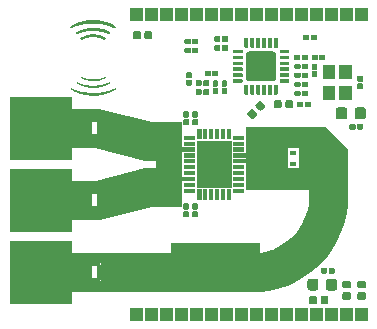
<source format=gts>
G04 #@! TF.GenerationSoftware,KiCad,Pcbnew,(5.1.5)-3*
G04 #@! TF.CreationDate,2020-01-06T20:33:49-07:00*
G04 #@! TF.ProjectId,rf,72662e6b-6963-4616-945f-706362585858,A*
G04 #@! TF.SameCoordinates,PX811c3f0PY66a06fc*
G04 #@! TF.FileFunction,Soldermask,Top*
G04 #@! TF.FilePolarity,Negative*
%FSLAX46Y46*%
G04 Gerber Fmt 4.6, Leading zero omitted, Abs format (unit mm)*
G04 Created by KiCad (PCBNEW (5.1.5)-3) date 2020-01-06 20:33:49*
%MOMM*%
%LPD*%
G04 APERTURE LIST*
%ADD10C,3.317400*%
%ADD11C,0.100000*%
%ADD12C,3.257400*%
%ADD13C,0.101600*%
%ADD14C,0.127000*%
G04 APERTURE END LIST*
D10*
X26448066Y5907726D02*
X26024148Y5440004D01*
X27418515Y7526823D02*
X27148623Y6956184D01*
X22730657Y3679597D02*
X22106244Y3586974D01*
X25556426Y5016086D02*
X25049405Y4640054D01*
X27908152Y9988392D02*
X27877178Y9357908D01*
X26824098Y6414747D02*
X26448066Y5907726D01*
X27784555Y8733495D02*
X27631175Y8121168D01*
X25049405Y4640054D02*
X24507968Y4315529D01*
X27908152Y12765548D02*
X27908152Y9988392D01*
X27877178Y9357908D02*
X27784555Y8733495D01*
X27631175Y8121168D02*
X27418515Y7526823D01*
X26024148Y5440004D02*
X25556426Y5016086D01*
X27148623Y6956184D02*
X26824098Y6414747D01*
X24507968Y4315529D02*
X23937329Y4045637D01*
X23937329Y4045637D02*
X23342984Y3832977D01*
X23342984Y3832977D02*
X22730657Y3679597D01*
D11*
G36*
X10833160Y4318000D02*
G01*
X6151160Y4318000D01*
X6151160Y5214700D01*
X10858200Y5214700D01*
X10833160Y4318000D01*
G37*
G36*
X10833160Y1897245D02*
G01*
X6148646Y1897245D01*
X6151160Y2792700D01*
X10833160Y2792700D01*
X10833160Y1897245D01*
G37*
G36*
X8218412Y11323604D02*
G01*
X12402240Y12380400D01*
X13335000Y12380400D01*
X13335000Y13250900D01*
X15518000Y13250900D01*
X15518000Y9105491D01*
X12995983Y9105491D01*
X8594860Y7993300D01*
X6149379Y7993300D01*
X6149379Y10201999D01*
X7916161Y10201999D01*
X7916161Y9101999D01*
X8366161Y9101999D01*
X8366161Y10201999D01*
X7916161Y10201999D01*
X6149379Y10201999D01*
X6149379Y11323604D01*
X8218412Y11323604D01*
G37*
G36*
X29566852Y13896548D02*
G01*
X29566852Y10558000D01*
X24278452Y10558000D01*
X24278452Y12088000D01*
X25667452Y12088000D01*
X25667452Y14318347D01*
X24436852Y14318347D01*
X24455452Y15842000D01*
X27731452Y15842000D01*
X29566852Y13896548D01*
G37*
G36*
X22110981Y4580459D02*
G01*
X20875427Y1938004D01*
X14632427Y1938004D01*
X14628981Y6030639D01*
X22110981Y6030639D01*
X22110981Y4580459D01*
G37*
D10*
X21475760Y3556000D02*
X10070452Y3556000D01*
X21475760Y3556000D02*
X20812200Y3556000D01*
D12*
X21475760Y3556000D02*
X21475760Y3556000D01*
D10*
X22106244Y3586974D02*
X21475760Y3556000D01*
X27908152Y9988392D02*
X27908152Y12765548D01*
D11*
G36*
X24455452Y10558000D02*
G01*
X20935255Y10558000D01*
X20960080Y15842000D01*
X24455452Y15842000D01*
X24455452Y10558000D01*
G37*
G36*
X8537379Y17406700D02*
G01*
X13030418Y16292000D01*
X15518000Y16292000D01*
X15518000Y13015800D01*
X12402240Y13015800D01*
X8159411Y14076385D01*
X6137379Y14076385D01*
X6137379Y16298000D01*
X7916160Y16298000D01*
X7916160Y15198000D01*
X8366160Y15198000D01*
X8366160Y16298000D01*
X7916160Y16298000D01*
X6137379Y16298000D01*
X6137379Y17406700D01*
X8537379Y17406700D01*
G37*
G36*
X28936852Y13197348D02*
G01*
X28939392Y12766818D01*
X27199700Y12764278D01*
X27199700Y14236000D01*
X27908152Y14238748D01*
X28936852Y13197348D01*
G37*
D13*
G36*
X6139427Y19128890D02*
G01*
X6144566Y19126940D01*
X6151761Y19123946D01*
X6160513Y19120119D01*
X6170323Y19115670D01*
X6174596Y19113685D01*
X6273634Y19069080D01*
X6373783Y19027372D01*
X6475115Y18988542D01*
X6577704Y18952573D01*
X6681623Y18919449D01*
X6786943Y18889153D01*
X6893737Y18861667D01*
X7002078Y18836974D01*
X7112038Y18815058D01*
X7223691Y18795900D01*
X7337109Y18779485D01*
X7452363Y18765794D01*
X7569528Y18754811D01*
X7688675Y18746518D01*
X7745306Y18743549D01*
X7797198Y18741447D01*
X7851785Y18739879D01*
X7908417Y18738843D01*
X7966446Y18738337D01*
X8025222Y18738362D01*
X8084095Y18738915D01*
X8142416Y18739996D01*
X8199536Y18741603D01*
X8254806Y18743736D01*
X8269393Y18744405D01*
X8384904Y18751217D01*
X8498326Y18760599D01*
X8609815Y18772590D01*
X8719530Y18787227D01*
X8827629Y18804548D01*
X8934269Y18824591D01*
X9039608Y18847393D01*
X9143804Y18872991D01*
X9247015Y18901425D01*
X9349398Y18932730D01*
X9451112Y18966945D01*
X9552314Y19004108D01*
X9653162Y19044256D01*
X9753814Y19087426D01*
X9806579Y19111290D01*
X9819290Y19117097D01*
X9829317Y19121565D01*
X9837025Y19124834D01*
X9842776Y19127044D01*
X9846934Y19128334D01*
X9849862Y19128845D01*
X9851874Y19128727D01*
X9857498Y19126047D01*
X9860898Y19121499D01*
X9861881Y19115927D01*
X9860252Y19110176D01*
X9857075Y19106137D01*
X9854386Y19104195D01*
X9849072Y19100815D01*
X9841473Y19096190D01*
X9831927Y19090518D01*
X9820777Y19083994D01*
X9808361Y19076812D01*
X9795021Y19069170D01*
X9781096Y19061262D01*
X9766926Y19053284D01*
X9752852Y19045431D01*
X9739213Y19037900D01*
X9726350Y19030886D01*
X9723966Y19029597D01*
X9625165Y18978202D01*
X9525078Y18929917D01*
X9423772Y18884762D01*
X9321312Y18842756D01*
X9217765Y18803916D01*
X9113198Y18768262D01*
X9007676Y18735813D01*
X8901266Y18706587D01*
X8794034Y18680603D01*
X8686048Y18657880D01*
X8577372Y18638436D01*
X8468074Y18622291D01*
X8358219Y18609462D01*
X8247875Y18599969D01*
X8188113Y18596236D01*
X8156796Y18594739D01*
X8123191Y18593498D01*
X8087978Y18592521D01*
X8051835Y18591815D01*
X8015443Y18591387D01*
X7979480Y18591244D01*
X7944626Y18591393D01*
X7911559Y18591842D01*
X7880960Y18592597D01*
X7871460Y18592917D01*
X7759581Y18598611D01*
X7648591Y18607567D01*
X7538434Y18619796D01*
X7429056Y18635307D01*
X7320401Y18654110D01*
X7212415Y18676215D01*
X7105043Y18701633D01*
X6998230Y18730372D01*
X6891922Y18762442D01*
X6846146Y18777327D01*
X6742389Y18813579D01*
X6639520Y18853080D01*
X6537649Y18895781D01*
X6436882Y18941634D01*
X6337328Y18990594D01*
X6239095Y19042611D01*
X6227233Y19049150D01*
X6212654Y19057272D01*
X6198245Y19065395D01*
X6184332Y19073329D01*
X6171243Y19080879D01*
X6159307Y19087855D01*
X6148851Y19094064D01*
X6140201Y19099314D01*
X6133687Y19103413D01*
X6129635Y19106167D01*
X6128596Y19107019D01*
X6125350Y19112369D01*
X6125076Y19118373D01*
X6127756Y19124096D01*
X6128943Y19125431D01*
X6132853Y19128300D01*
X6136659Y19129582D01*
X6136842Y19129587D01*
X6139427Y19128890D01*
G37*
X6139427Y19128890D02*
X6144566Y19126940D01*
X6151761Y19123946D01*
X6160513Y19120119D01*
X6170323Y19115670D01*
X6174596Y19113685D01*
X6273634Y19069080D01*
X6373783Y19027372D01*
X6475115Y18988542D01*
X6577704Y18952573D01*
X6681623Y18919449D01*
X6786943Y18889153D01*
X6893737Y18861667D01*
X7002078Y18836974D01*
X7112038Y18815058D01*
X7223691Y18795900D01*
X7337109Y18779485D01*
X7452363Y18765794D01*
X7569528Y18754811D01*
X7688675Y18746518D01*
X7745306Y18743549D01*
X7797198Y18741447D01*
X7851785Y18739879D01*
X7908417Y18738843D01*
X7966446Y18738337D01*
X8025222Y18738362D01*
X8084095Y18738915D01*
X8142416Y18739996D01*
X8199536Y18741603D01*
X8254806Y18743736D01*
X8269393Y18744405D01*
X8384904Y18751217D01*
X8498326Y18760599D01*
X8609815Y18772590D01*
X8719530Y18787227D01*
X8827629Y18804548D01*
X8934269Y18824591D01*
X9039608Y18847393D01*
X9143804Y18872991D01*
X9247015Y18901425D01*
X9349398Y18932730D01*
X9451112Y18966945D01*
X9552314Y19004108D01*
X9653162Y19044256D01*
X9753814Y19087426D01*
X9806579Y19111290D01*
X9819290Y19117097D01*
X9829317Y19121565D01*
X9837025Y19124834D01*
X9842776Y19127044D01*
X9846934Y19128334D01*
X9849862Y19128845D01*
X9851874Y19128727D01*
X9857498Y19126047D01*
X9860898Y19121499D01*
X9861881Y19115927D01*
X9860252Y19110176D01*
X9857075Y19106137D01*
X9854386Y19104195D01*
X9849072Y19100815D01*
X9841473Y19096190D01*
X9831927Y19090518D01*
X9820777Y19083994D01*
X9808361Y19076812D01*
X9795021Y19069170D01*
X9781096Y19061262D01*
X9766926Y19053284D01*
X9752852Y19045431D01*
X9739213Y19037900D01*
X9726350Y19030886D01*
X9723966Y19029597D01*
X9625165Y18978202D01*
X9525078Y18929917D01*
X9423772Y18884762D01*
X9321312Y18842756D01*
X9217765Y18803916D01*
X9113198Y18768262D01*
X9007676Y18735813D01*
X8901266Y18706587D01*
X8794034Y18680603D01*
X8686048Y18657880D01*
X8577372Y18638436D01*
X8468074Y18622291D01*
X8358219Y18609462D01*
X8247875Y18599969D01*
X8188113Y18596236D01*
X8156796Y18594739D01*
X8123191Y18593498D01*
X8087978Y18592521D01*
X8051835Y18591815D01*
X8015443Y18591387D01*
X7979480Y18591244D01*
X7944626Y18591393D01*
X7911559Y18591842D01*
X7880960Y18592597D01*
X7871460Y18592917D01*
X7759581Y18598611D01*
X7648591Y18607567D01*
X7538434Y18619796D01*
X7429056Y18635307D01*
X7320401Y18654110D01*
X7212415Y18676215D01*
X7105043Y18701633D01*
X6998230Y18730372D01*
X6891922Y18762442D01*
X6846146Y18777327D01*
X6742389Y18813579D01*
X6639520Y18853080D01*
X6537649Y18895781D01*
X6436882Y18941634D01*
X6337328Y18990594D01*
X6239095Y19042611D01*
X6227233Y19049150D01*
X6212654Y19057272D01*
X6198245Y19065395D01*
X6184332Y19073329D01*
X6171243Y19080879D01*
X6159307Y19087855D01*
X6148851Y19094064D01*
X6140201Y19099314D01*
X6133687Y19103413D01*
X6129635Y19106167D01*
X6128596Y19107019D01*
X6125350Y19112369D01*
X6125076Y19118373D01*
X6127756Y19124096D01*
X6128943Y19125431D01*
X6132853Y19128300D01*
X6136659Y19129582D01*
X6136842Y19129587D01*
X6139427Y19128890D01*
G36*
X6623686Y19641987D02*
G01*
X6628559Y19640090D01*
X6635494Y19637186D01*
X6643988Y19633488D01*
X6653536Y19629209D01*
X6655959Y19628105D01*
X6741373Y19590681D01*
X6827437Y19556210D01*
X6914342Y19524639D01*
X7002276Y19495916D01*
X7091429Y19469987D01*
X7181990Y19446801D01*
X7274150Y19426303D01*
X7368096Y19408441D01*
X7464019Y19393162D01*
X7527713Y19384566D01*
X7607311Y19375606D01*
X7689311Y19368387D01*
X7773207Y19362916D01*
X7858493Y19359197D01*
X7944663Y19357235D01*
X8031210Y19357038D01*
X8117630Y19358610D01*
X8203415Y19361956D01*
X8288060Y19367082D01*
X8371059Y19373994D01*
X8383693Y19375221D01*
X8482808Y19386575D01*
X8580358Y19400879D01*
X8676515Y19418182D01*
X8771457Y19438530D01*
X8865358Y19461969D01*
X8958394Y19488547D01*
X9050739Y19518310D01*
X9142570Y19551305D01*
X9234061Y19587580D01*
X9323001Y19626102D01*
X9335918Y19631873D01*
X9346134Y19636259D01*
X9354001Y19639335D01*
X9359874Y19641177D01*
X9364106Y19641862D01*
X9367049Y19641467D01*
X9369058Y19640066D01*
X9370486Y19637738D01*
X9371011Y19636465D01*
X9371759Y19634276D01*
X9372058Y19632286D01*
X9371665Y19630317D01*
X9370339Y19628192D01*
X9367836Y19625732D01*
X9363915Y19622761D01*
X9358334Y19619100D01*
X9350850Y19614574D01*
X9341221Y19609003D01*
X9329205Y19602211D01*
X9314560Y19594020D01*
X9308381Y19590574D01*
X9226713Y19546942D01*
X9143117Y19506012D01*
X9057807Y19467859D01*
X8970995Y19432561D01*
X8882895Y19400195D01*
X8793719Y19370838D01*
X8703681Y19344566D01*
X8612995Y19321457D01*
X8521872Y19301588D01*
X8491220Y19295657D01*
X8415724Y19282588D01*
X8340383Y19271665D01*
X8265662Y19262937D01*
X8192028Y19256453D01*
X8119949Y19252262D01*
X8061960Y19250565D01*
X8048362Y19250345D01*
X8035436Y19250119D01*
X8023684Y19249898D01*
X8013610Y19249691D01*
X8005717Y19249508D01*
X8000510Y19249360D01*
X7999306Y19249313D01*
X7995383Y19249244D01*
X7988551Y19249242D01*
X7979287Y19249303D01*
X7968068Y19249423D01*
X7955371Y19249595D01*
X7941674Y19249816D01*
X7932420Y19249985D01*
X7844480Y19253184D01*
X7756039Y19259464D01*
X7666805Y19268847D01*
X7611533Y19276151D01*
X7516731Y19291337D01*
X7422773Y19309801D01*
X7329696Y19331530D01*
X7237540Y19356513D01*
X7146341Y19384737D01*
X7056140Y19416190D01*
X6966974Y19450861D01*
X6878882Y19488737D01*
X6791901Y19529806D01*
X6770793Y19540339D01*
X6755668Y19548038D01*
X6739881Y19556202D01*
X6723755Y19564654D01*
X6707612Y19573219D01*
X6691774Y19581718D01*
X6676564Y19589977D01*
X6662303Y19597818D01*
X6649314Y19605066D01*
X6637918Y19611543D01*
X6628439Y19617074D01*
X6621199Y19621481D01*
X6616519Y19624588D01*
X6615430Y19625433D01*
X6612960Y19629403D01*
X6612827Y19634190D01*
X6614655Y19638704D01*
X6618067Y19641854D01*
X6621379Y19642667D01*
X6623686Y19641987D01*
G37*
X6623686Y19641987D02*
X6628559Y19640090D01*
X6635494Y19637186D01*
X6643988Y19633488D01*
X6653536Y19629209D01*
X6655959Y19628105D01*
X6741373Y19590681D01*
X6827437Y19556210D01*
X6914342Y19524639D01*
X7002276Y19495916D01*
X7091429Y19469987D01*
X7181990Y19446801D01*
X7274150Y19426303D01*
X7368096Y19408441D01*
X7464019Y19393162D01*
X7527713Y19384566D01*
X7607311Y19375606D01*
X7689311Y19368387D01*
X7773207Y19362916D01*
X7858493Y19359197D01*
X7944663Y19357235D01*
X8031210Y19357038D01*
X8117630Y19358610D01*
X8203415Y19361956D01*
X8288060Y19367082D01*
X8371059Y19373994D01*
X8383693Y19375221D01*
X8482808Y19386575D01*
X8580358Y19400879D01*
X8676515Y19418182D01*
X8771457Y19438530D01*
X8865358Y19461969D01*
X8958394Y19488547D01*
X9050739Y19518310D01*
X9142570Y19551305D01*
X9234061Y19587580D01*
X9323001Y19626102D01*
X9335918Y19631873D01*
X9346134Y19636259D01*
X9354001Y19639335D01*
X9359874Y19641177D01*
X9364106Y19641862D01*
X9367049Y19641467D01*
X9369058Y19640066D01*
X9370486Y19637738D01*
X9371011Y19636465D01*
X9371759Y19634276D01*
X9372058Y19632286D01*
X9371665Y19630317D01*
X9370339Y19628192D01*
X9367836Y19625732D01*
X9363915Y19622761D01*
X9358334Y19619100D01*
X9350850Y19614574D01*
X9341221Y19609003D01*
X9329205Y19602211D01*
X9314560Y19594020D01*
X9308381Y19590574D01*
X9226713Y19546942D01*
X9143117Y19506012D01*
X9057807Y19467859D01*
X8970995Y19432561D01*
X8882895Y19400195D01*
X8793719Y19370838D01*
X8703681Y19344566D01*
X8612995Y19321457D01*
X8521872Y19301588D01*
X8491220Y19295657D01*
X8415724Y19282588D01*
X8340383Y19271665D01*
X8265662Y19262937D01*
X8192028Y19256453D01*
X8119949Y19252262D01*
X8061960Y19250565D01*
X8048362Y19250345D01*
X8035436Y19250119D01*
X8023684Y19249898D01*
X8013610Y19249691D01*
X8005717Y19249508D01*
X8000510Y19249360D01*
X7999306Y19249313D01*
X7995383Y19249244D01*
X7988551Y19249242D01*
X7979287Y19249303D01*
X7968068Y19249423D01*
X7955371Y19249595D01*
X7941674Y19249816D01*
X7932420Y19249985D01*
X7844480Y19253184D01*
X7756039Y19259464D01*
X7666805Y19268847D01*
X7611533Y19276151D01*
X7516731Y19291337D01*
X7422773Y19309801D01*
X7329696Y19331530D01*
X7237540Y19356513D01*
X7146341Y19384737D01*
X7056140Y19416190D01*
X6966974Y19450861D01*
X6878882Y19488737D01*
X6791901Y19529806D01*
X6770793Y19540339D01*
X6755668Y19548038D01*
X6739881Y19556202D01*
X6723755Y19564654D01*
X6707612Y19573219D01*
X6691774Y19581718D01*
X6676564Y19589977D01*
X6662303Y19597818D01*
X6649314Y19605066D01*
X6637918Y19611543D01*
X6628439Y19617074D01*
X6621199Y19621481D01*
X6616519Y19624588D01*
X6615430Y19625433D01*
X6612960Y19629403D01*
X6612827Y19634190D01*
X6614655Y19638704D01*
X6618067Y19641854D01*
X6621379Y19642667D01*
X6623686Y19641987D01*
G36*
X8965270Y20083578D02*
G01*
X8968834Y20080629D01*
X8970653Y20076093D01*
X8970433Y20072774D01*
X8968509Y20070693D01*
X8963809Y20067319D01*
X8956620Y20062802D01*
X8947228Y20057293D01*
X8935921Y20050939D01*
X8922986Y20043893D01*
X8908711Y20036303D01*
X8893382Y20028320D01*
X8877287Y20020094D01*
X8860713Y20011774D01*
X8843948Y20003510D01*
X8827278Y19995453D01*
X8810990Y19987752D01*
X8795372Y19980557D01*
X8784166Y19975537D01*
X8713962Y19946153D01*
X8642554Y19919456D01*
X8570195Y19895501D01*
X8497137Y19874348D01*
X8423634Y19856053D01*
X8349937Y19840673D01*
X8276301Y19828267D01*
X8202977Y19818892D01*
X8130219Y19812605D01*
X8058280Y19809464D01*
X8053493Y19809367D01*
X8040999Y19809123D01*
X8029182Y19808872D01*
X8018600Y19808628D01*
X8009811Y19808404D01*
X8003372Y19808213D01*
X8000153Y19808087D01*
X7996290Y19808013D01*
X7989559Y19808023D01*
X7980475Y19808109D01*
X7969557Y19808266D01*
X7957320Y19808487D01*
X7944282Y19808765D01*
X7941733Y19808824D01*
X7862207Y19812388D01*
X7782804Y19819303D01*
X7703665Y19829533D01*
X7624930Y19843045D01*
X7546739Y19859801D01*
X7469232Y19879767D01*
X7392551Y19902908D01*
X7316834Y19929188D01*
X7242224Y19958571D01*
X7168860Y19991023D01*
X7115386Y20017026D01*
X7099252Y20025259D01*
X7083749Y20033315D01*
X7069167Y20041034D01*
X7055794Y20048255D01*
X7043920Y20054819D01*
X7033834Y20060564D01*
X7025824Y20065330D01*
X7020181Y20068957D01*
X7017192Y20071285D01*
X7016854Y20071710D01*
X7016054Y20076208D01*
X7017882Y20080616D01*
X7020635Y20082974D01*
X7022275Y20083298D01*
X7025018Y20082886D01*
X7029224Y20081611D01*
X7035253Y20079340D01*
X7043466Y20075945D01*
X7054224Y20071295D01*
X7059891Y20068803D01*
X7133518Y20037971D01*
X7208092Y20010079D01*
X7283752Y19985093D01*
X7360635Y19962982D01*
X7438880Y19943710D01*
X7518623Y19927246D01*
X7600003Y19913555D01*
X7683158Y19902606D01*
X7768226Y19894364D01*
X7792720Y19892515D01*
X7844527Y19889424D01*
X7898735Y19887286D01*
X7954490Y19886100D01*
X8010944Y19885867D01*
X8067245Y19886587D01*
X8122542Y19888259D01*
X8175985Y19890883D01*
X8200813Y19892488D01*
X8284591Y19899757D01*
X8366475Y19909725D01*
X8446685Y19922443D01*
X8525444Y19937967D01*
X8602973Y19956350D01*
X8679495Y19977647D01*
X8755231Y20001910D01*
X8830404Y20029195D01*
X8905235Y20059555D01*
X8927635Y20069264D01*
X8938685Y20074026D01*
X8948333Y20077992D01*
X8956187Y20081012D01*
X8961854Y20082938D01*
X8964943Y20083620D01*
X8965270Y20083578D01*
G37*
X8965270Y20083578D02*
X8968834Y20080629D01*
X8970653Y20076093D01*
X8970433Y20072774D01*
X8968509Y20070693D01*
X8963809Y20067319D01*
X8956620Y20062802D01*
X8947228Y20057293D01*
X8935921Y20050939D01*
X8922986Y20043893D01*
X8908711Y20036303D01*
X8893382Y20028320D01*
X8877287Y20020094D01*
X8860713Y20011774D01*
X8843948Y20003510D01*
X8827278Y19995453D01*
X8810990Y19987752D01*
X8795372Y19980557D01*
X8784166Y19975537D01*
X8713962Y19946153D01*
X8642554Y19919456D01*
X8570195Y19895501D01*
X8497137Y19874348D01*
X8423634Y19856053D01*
X8349937Y19840673D01*
X8276301Y19828267D01*
X8202977Y19818892D01*
X8130219Y19812605D01*
X8058280Y19809464D01*
X8053493Y19809367D01*
X8040999Y19809123D01*
X8029182Y19808872D01*
X8018600Y19808628D01*
X8009811Y19808404D01*
X8003372Y19808213D01*
X8000153Y19808087D01*
X7996290Y19808013D01*
X7989559Y19808023D01*
X7980475Y19808109D01*
X7969557Y19808266D01*
X7957320Y19808487D01*
X7944282Y19808765D01*
X7941733Y19808824D01*
X7862207Y19812388D01*
X7782804Y19819303D01*
X7703665Y19829533D01*
X7624930Y19843045D01*
X7546739Y19859801D01*
X7469232Y19879767D01*
X7392551Y19902908D01*
X7316834Y19929188D01*
X7242224Y19958571D01*
X7168860Y19991023D01*
X7115386Y20017026D01*
X7099252Y20025259D01*
X7083749Y20033315D01*
X7069167Y20041034D01*
X7055794Y20048255D01*
X7043920Y20054819D01*
X7033834Y20060564D01*
X7025824Y20065330D01*
X7020181Y20068957D01*
X7017192Y20071285D01*
X7016854Y20071710D01*
X7016054Y20076208D01*
X7017882Y20080616D01*
X7020635Y20082974D01*
X7022275Y20083298D01*
X7025018Y20082886D01*
X7029224Y20081611D01*
X7035253Y20079340D01*
X7043466Y20075945D01*
X7054224Y20071295D01*
X7059891Y20068803D01*
X7133518Y20037971D01*
X7208092Y20010079D01*
X7283752Y19985093D01*
X7360635Y19962982D01*
X7438880Y19943710D01*
X7518623Y19927246D01*
X7600003Y19913555D01*
X7683158Y19902606D01*
X7768226Y19894364D01*
X7792720Y19892515D01*
X7844527Y19889424D01*
X7898735Y19887286D01*
X7954490Y19886100D01*
X8010944Y19885867D01*
X8067245Y19886587D01*
X8122542Y19888259D01*
X8175985Y19890883D01*
X8200813Y19892488D01*
X8284591Y19899757D01*
X8366475Y19909725D01*
X8446685Y19922443D01*
X8525444Y19937967D01*
X8602973Y19956350D01*
X8679495Y19977647D01*
X8755231Y20001910D01*
X8830404Y20029195D01*
X8905235Y20059555D01*
X8927635Y20069264D01*
X8938685Y20074026D01*
X8948333Y20077992D01*
X8956187Y20081012D01*
X8961854Y20082938D01*
X8964943Y20083620D01*
X8965270Y20083578D01*
D14*
G36*
X8017673Y23621111D02*
G01*
X8038203Y23621026D01*
X8056289Y23620867D01*
X8072399Y23620615D01*
X8087005Y23620252D01*
X8100578Y23619759D01*
X8113587Y23619120D01*
X8126504Y23618316D01*
X8139798Y23617328D01*
X8153941Y23616140D01*
X8169403Y23614732D01*
X8174566Y23614246D01*
X8255721Y23604865D01*
X8336174Y23592173D01*
X8415873Y23576185D01*
X8494767Y23556913D01*
X8572803Y23534372D01*
X8649931Y23508574D01*
X8726097Y23479534D01*
X8781693Y23456017D01*
X8795197Y23449938D01*
X8810087Y23443017D01*
X8826007Y23435438D01*
X8842599Y23427382D01*
X8859506Y23419032D01*
X8876373Y23410571D01*
X8892842Y23402181D01*
X8908556Y23394044D01*
X8923158Y23386343D01*
X8936292Y23379261D01*
X8947601Y23372980D01*
X8956728Y23367682D01*
X8963316Y23363550D01*
X8965475Y23362032D01*
X8968646Y23358879D01*
X8969112Y23355753D01*
X8968910Y23354991D01*
X8966923Y23351661D01*
X8965212Y23350401D01*
X8962891Y23350748D01*
X8958066Y23352327D01*
X8951294Y23354924D01*
X8943135Y23358328D01*
X8936187Y23361399D01*
X8864469Y23392056D01*
X8790740Y23420059D01*
X8715137Y23445371D01*
X8637798Y23467957D01*
X8558858Y23487782D01*
X8478454Y23504811D01*
X8396722Y23519007D01*
X8313799Y23530335D01*
X8265160Y23535583D01*
X8231324Y23538707D01*
X8198931Y23541321D01*
X8167303Y23543455D01*
X8135768Y23545140D01*
X8103649Y23546407D01*
X8070272Y23547286D01*
X8034962Y23547808D01*
X7997043Y23548004D01*
X7991686Y23548008D01*
X7935217Y23547618D01*
X7881544Y23546414D01*
X7830169Y23544358D01*
X7780591Y23541411D01*
X7732311Y23537535D01*
X7684829Y23532693D01*
X7637647Y23526847D01*
X7590263Y23519958D01*
X7561580Y23515317D01*
X7490251Y23502177D01*
X7420470Y23486898D01*
X7351785Y23469342D01*
X7283745Y23449370D01*
X7215898Y23426846D01*
X7147793Y23401629D01*
X7078978Y23373583D01*
X7033635Y23353762D01*
X7028017Y23351246D01*
X7024668Y23349936D01*
X7022732Y23349727D01*
X7021357Y23350511D01*
X7019834Y23352035D01*
X7017963Y23354145D01*
X7017097Y23356081D01*
X7017517Y23358096D01*
X7019504Y23360442D01*
X7023339Y23363369D01*
X7029302Y23367130D01*
X7037675Y23371976D01*
X7048737Y23378160D01*
X7049346Y23378498D01*
X7120868Y23416238D01*
X7193818Y23450928D01*
X7268085Y23482532D01*
X7343557Y23511012D01*
X7420124Y23536334D01*
X7497675Y23558460D01*
X7576099Y23577355D01*
X7655285Y23592981D01*
X7735122Y23605303D01*
X7745306Y23606630D01*
X7769411Y23609632D01*
X7791489Y23612206D01*
X7812069Y23614382D01*
X7831675Y23616190D01*
X7850833Y23617662D01*
X7870071Y23618827D01*
X7889913Y23619717D01*
X7910887Y23620362D01*
X7933518Y23620792D01*
X7958332Y23621040D01*
X7985856Y23621134D01*
X7994226Y23621137D01*
X8017673Y23621111D01*
G37*
X8017673Y23621111D02*
X8038203Y23621026D01*
X8056289Y23620867D01*
X8072399Y23620615D01*
X8087005Y23620252D01*
X8100578Y23619759D01*
X8113587Y23619120D01*
X8126504Y23618316D01*
X8139798Y23617328D01*
X8153941Y23616140D01*
X8169403Y23614732D01*
X8174566Y23614246D01*
X8255721Y23604865D01*
X8336174Y23592173D01*
X8415873Y23576185D01*
X8494767Y23556913D01*
X8572803Y23534372D01*
X8649931Y23508574D01*
X8726097Y23479534D01*
X8781693Y23456017D01*
X8795197Y23449938D01*
X8810087Y23443017D01*
X8826007Y23435438D01*
X8842599Y23427382D01*
X8859506Y23419032D01*
X8876373Y23410571D01*
X8892842Y23402181D01*
X8908556Y23394044D01*
X8923158Y23386343D01*
X8936292Y23379261D01*
X8947601Y23372980D01*
X8956728Y23367682D01*
X8963316Y23363550D01*
X8965475Y23362032D01*
X8968646Y23358879D01*
X8969112Y23355753D01*
X8968910Y23354991D01*
X8966923Y23351661D01*
X8965212Y23350401D01*
X8962891Y23350748D01*
X8958066Y23352327D01*
X8951294Y23354924D01*
X8943135Y23358328D01*
X8936187Y23361399D01*
X8864469Y23392056D01*
X8790740Y23420059D01*
X8715137Y23445371D01*
X8637798Y23467957D01*
X8558858Y23487782D01*
X8478454Y23504811D01*
X8396722Y23519007D01*
X8313799Y23530335D01*
X8265160Y23535583D01*
X8231324Y23538707D01*
X8198931Y23541321D01*
X8167303Y23543455D01*
X8135768Y23545140D01*
X8103649Y23546407D01*
X8070272Y23547286D01*
X8034962Y23547808D01*
X7997043Y23548004D01*
X7991686Y23548008D01*
X7935217Y23547618D01*
X7881544Y23546414D01*
X7830169Y23544358D01*
X7780591Y23541411D01*
X7732311Y23537535D01*
X7684829Y23532693D01*
X7637647Y23526847D01*
X7590263Y23519958D01*
X7561580Y23515317D01*
X7490251Y23502177D01*
X7420470Y23486898D01*
X7351785Y23469342D01*
X7283745Y23449370D01*
X7215898Y23426846D01*
X7147793Y23401629D01*
X7078978Y23373583D01*
X7033635Y23353762D01*
X7028017Y23351246D01*
X7024668Y23349936D01*
X7022732Y23349727D01*
X7021357Y23350511D01*
X7019834Y23352035D01*
X7017963Y23354145D01*
X7017097Y23356081D01*
X7017517Y23358096D01*
X7019504Y23360442D01*
X7023339Y23363369D01*
X7029302Y23367130D01*
X7037675Y23371976D01*
X7048737Y23378160D01*
X7049346Y23378498D01*
X7120868Y23416238D01*
X7193818Y23450928D01*
X7268085Y23482532D01*
X7343557Y23511012D01*
X7420124Y23536334D01*
X7497675Y23558460D01*
X7576099Y23577355D01*
X7655285Y23592981D01*
X7735122Y23605303D01*
X7745306Y23606630D01*
X7769411Y23609632D01*
X7791489Y23612206D01*
X7812069Y23614382D01*
X7831675Y23616190D01*
X7850833Y23617662D01*
X7870071Y23618827D01*
X7889913Y23619717D01*
X7910887Y23620362D01*
X7933518Y23620792D01*
X7958332Y23621040D01*
X7985856Y23621134D01*
X7994226Y23621137D01*
X8017673Y23621111D01*
G36*
X8023647Y24181565D02*
G01*
X8047604Y24181468D01*
X8069098Y24181290D01*
X8088590Y24181013D01*
X8106542Y24180618D01*
X8123416Y24180086D01*
X8139674Y24179397D01*
X8155777Y24178533D01*
X8172186Y24177475D01*
X8189365Y24176203D01*
X8207773Y24174700D01*
X8227873Y24172945D01*
X8244840Y24171407D01*
X8338893Y24161083D01*
X8432555Y24147417D01*
X8525721Y24130440D01*
X8618289Y24110185D01*
X8710154Y24086684D01*
X8801215Y24059968D01*
X8891367Y24030070D01*
X8980507Y23997022D01*
X9068533Y23960855D01*
X9155342Y23921601D01*
X9240829Y23879294D01*
X9314180Y23839953D01*
X9329122Y23831618D01*
X9341356Y23824721D01*
X9351152Y23819089D01*
X9358778Y23814544D01*
X9364504Y23810912D01*
X9368598Y23808016D01*
X9371330Y23805682D01*
X9372969Y23803732D01*
X9373784Y23801993D01*
X9373996Y23800921D01*
X9373289Y23795923D01*
X9370558Y23791815D01*
X9366630Y23789720D01*
X9365690Y23789640D01*
X9363240Y23790331D01*
X9358288Y23792248D01*
X9351385Y23795159D01*
X9343085Y23798832D01*
X9335049Y23802516D01*
X9250585Y23840037D01*
X9164135Y23874850D01*
X9075770Y23906935D01*
X8985559Y23936275D01*
X8893574Y23962853D01*
X8799885Y23986649D01*
X8704563Y24007646D01*
X8607677Y24025826D01*
X8509299Y24041170D01*
X8409499Y24053661D01*
X8321886Y24062167D01*
X8289293Y24064805D01*
X8258203Y24067083D01*
X8228088Y24069021D01*
X8198418Y24070640D01*
X8168665Y24071959D01*
X8138298Y24073000D01*
X8106789Y24073782D01*
X8073608Y24074325D01*
X8038226Y24074649D01*
X8000113Y24074775D01*
X7990840Y24074778D01*
X7943463Y24074610D01*
X7898936Y24074109D01*
X7856734Y24073248D01*
X7816334Y24072005D01*
X7777213Y24070355D01*
X7738846Y24068273D01*
X7700711Y24065735D01*
X7662284Y24062716D01*
X7623041Y24059193D01*
X7592906Y24056219D01*
X7492149Y24044285D01*
X7392603Y24029191D01*
X7294238Y24010931D01*
X7197022Y23989494D01*
X7100925Y23964874D01*
X7005916Y23937061D01*
X6911964Y23906047D01*
X6819038Y23871825D01*
X6727108Y23834384D01*
X6653240Y23801642D01*
X6644422Y23797663D01*
X6636531Y23794241D01*
X6630140Y23791614D01*
X6625820Y23790018D01*
X6624293Y23789640D01*
X6621003Y23790820D01*
X6618655Y23792737D01*
X6616248Y23797463D01*
X6616288Y23802661D01*
X6618759Y23806920D01*
X6618816Y23806971D01*
X6621129Y23808561D01*
X6625915Y23811522D01*
X6632693Y23815569D01*
X6640983Y23820417D01*
X6650306Y23825780D01*
X6653602Y23827657D01*
X6738022Y23873659D01*
X6823862Y23916605D01*
X6911043Y23956465D01*
X6999487Y23993207D01*
X7089114Y24026801D01*
X7179847Y24057216D01*
X7271607Y24084420D01*
X7364314Y24108383D01*
X7376343Y24111238D01*
X7469565Y24131435D01*
X7563071Y24148298D01*
X7656758Y24161811D01*
X7750528Y24171959D01*
X7783406Y24174718D01*
X7801351Y24176090D01*
X7817497Y24177270D01*
X7832284Y24178271D01*
X7846151Y24179109D01*
X7859537Y24179796D01*
X7872882Y24180348D01*
X7886624Y24180778D01*
X7901204Y24181101D01*
X7917061Y24181330D01*
X7934634Y24181480D01*
X7954362Y24181566D01*
X7976685Y24181600D01*
X7996766Y24181601D01*
X8023647Y24181565D01*
G37*
X8023647Y24181565D02*
X8047604Y24181468D01*
X8069098Y24181290D01*
X8088590Y24181013D01*
X8106542Y24180618D01*
X8123416Y24180086D01*
X8139674Y24179397D01*
X8155777Y24178533D01*
X8172186Y24177475D01*
X8189365Y24176203D01*
X8207773Y24174700D01*
X8227873Y24172945D01*
X8244840Y24171407D01*
X8338893Y24161083D01*
X8432555Y24147417D01*
X8525721Y24130440D01*
X8618289Y24110185D01*
X8710154Y24086684D01*
X8801215Y24059968D01*
X8891367Y24030070D01*
X8980507Y23997022D01*
X9068533Y23960855D01*
X9155342Y23921601D01*
X9240829Y23879294D01*
X9314180Y23839953D01*
X9329122Y23831618D01*
X9341356Y23824721D01*
X9351152Y23819089D01*
X9358778Y23814544D01*
X9364504Y23810912D01*
X9368598Y23808016D01*
X9371330Y23805682D01*
X9372969Y23803732D01*
X9373784Y23801993D01*
X9373996Y23800921D01*
X9373289Y23795923D01*
X9370558Y23791815D01*
X9366630Y23789720D01*
X9365690Y23789640D01*
X9363240Y23790331D01*
X9358288Y23792248D01*
X9351385Y23795159D01*
X9343085Y23798832D01*
X9335049Y23802516D01*
X9250585Y23840037D01*
X9164135Y23874850D01*
X9075770Y23906935D01*
X8985559Y23936275D01*
X8893574Y23962853D01*
X8799885Y23986649D01*
X8704563Y24007646D01*
X8607677Y24025826D01*
X8509299Y24041170D01*
X8409499Y24053661D01*
X8321886Y24062167D01*
X8289293Y24064805D01*
X8258203Y24067083D01*
X8228088Y24069021D01*
X8198418Y24070640D01*
X8168665Y24071959D01*
X8138298Y24073000D01*
X8106789Y24073782D01*
X8073608Y24074325D01*
X8038226Y24074649D01*
X8000113Y24074775D01*
X7990840Y24074778D01*
X7943463Y24074610D01*
X7898936Y24074109D01*
X7856734Y24073248D01*
X7816334Y24072005D01*
X7777213Y24070355D01*
X7738846Y24068273D01*
X7700711Y24065735D01*
X7662284Y24062716D01*
X7623041Y24059193D01*
X7592906Y24056219D01*
X7492149Y24044285D01*
X7392603Y24029191D01*
X7294238Y24010931D01*
X7197022Y23989494D01*
X7100925Y23964874D01*
X7005916Y23937061D01*
X6911964Y23906047D01*
X6819038Y23871825D01*
X6727108Y23834384D01*
X6653240Y23801642D01*
X6644422Y23797663D01*
X6636531Y23794241D01*
X6630140Y23791614D01*
X6625820Y23790018D01*
X6624293Y23789640D01*
X6621003Y23790820D01*
X6618655Y23792737D01*
X6616248Y23797463D01*
X6616288Y23802661D01*
X6618759Y23806920D01*
X6618816Y23806971D01*
X6621129Y23808561D01*
X6625915Y23811522D01*
X6632693Y23815569D01*
X6640983Y23820417D01*
X6650306Y23825780D01*
X6653602Y23827657D01*
X6738022Y23873659D01*
X6823862Y23916605D01*
X6911043Y23956465D01*
X6999487Y23993207D01*
X7089114Y24026801D01*
X7179847Y24057216D01*
X7271607Y24084420D01*
X7364314Y24108383D01*
X7376343Y24111238D01*
X7469565Y24131435D01*
X7563071Y24148298D01*
X7656758Y24161811D01*
X7750528Y24171959D01*
X7783406Y24174718D01*
X7801351Y24176090D01*
X7817497Y24177270D01*
X7832284Y24178271D01*
X7846151Y24179109D01*
X7859537Y24179796D01*
X7872882Y24180348D01*
X7886624Y24180778D01*
X7901204Y24181101D01*
X7917061Y24181330D01*
X7934634Y24181480D01*
X7954362Y24181566D01*
X7976685Y24181600D01*
X7996766Y24181601D01*
X8023647Y24181565D01*
G36*
X8051668Y24840619D02*
G01*
X8161617Y24837159D01*
X8271641Y24830349D01*
X8381672Y24820173D01*
X8434493Y24814086D01*
X8544058Y24798947D01*
X8653027Y24780488D01*
X8761323Y24758735D01*
X8868868Y24733714D01*
X8975582Y24705452D01*
X9081389Y24673976D01*
X9186210Y24639312D01*
X9289966Y24601486D01*
X9392580Y24560525D01*
X9493973Y24516456D01*
X9594067Y24469305D01*
X9692783Y24419099D01*
X9790045Y24365863D01*
X9837039Y24338745D01*
X9844814Y24334042D01*
X9851582Y24329690D01*
X9856775Y24326072D01*
X9859823Y24323575D01*
X9860322Y24322961D01*
X9861820Y24316974D01*
X9860470Y24311099D01*
X9856709Y24306271D01*
X9851173Y24303468D01*
X9848727Y24303636D01*
X9844278Y24304963D01*
X9837606Y24307535D01*
X9828492Y24311440D01*
X9816717Y24316768D01*
X9808755Y24320462D01*
X9707135Y24366104D01*
X9604050Y24408754D01*
X9499484Y24448416D01*
X9393419Y24485095D01*
X9285838Y24518793D01*
X9176723Y24549516D01*
X9066058Y24577268D01*
X8953824Y24602053D01*
X8840006Y24623875D01*
X8724585Y24642738D01*
X8607544Y24658646D01*
X8488866Y24671604D01*
X8368535Y24681616D01*
X8296486Y24686157D01*
X8275964Y24687286D01*
X8257151Y24688285D01*
X8239699Y24689162D01*
X8223259Y24689925D01*
X8207485Y24690582D01*
X8192028Y24691141D01*
X8176539Y24691609D01*
X8160672Y24691994D01*
X8144077Y24692304D01*
X8126407Y24692546D01*
X8107313Y24692730D01*
X8086448Y24692861D01*
X8063463Y24692949D01*
X8038011Y24693001D01*
X8009743Y24693025D01*
X7989993Y24693029D01*
X7958925Y24693018D01*
X7930893Y24692980D01*
X7905550Y24692906D01*
X7882545Y24692789D01*
X7861530Y24692621D01*
X7842153Y24692394D01*
X7824067Y24692102D01*
X7806922Y24691735D01*
X7790369Y24691287D01*
X7774057Y24690750D01*
X7757638Y24690115D01*
X7740762Y24689377D01*
X7723081Y24688525D01*
X7704243Y24687554D01*
X7683901Y24686456D01*
X7679266Y24686200D01*
X7564907Y24678569D01*
X7452668Y24668405D01*
X7342372Y24655667D01*
X7233842Y24640312D01*
X7126901Y24622295D01*
X7021371Y24601575D01*
X6917077Y24578108D01*
X6813840Y24551851D01*
X6711484Y24522761D01*
X6609832Y24490794D01*
X6508707Y24455909D01*
X6407931Y24418061D01*
X6307327Y24377208D01*
X6206720Y24333307D01*
X6181846Y24321988D01*
X6170718Y24316918D01*
X6160549Y24312351D01*
X6151759Y24308470D01*
X6144765Y24305458D01*
X6139988Y24303498D01*
X6137846Y24302773D01*
X6137819Y24302772D01*
X6134811Y24303604D01*
X6132406Y24304766D01*
X6127193Y24309338D01*
X6124882Y24315065D01*
X6125682Y24321309D01*
X6126468Y24323019D01*
X6128372Y24324747D01*
X6132780Y24327861D01*
X6139251Y24332075D01*
X6147343Y24337105D01*
X6156613Y24342668D01*
X6161605Y24345592D01*
X6258765Y24400090D01*
X6357205Y24451487D01*
X6456858Y24499767D01*
X6557658Y24544917D01*
X6659536Y24586923D01*
X6762427Y24625772D01*
X6866263Y24661448D01*
X6970977Y24693940D01*
X7076502Y24723232D01*
X7182771Y24749311D01*
X7289717Y24772164D01*
X7397274Y24791775D01*
X7505373Y24808133D01*
X7613948Y24821222D01*
X7722932Y24831028D01*
X7832258Y24837540D01*
X7941859Y24840741D01*
X8051668Y24840619D01*
G37*
X8051668Y24840619D02*
X8161617Y24837159D01*
X8271641Y24830349D01*
X8381672Y24820173D01*
X8434493Y24814086D01*
X8544058Y24798947D01*
X8653027Y24780488D01*
X8761323Y24758735D01*
X8868868Y24733714D01*
X8975582Y24705452D01*
X9081389Y24673976D01*
X9186210Y24639312D01*
X9289966Y24601486D01*
X9392580Y24560525D01*
X9493973Y24516456D01*
X9594067Y24469305D01*
X9692783Y24419099D01*
X9790045Y24365863D01*
X9837039Y24338745D01*
X9844814Y24334042D01*
X9851582Y24329690D01*
X9856775Y24326072D01*
X9859823Y24323575D01*
X9860322Y24322961D01*
X9861820Y24316974D01*
X9860470Y24311099D01*
X9856709Y24306271D01*
X9851173Y24303468D01*
X9848727Y24303636D01*
X9844278Y24304963D01*
X9837606Y24307535D01*
X9828492Y24311440D01*
X9816717Y24316768D01*
X9808755Y24320462D01*
X9707135Y24366104D01*
X9604050Y24408754D01*
X9499484Y24448416D01*
X9393419Y24485095D01*
X9285838Y24518793D01*
X9176723Y24549516D01*
X9066058Y24577268D01*
X8953824Y24602053D01*
X8840006Y24623875D01*
X8724585Y24642738D01*
X8607544Y24658646D01*
X8488866Y24671604D01*
X8368535Y24681616D01*
X8296486Y24686157D01*
X8275964Y24687286D01*
X8257151Y24688285D01*
X8239699Y24689162D01*
X8223259Y24689925D01*
X8207485Y24690582D01*
X8192028Y24691141D01*
X8176539Y24691609D01*
X8160672Y24691994D01*
X8144077Y24692304D01*
X8126407Y24692546D01*
X8107313Y24692730D01*
X8086448Y24692861D01*
X8063463Y24692949D01*
X8038011Y24693001D01*
X8009743Y24693025D01*
X7989993Y24693029D01*
X7958925Y24693018D01*
X7930893Y24692980D01*
X7905550Y24692906D01*
X7882545Y24692789D01*
X7861530Y24692621D01*
X7842153Y24692394D01*
X7824067Y24692102D01*
X7806922Y24691735D01*
X7790369Y24691287D01*
X7774057Y24690750D01*
X7757638Y24690115D01*
X7740762Y24689377D01*
X7723081Y24688525D01*
X7704243Y24687554D01*
X7683901Y24686456D01*
X7679266Y24686200D01*
X7564907Y24678569D01*
X7452668Y24668405D01*
X7342372Y24655667D01*
X7233842Y24640312D01*
X7126901Y24622295D01*
X7021371Y24601575D01*
X6917077Y24578108D01*
X6813840Y24551851D01*
X6711484Y24522761D01*
X6609832Y24490794D01*
X6508707Y24455909D01*
X6407931Y24418061D01*
X6307327Y24377208D01*
X6206720Y24333307D01*
X6181846Y24321988D01*
X6170718Y24316918D01*
X6160549Y24312351D01*
X6151759Y24308470D01*
X6144765Y24305458D01*
X6139988Y24303498D01*
X6137846Y24302773D01*
X6137819Y24302772D01*
X6134811Y24303604D01*
X6132406Y24304766D01*
X6127193Y24309338D01*
X6124882Y24315065D01*
X6125682Y24321309D01*
X6126468Y24323019D01*
X6128372Y24324747D01*
X6132780Y24327861D01*
X6139251Y24332075D01*
X6147343Y24337105D01*
X6156613Y24342668D01*
X6161605Y24345592D01*
X6258765Y24400090D01*
X6357205Y24451487D01*
X6456858Y24499767D01*
X6557658Y24544917D01*
X6659536Y24586923D01*
X6762427Y24625772D01*
X6866263Y24661448D01*
X6970977Y24693940D01*
X7076502Y24723232D01*
X7182771Y24749311D01*
X7289717Y24772164D01*
X7397274Y24791775D01*
X7505373Y24808133D01*
X7613948Y24821222D01*
X7722932Y24831028D01*
X7832258Y24837540D01*
X7941859Y24840741D01*
X8051668Y24840619D01*
D11*
G36*
X5937460Y14986000D02*
G01*
X8617160Y14986000D01*
X8617160Y16510000D01*
X7884160Y16510000D01*
X7884160Y16256000D01*
X8341360Y16256000D01*
X8341360Y15240000D01*
X7934960Y15240000D01*
X7934960Y16256000D01*
X7884160Y16256000D01*
X7884160Y16510000D01*
X5937460Y16510000D01*
X5937460Y14986000D01*
G37*
G36*
X6166160Y13148000D02*
G01*
X966160Y13148000D01*
X966160Y18348000D01*
X6156160Y18338000D01*
X6166160Y13148000D01*
G37*
X6166160Y13148000D02*
X966160Y13148000D01*
X966160Y18348000D01*
X6156160Y18338000D01*
X6166160Y13148000D01*
G36*
X5937460Y8890000D02*
G01*
X8617160Y8890000D01*
X8617160Y10414000D01*
X7884160Y10414000D01*
X7884160Y10160000D01*
X8341360Y10160000D01*
X8341360Y9144000D01*
X7934960Y9144000D01*
X7934960Y10160000D01*
X7884160Y10160000D01*
X7884160Y10414000D01*
X5937460Y10414000D01*
X5937460Y8890000D01*
G37*
G36*
X6166160Y7052000D02*
G01*
X966160Y7052000D01*
X966160Y12252000D01*
X6156160Y12242000D01*
X6166160Y7052000D01*
G37*
X6166160Y7052000D02*
X966160Y7052000D01*
X966160Y12252000D01*
X6156160Y12242000D01*
X6166160Y7052000D01*
G36*
X5937460Y2794000D02*
G01*
X8617160Y2794000D01*
X8617160Y4318000D01*
X7884160Y4318000D01*
X7884160Y4064000D01*
X8341360Y4064000D01*
X8341360Y3048000D01*
X7934960Y3048000D01*
X7934960Y4064000D01*
X7884160Y4064000D01*
X7884160Y4318000D01*
X5937460Y4318000D01*
X5937460Y2794000D01*
G37*
G36*
X6166160Y956000D02*
G01*
X966160Y956000D01*
X966160Y6156000D01*
X6156160Y6146000D01*
X6166160Y956000D01*
G37*
X6166160Y956000D02*
X966160Y956000D01*
X966160Y6156000D01*
X6156160Y6146000D01*
X6166160Y956000D01*
G36*
X25033440Y13512100D02*
G01*
X25185840Y13512100D01*
X25185840Y13664500D01*
X25185840Y13816900D01*
X24692364Y13816900D01*
X24692364Y13512100D01*
X25033440Y13512100D01*
G37*
G36*
X27466400Y12127800D02*
G01*
X26907600Y11589742D01*
X25492820Y11589742D01*
X24980380Y11071795D01*
X23202380Y11070524D01*
X23202380Y14042959D01*
X24474559Y14042960D01*
X24474559Y12366560D01*
X25425235Y12366560D01*
X25425235Y14042960D01*
X24589296Y14042960D01*
X23202380Y14042960D01*
X23202380Y15344075D01*
X24934020Y15344075D01*
X25488380Y14824858D01*
X26907600Y14820200D01*
X27466400Y14261400D01*
X27466400Y12127800D01*
G37*
G36*
X25036615Y12597700D02*
G01*
X25189015Y12597700D01*
X25189015Y12750100D01*
X25189015Y12902500D01*
X24695539Y12902500D01*
X24695539Y12597700D01*
X25036615Y12597700D01*
G37*
G36*
X12214000Y-530000D02*
G01*
X11154000Y-530000D01*
X11154000Y530000D01*
X12214000Y530000D01*
X12214000Y-530000D01*
G37*
G36*
X23644000Y-530000D02*
G01*
X22584000Y-530000D01*
X22584000Y530000D01*
X23644000Y530000D01*
X23644000Y-530000D01*
G37*
G36*
X31264000Y-530000D02*
G01*
X30204000Y-530000D01*
X30204000Y530000D01*
X31264000Y530000D01*
X31264000Y-530000D01*
G37*
G36*
X29994000Y-530000D02*
G01*
X28934000Y-530000D01*
X28934000Y530000D01*
X29994000Y530000D01*
X29994000Y-530000D01*
G37*
G36*
X28724000Y-530000D02*
G01*
X27664000Y-530000D01*
X27664000Y530000D01*
X28724000Y530000D01*
X28724000Y-530000D01*
G37*
G36*
X27454000Y-530000D02*
G01*
X26394000Y-530000D01*
X26394000Y530000D01*
X27454000Y530000D01*
X27454000Y-530000D01*
G37*
G36*
X26184000Y-530000D02*
G01*
X25124000Y-530000D01*
X25124000Y530000D01*
X26184000Y530000D01*
X26184000Y-530000D01*
G37*
G36*
X24914000Y-530000D02*
G01*
X23854000Y-530000D01*
X23854000Y530000D01*
X24914000Y530000D01*
X24914000Y-530000D01*
G37*
G36*
X14754000Y-530000D02*
G01*
X13694000Y-530000D01*
X13694000Y530000D01*
X14754000Y530000D01*
X14754000Y-530000D01*
G37*
G36*
X21104000Y-530000D02*
G01*
X20044000Y-530000D01*
X20044000Y530000D01*
X21104000Y530000D01*
X21104000Y-530000D01*
G37*
G36*
X19834000Y-530000D02*
G01*
X18774000Y-530000D01*
X18774000Y530000D01*
X19834000Y530000D01*
X19834000Y-530000D01*
G37*
G36*
X18564000Y-530000D02*
G01*
X17504000Y-530000D01*
X17504000Y530000D01*
X18564000Y530000D01*
X18564000Y-530000D01*
G37*
G36*
X17294000Y-530000D02*
G01*
X16234000Y-530000D01*
X16234000Y530000D01*
X17294000Y530000D01*
X17294000Y-530000D01*
G37*
G36*
X16024000Y-530000D02*
G01*
X14964000Y-530000D01*
X14964000Y530000D01*
X16024000Y530000D01*
X16024000Y-530000D01*
G37*
G36*
X13484000Y-530000D02*
G01*
X12424000Y-530000D01*
X12424000Y530000D01*
X13484000Y530000D01*
X13484000Y-530000D01*
G37*
G36*
X22374000Y-530000D02*
G01*
X21314000Y-530000D01*
X21314000Y530000D01*
X22374000Y530000D01*
X22374000Y-530000D01*
G37*
G36*
X26827252Y1553548D02*
G01*
X26854424Y1545306D01*
X26879464Y1531922D01*
X26901411Y1513911D01*
X26919422Y1491964D01*
X26932806Y1466924D01*
X26941048Y1439752D01*
X26944000Y1409785D01*
X26944000Y1003215D01*
X26941048Y973248D01*
X26932806Y946076D01*
X26919422Y921036D01*
X26901411Y899089D01*
X26879464Y881078D01*
X26854424Y867694D01*
X26827252Y859452D01*
X26797285Y856500D01*
X26440715Y856500D01*
X26410748Y859452D01*
X26383576Y867694D01*
X26358536Y881078D01*
X26336589Y899089D01*
X26318578Y921036D01*
X26305194Y946076D01*
X26296952Y973248D01*
X26294000Y1003215D01*
X26294000Y1409785D01*
X26296952Y1439752D01*
X26305194Y1466924D01*
X26318578Y1491964D01*
X26336589Y1513911D01*
X26358536Y1531922D01*
X26383576Y1545306D01*
X26410748Y1553548D01*
X26440715Y1556500D01*
X26797285Y1556500D01*
X26827252Y1553548D01*
G37*
G36*
X27797252Y1553548D02*
G01*
X27824424Y1545306D01*
X27849464Y1531922D01*
X27871411Y1513911D01*
X27889422Y1491964D01*
X27902806Y1466924D01*
X27911048Y1439752D01*
X27914000Y1409785D01*
X27914000Y1003215D01*
X27911048Y973248D01*
X27902806Y946076D01*
X27889422Y921036D01*
X27871411Y899089D01*
X27849464Y881078D01*
X27824424Y867694D01*
X27797252Y859452D01*
X27767285Y856500D01*
X27410715Y856500D01*
X27380748Y859452D01*
X27353576Y867694D01*
X27328536Y881078D01*
X27306589Y899089D01*
X27288578Y921036D01*
X27275194Y946076D01*
X27266952Y973248D01*
X27264000Y1003215D01*
X27264000Y1409785D01*
X27266952Y1439752D01*
X27275194Y1466924D01*
X27288578Y1491964D01*
X27306589Y1513911D01*
X27328536Y1531922D01*
X27353576Y1545306D01*
X27380748Y1553548D01*
X27410715Y1556500D01*
X27767285Y1556500D01*
X27797252Y1553548D01*
G37*
G36*
X6167891Y6190115D02*
G01*
X6171523Y6189392D01*
X6174875Y6188724D01*
X6174877Y6188723D01*
X6175366Y6188626D01*
X6181706Y6186000D01*
X6187416Y6182189D01*
X6187759Y6181846D01*
X6187776Y6181832D01*
X6191991Y6177617D01*
X6192005Y6177600D01*
X6192348Y6177257D01*
X6196159Y6171547D01*
X6198785Y6165207D01*
X6200274Y6157732D01*
X6200451Y6154118D01*
X6200451Y4556466D01*
X6200274Y4552852D01*
X6198785Y4545377D01*
X6196159Y4539037D01*
X6192348Y4533327D01*
X6192005Y4532984D01*
X6191991Y4532967D01*
X6187776Y4528752D01*
X6187759Y4528738D01*
X6187416Y4528395D01*
X6181706Y4524584D01*
X6175366Y4521958D01*
X6174877Y4521861D01*
X6174875Y4521860D01*
X6171523Y4521192D01*
X6167891Y4520469D01*
X6164277Y4520292D01*
X5578035Y4520292D01*
X5574421Y4520469D01*
X5570789Y4521192D01*
X5567437Y4521860D01*
X5567435Y4521861D01*
X5566946Y4521958D01*
X5560606Y4524584D01*
X5555178Y4528207D01*
X5555094Y4528295D01*
X5554536Y4528752D01*
X5549506Y4534008D01*
X5549075Y4534584D01*
X5548602Y4535078D01*
X5545594Y4539757D01*
X5504620Y4614687D01*
X5503795Y4616114D01*
X5399366Y4787404D01*
X5397561Y4790079D01*
X5278500Y4950074D01*
X5276503Y4952519D01*
X5143415Y5101246D01*
X5141229Y5103479D01*
X4995611Y5239549D01*
X4993226Y5241586D01*
X4836618Y5363598D01*
X4834014Y5365442D01*
X4667930Y5472055D01*
X4665085Y5473698D01*
X4497489Y5560258D01*
X4494826Y5561495D01*
X4489846Y5563558D01*
X4489244Y5563960D01*
X4483932Y5566878D01*
X4443403Y5584765D01*
X4441535Y5585526D01*
X4244909Y5659085D01*
X4241887Y5660062D01*
X4043602Y5714344D01*
X4040456Y5715051D01*
X3840366Y5750437D01*
X3837130Y5750855D01*
X3636100Y5767333D01*
X3632815Y5767447D01*
X3431679Y5764997D01*
X3428385Y5764802D01*
X3228000Y5743382D01*
X3224742Y5742877D01*
X3025483Y5702338D01*
X3022750Y5701667D01*
X2882480Y5661155D01*
X2880042Y5660353D01*
X2694375Y5591633D01*
X2691570Y5590453D01*
X2519786Y5509269D01*
X2516906Y5507740D01*
X2356081Y5412498D01*
X2353335Y5410693D01*
X2200592Y5299648D01*
X2198155Y5297705D01*
X2050090Y5168450D01*
X2048661Y5167130D01*
X1997564Y5117258D01*
X1996202Y5115852D01*
X1857866Y4964828D01*
X1855865Y4962439D01*
X1735680Y4805166D01*
X1733814Y4802471D01*
X1630389Y4637067D01*
X1628758Y4634160D01*
X1541348Y4459294D01*
X1540025Y4456306D01*
X1467990Y4270657D01*
X1466999Y4267724D01*
X1409664Y4069568D01*
X1409061Y4067168D01*
X1376673Y3915912D01*
X1376239Y3913464D01*
X1369606Y3866360D01*
X1369406Y3864628D01*
X1363631Y3800690D01*
X1363553Y3799663D01*
X1358950Y3723844D01*
X1358913Y3723091D01*
X1355690Y3640681D01*
X1355670Y3640023D01*
X1353959Y3555658D01*
X1353952Y3554982D01*
X1353873Y3473676D01*
X1353882Y3472858D01*
X1355529Y3399314D01*
X1355575Y3398133D01*
X1359004Y3337167D01*
X1359113Y3335751D01*
X1361201Y3314240D01*
X1361494Y3311984D01*
X1394492Y3109780D01*
X1395154Y3106638D01*
X1445771Y2911304D01*
X1446710Y2908259D01*
X1514337Y2719857D01*
X1515540Y2716928D01*
X1599406Y2536508D01*
X1600863Y2533712D01*
X1700208Y2362295D01*
X1701908Y2359644D01*
X1815946Y2198290D01*
X1817881Y2195798D01*
X1945862Y2045515D01*
X1948025Y2043197D01*
X2089155Y1905043D01*
X2091539Y1902913D01*
X2245038Y1777922D01*
X2247633Y1776001D01*
X2412767Y1665174D01*
X2415561Y1663483D01*
X2592259Y1567472D01*
X2594464Y1566372D01*
X2684370Y1525429D01*
X2686174Y1524668D01*
X2847099Y1461996D01*
X2849568Y1461139D01*
X3004930Y1413644D01*
X3007754Y1412908D01*
X3162985Y1379289D01*
X3165880Y1378788D01*
X3326562Y1357893D01*
X3329219Y1357650D01*
X3501491Y1348500D01*
X3503012Y1348453D01*
X3560766Y1347900D01*
X3561491Y1347900D01*
X3663880Y1349040D01*
X3665007Y1349071D01*
X3752735Y1352877D01*
X3754312Y1352981D01*
X3833645Y1360021D01*
X3835430Y1360226D01*
X3913125Y1371163D01*
X3914737Y1371428D01*
X3997642Y1387075D01*
X3998691Y1387290D01*
X4066608Y1402273D01*
X4068331Y1402699D01*
X4196409Y1437849D01*
X4198683Y1438557D01*
X4333855Y1485752D01*
X4335761Y1486480D01*
X4472569Y1543391D01*
X4474375Y1544203D01*
X4606336Y1608078D01*
X4608265Y1609088D01*
X4729698Y1677497D01*
X4731211Y1678400D01*
X4769936Y1702862D01*
X4771766Y1704100D01*
X4932473Y1820420D01*
X4934993Y1822427D01*
X5085339Y1953916D01*
X5087592Y1956071D01*
X5226391Y2101203D01*
X5228432Y2103535D01*
X5353628Y2260102D01*
X5355490Y2262661D01*
X5465588Y2429231D01*
X5466776Y2431161D01*
X5503765Y2495869D01*
X5504078Y2496429D01*
X5545789Y2572604D01*
X5547678Y2575685D01*
X5552557Y2581510D01*
X5552944Y2581821D01*
X5557564Y2585533D01*
X5557566Y2585534D01*
X5557954Y2585846D01*
X5563733Y2588859D01*
X5563863Y2588894D01*
X5564514Y2589156D01*
X5571498Y2591033D01*
X5572189Y2591132D01*
X5572866Y2591314D01*
X5578414Y2591709D01*
X6164277Y2591709D01*
X6167891Y2591532D01*
X6170396Y2591033D01*
X6174875Y2590141D01*
X6174877Y2590140D01*
X6175366Y2590043D01*
X6181706Y2587417D01*
X6187416Y2583606D01*
X6187759Y2583263D01*
X6187776Y2583249D01*
X6191991Y2579034D01*
X6192005Y2579017D01*
X6192348Y2578674D01*
X6196159Y2572964D01*
X6198785Y2566624D01*
X6200274Y2559149D01*
X6200451Y2555535D01*
X6200451Y957883D01*
X6200274Y954269D01*
X6198785Y946794D01*
X6196159Y940454D01*
X6192348Y934744D01*
X6192005Y934401D01*
X6191991Y934384D01*
X6187776Y930169D01*
X6187759Y930155D01*
X6187416Y929812D01*
X6181706Y926001D01*
X6175366Y923375D01*
X6174877Y923278D01*
X6174875Y923277D01*
X6171523Y922609D01*
X6167891Y921886D01*
X6164277Y921709D01*
X968042Y921709D01*
X964428Y921886D01*
X960796Y922609D01*
X957444Y923277D01*
X957442Y923278D01*
X956953Y923375D01*
X950613Y926001D01*
X944903Y929812D01*
X944560Y930155D01*
X944543Y930169D01*
X940328Y934384D01*
X940314Y934401D01*
X939971Y934744D01*
X936160Y940454D01*
X933534Y946794D01*
X932045Y954269D01*
X931868Y957883D01*
X931868Y6154118D01*
X932045Y6157732D01*
X933534Y6165207D01*
X936160Y6171547D01*
X939971Y6177257D01*
X940314Y6177600D01*
X940328Y6177617D01*
X944543Y6181832D01*
X944560Y6181846D01*
X944903Y6182189D01*
X950613Y6186000D01*
X956953Y6188626D01*
X957442Y6188723D01*
X957444Y6188724D01*
X960796Y6189392D01*
X964428Y6190115D01*
X968042Y6190292D01*
X6164277Y6190292D01*
X6167891Y6190115D01*
G37*
G36*
X30967252Y1869048D02*
G01*
X30994424Y1860806D01*
X31019464Y1847422D01*
X31041411Y1829411D01*
X31059422Y1807464D01*
X31072806Y1782424D01*
X31081048Y1755252D01*
X31084000Y1725285D01*
X31084000Y1368715D01*
X31081048Y1338748D01*
X31072806Y1311576D01*
X31059422Y1286536D01*
X31041411Y1264589D01*
X31019464Y1246578D01*
X30994424Y1233194D01*
X30967252Y1224952D01*
X30937285Y1222000D01*
X30530715Y1222000D01*
X30500748Y1224952D01*
X30473576Y1233194D01*
X30448536Y1246578D01*
X30426589Y1264589D01*
X30408578Y1286536D01*
X30395194Y1311576D01*
X30386952Y1338748D01*
X30384000Y1368715D01*
X30384000Y1725285D01*
X30386952Y1755252D01*
X30395194Y1782424D01*
X30408578Y1807464D01*
X30426589Y1829411D01*
X30448536Y1847422D01*
X30473576Y1860806D01*
X30500748Y1869048D01*
X30530715Y1872000D01*
X30937285Y1872000D01*
X30967252Y1869048D01*
G37*
G36*
X29697252Y1869048D02*
G01*
X29724424Y1860806D01*
X29749464Y1847422D01*
X29771411Y1829411D01*
X29789422Y1807464D01*
X29802806Y1782424D01*
X29811048Y1755252D01*
X29814000Y1725285D01*
X29814000Y1368715D01*
X29811048Y1338748D01*
X29802806Y1311576D01*
X29789422Y1286536D01*
X29771411Y1264589D01*
X29749464Y1246578D01*
X29724424Y1233194D01*
X29697252Y1224952D01*
X29667285Y1222000D01*
X29260715Y1222000D01*
X29230748Y1224952D01*
X29203576Y1233194D01*
X29178536Y1246578D01*
X29156589Y1264589D01*
X29138578Y1286536D01*
X29125194Y1311576D01*
X29116952Y1338748D01*
X29114000Y1368715D01*
X29114000Y1725285D01*
X29116952Y1755252D01*
X29125194Y1782424D01*
X29138578Y1807464D01*
X29156589Y1829411D01*
X29178536Y1847422D01*
X29203576Y1860806D01*
X29230748Y1869048D01*
X29260715Y1872000D01*
X29667285Y1872000D01*
X29697252Y1869048D01*
G37*
G36*
X28487404Y3017679D02*
G01*
X28527940Y3005383D01*
X28565296Y2985415D01*
X28598042Y2958542D01*
X28624915Y2925796D01*
X28644883Y2888440D01*
X28657179Y2847904D01*
X28661500Y2804035D01*
X28661500Y2229965D01*
X28657179Y2186096D01*
X28644883Y2145560D01*
X28624915Y2108204D01*
X28598042Y2075458D01*
X28565296Y2048585D01*
X28527940Y2028617D01*
X28487404Y2016321D01*
X28443535Y2012000D01*
X27944465Y2012000D01*
X27900596Y2016321D01*
X27860060Y2028617D01*
X27822704Y2048585D01*
X27789958Y2075458D01*
X27763085Y2108204D01*
X27743117Y2145560D01*
X27730821Y2186096D01*
X27726500Y2229965D01*
X27726500Y2804035D01*
X27730821Y2847904D01*
X27743117Y2888440D01*
X27763085Y2925796D01*
X27789958Y2958542D01*
X27822704Y2985415D01*
X27860060Y3005383D01*
X27900596Y3017679D01*
X27944465Y3022000D01*
X28443535Y3022000D01*
X28487404Y3017679D01*
G37*
G36*
X26912404Y3017679D02*
G01*
X26952940Y3005383D01*
X26990296Y2985415D01*
X27023042Y2958542D01*
X27049915Y2925796D01*
X27069883Y2888440D01*
X27082179Y2847904D01*
X27086500Y2804035D01*
X27086500Y2229965D01*
X27082179Y2186096D01*
X27069883Y2145560D01*
X27049915Y2108204D01*
X27023042Y2075458D01*
X26990296Y2048585D01*
X26952940Y2028617D01*
X26912404Y2016321D01*
X26868535Y2012000D01*
X26369465Y2012000D01*
X26325596Y2016321D01*
X26285060Y2028617D01*
X26247704Y2048585D01*
X26214958Y2075458D01*
X26188085Y2108204D01*
X26168117Y2145560D01*
X26155821Y2186096D01*
X26151500Y2229965D01*
X26151500Y2804035D01*
X26155821Y2847904D01*
X26168117Y2888440D01*
X26188085Y2925796D01*
X26214958Y2958542D01*
X26247704Y2985415D01*
X26285060Y3005383D01*
X26325596Y3017679D01*
X26369465Y3022000D01*
X26868535Y3022000D01*
X26912404Y3017679D01*
G37*
G36*
X30967252Y2839048D02*
G01*
X30994424Y2830806D01*
X31019464Y2817422D01*
X31041411Y2799411D01*
X31059422Y2777464D01*
X31072806Y2752424D01*
X31081048Y2725252D01*
X31084000Y2695285D01*
X31084000Y2338715D01*
X31081048Y2308748D01*
X31072806Y2281576D01*
X31059422Y2256536D01*
X31041411Y2234589D01*
X31019464Y2216578D01*
X30994424Y2203194D01*
X30967252Y2194952D01*
X30937285Y2192000D01*
X30530715Y2192000D01*
X30500748Y2194952D01*
X30473576Y2203194D01*
X30448536Y2216578D01*
X30426589Y2234589D01*
X30408578Y2256536D01*
X30395194Y2281576D01*
X30386952Y2308748D01*
X30384000Y2338715D01*
X30384000Y2695285D01*
X30386952Y2725252D01*
X30395194Y2752424D01*
X30408578Y2777464D01*
X30426589Y2799411D01*
X30448536Y2817422D01*
X30473576Y2830806D01*
X30500748Y2839048D01*
X30530715Y2842000D01*
X30937285Y2842000D01*
X30967252Y2839048D01*
G37*
G36*
X29697252Y2839048D02*
G01*
X29724424Y2830806D01*
X29749464Y2817422D01*
X29771411Y2799411D01*
X29789422Y2777464D01*
X29802806Y2752424D01*
X29811048Y2725252D01*
X29814000Y2695285D01*
X29814000Y2338715D01*
X29811048Y2308748D01*
X29802806Y2281576D01*
X29789422Y2256536D01*
X29771411Y2234589D01*
X29749464Y2216578D01*
X29724424Y2203194D01*
X29697252Y2194952D01*
X29667285Y2192000D01*
X29260715Y2192000D01*
X29230748Y2194952D01*
X29203576Y2203194D01*
X29178536Y2216578D01*
X29156589Y2234589D01*
X29138578Y2256536D01*
X29125194Y2281576D01*
X29116952Y2308748D01*
X29114000Y2338715D01*
X29114000Y2695285D01*
X29116952Y2725252D01*
X29125194Y2752424D01*
X29138578Y2777464D01*
X29156589Y2799411D01*
X29178536Y2817422D01*
X29203576Y2830806D01*
X29230748Y2839048D01*
X29260715Y2842000D01*
X29667285Y2842000D01*
X29697252Y2839048D01*
G37*
G36*
X11360869Y4039272D02*
G01*
X11361704Y4039106D01*
X11361788Y4039071D01*
X11361833Y4039041D01*
X11361858Y4039028D01*
X11361859Y4039027D01*
X11361935Y4038965D01*
X11361937Y4038963D01*
X11361999Y4038887D01*
X11362000Y4038886D01*
X11362013Y4038861D01*
X11362043Y4038816D01*
X11362078Y4038732D01*
X11362244Y4037897D01*
X11362254Y4037705D01*
X11362254Y3782178D01*
X11362926Y3775350D01*
X11364918Y3768784D01*
X11368152Y3762734D01*
X11372505Y3757430D01*
X11377809Y3753077D01*
X11383859Y3749843D01*
X11390425Y3747851D01*
X11397253Y3747179D01*
X13443479Y3747179D01*
X13443671Y3747169D01*
X13444506Y3747003D01*
X13444590Y3746968D01*
X13444635Y3746938D01*
X13444660Y3746925D01*
X13444661Y3746924D01*
X13444737Y3746862D01*
X13444739Y3746860D01*
X13444801Y3746784D01*
X13444802Y3746783D01*
X13444815Y3746758D01*
X13444845Y3746713D01*
X13444880Y3746629D01*
X13445046Y3745794D01*
X13445056Y3745602D01*
X13445056Y3620398D01*
X13445046Y3620206D01*
X13444880Y3619371D01*
X13444845Y3619287D01*
X13444815Y3619242D01*
X13444802Y3619217D01*
X13444801Y3619216D01*
X13444739Y3619140D01*
X13444737Y3619138D01*
X13444661Y3619076D01*
X13444660Y3619075D01*
X13444635Y3619062D01*
X13444590Y3619032D01*
X13444506Y3618997D01*
X13443671Y3618831D01*
X13443479Y3618821D01*
X11397253Y3618821D01*
X11390425Y3618149D01*
X11383859Y3616157D01*
X11377809Y3612923D01*
X11372505Y3608570D01*
X11368152Y3603266D01*
X11364918Y3597216D01*
X11362926Y3590650D01*
X11362254Y3583822D01*
X11362254Y3074298D01*
X11362244Y3074106D01*
X11362078Y3073271D01*
X11362043Y3073187D01*
X11362013Y3073142D01*
X11362000Y3073117D01*
X11361999Y3073116D01*
X11361937Y3073040D01*
X11361935Y3073038D01*
X11361859Y3072976D01*
X11361858Y3072975D01*
X11361833Y3072962D01*
X11361788Y3072932D01*
X11361704Y3072897D01*
X11360869Y3072731D01*
X11360677Y3072721D01*
X10854470Y3072721D01*
X10854278Y3072731D01*
X10853443Y3072897D01*
X10853359Y3072932D01*
X10853314Y3072962D01*
X10853289Y3072975D01*
X10853288Y3072976D01*
X10853212Y3073038D01*
X10853210Y3073040D01*
X10853148Y3073116D01*
X10853147Y3073117D01*
X10853134Y3073142D01*
X10853104Y3073187D01*
X10853069Y3073271D01*
X10852903Y3074106D01*
X10852893Y3074298D01*
X10852893Y3253622D01*
X10852221Y3260450D01*
X10850229Y3267016D01*
X10846995Y3273066D01*
X10842642Y3278370D01*
X10837338Y3282723D01*
X10831288Y3285957D01*
X10824722Y3287949D01*
X10817894Y3288621D01*
X10585078Y3288621D01*
X10584886Y3288631D01*
X10584051Y3288797D01*
X10583967Y3288832D01*
X10583922Y3288862D01*
X10583897Y3288875D01*
X10583896Y3288876D01*
X10583820Y3288938D01*
X10583818Y3288940D01*
X10583756Y3289016D01*
X10583755Y3289017D01*
X10583742Y3289042D01*
X10583712Y3289087D01*
X10583677Y3289171D01*
X10583511Y3290006D01*
X10583501Y3290198D01*
X10583501Y3821802D01*
X10583511Y3821994D01*
X10583677Y3822829D01*
X10583712Y3822913D01*
X10583742Y3822958D01*
X10583755Y3822983D01*
X10583756Y3822984D01*
X10583818Y3823060D01*
X10583820Y3823062D01*
X10583896Y3823124D01*
X10583897Y3823125D01*
X10583922Y3823138D01*
X10583967Y3823168D01*
X10584051Y3823203D01*
X10584886Y3823369D01*
X10585078Y3823379D01*
X10817894Y3823379D01*
X10824722Y3824051D01*
X10831288Y3826043D01*
X10837338Y3829277D01*
X10842642Y3833630D01*
X10846995Y3838934D01*
X10850229Y3844984D01*
X10852221Y3851550D01*
X10852893Y3858378D01*
X10852893Y4037705D01*
X10852903Y4037897D01*
X10853069Y4038732D01*
X10853104Y4038816D01*
X10853134Y4038861D01*
X10853147Y4038886D01*
X10853148Y4038887D01*
X10853210Y4038963D01*
X10853212Y4038965D01*
X10853288Y4039027D01*
X10853289Y4039028D01*
X10853314Y4039041D01*
X10853359Y4039071D01*
X10853443Y4039106D01*
X10854278Y4039272D01*
X10854470Y4039282D01*
X11360677Y4039282D01*
X11360869Y4039272D01*
G37*
G36*
X14078674Y4039272D02*
G01*
X14079509Y4039106D01*
X14079593Y4039071D01*
X14079638Y4039041D01*
X14079663Y4039028D01*
X14079664Y4039027D01*
X14079740Y4038965D01*
X14079742Y4038963D01*
X14079804Y4038887D01*
X14079805Y4038886D01*
X14079818Y4038861D01*
X14079848Y4038816D01*
X14079883Y4038732D01*
X14080049Y4037897D01*
X14080059Y4037705D01*
X14080059Y3858378D01*
X14080731Y3851550D01*
X14082723Y3844984D01*
X14085957Y3838934D01*
X14090310Y3833630D01*
X14095614Y3829277D01*
X14101664Y3826043D01*
X14108230Y3824051D01*
X14115058Y3823379D01*
X14352434Y3823379D01*
X14352626Y3823369D01*
X14353461Y3823203D01*
X14353545Y3823168D01*
X14353590Y3823138D01*
X14353615Y3823125D01*
X14353616Y3823124D01*
X14353692Y3823062D01*
X14353694Y3823060D01*
X14353756Y3822984D01*
X14353757Y3822983D01*
X14353770Y3822958D01*
X14353800Y3822913D01*
X14353835Y3822829D01*
X14354001Y3821994D01*
X14354011Y3821802D01*
X14354011Y3290198D01*
X14354001Y3290006D01*
X14353835Y3289171D01*
X14353800Y3289087D01*
X14353770Y3289042D01*
X14353757Y3289017D01*
X14353756Y3289016D01*
X14353694Y3288940D01*
X14353692Y3288938D01*
X14353616Y3288876D01*
X14353615Y3288875D01*
X14353590Y3288862D01*
X14353545Y3288832D01*
X14353461Y3288797D01*
X14352626Y3288631D01*
X14352434Y3288621D01*
X14115058Y3288621D01*
X14108230Y3287949D01*
X14101664Y3285957D01*
X14095614Y3282723D01*
X14090310Y3278370D01*
X14085957Y3273066D01*
X14082723Y3267016D01*
X14080731Y3260450D01*
X14080059Y3253622D01*
X14080059Y3074298D01*
X14080049Y3074106D01*
X14079883Y3073271D01*
X14079848Y3073187D01*
X14079818Y3073142D01*
X14079805Y3073117D01*
X14079804Y3073116D01*
X14079742Y3073040D01*
X14079740Y3073038D01*
X14079664Y3072976D01*
X14079663Y3072975D01*
X14079638Y3072962D01*
X14079593Y3072932D01*
X14079509Y3072897D01*
X14078674Y3072731D01*
X14078482Y3072721D01*
X13572275Y3072721D01*
X13572083Y3072731D01*
X13571248Y3072897D01*
X13571164Y3072932D01*
X13571119Y3072962D01*
X13571094Y3072975D01*
X13571093Y3072976D01*
X13571017Y3073038D01*
X13571015Y3073040D01*
X13570953Y3073116D01*
X13570952Y3073117D01*
X13570939Y3073142D01*
X13570909Y3073187D01*
X13570874Y3073271D01*
X13570708Y3074106D01*
X13570698Y3074298D01*
X13570698Y3329822D01*
X13570026Y3336650D01*
X13568034Y3343216D01*
X13564800Y3349266D01*
X13560447Y3354570D01*
X13555143Y3358923D01*
X13549093Y3362157D01*
X13542527Y3364149D01*
X13535699Y3364821D01*
X11489473Y3364821D01*
X11489281Y3364831D01*
X11488446Y3364997D01*
X11488362Y3365032D01*
X11488317Y3365062D01*
X11488292Y3365075D01*
X11488291Y3365076D01*
X11488215Y3365138D01*
X11488213Y3365140D01*
X11488151Y3365216D01*
X11488150Y3365217D01*
X11488137Y3365242D01*
X11488107Y3365287D01*
X11488072Y3365371D01*
X11487906Y3366206D01*
X11487896Y3366398D01*
X11487896Y3491602D01*
X11487906Y3491794D01*
X11488072Y3492629D01*
X11488107Y3492713D01*
X11488137Y3492758D01*
X11488150Y3492783D01*
X11488151Y3492784D01*
X11488213Y3492860D01*
X11488215Y3492862D01*
X11488291Y3492924D01*
X11488292Y3492925D01*
X11488317Y3492938D01*
X11488362Y3492968D01*
X11488446Y3493003D01*
X11489281Y3493169D01*
X11489473Y3493179D01*
X13535699Y3493179D01*
X13542527Y3493851D01*
X13549093Y3495843D01*
X13555143Y3499077D01*
X13560447Y3503430D01*
X13564800Y3508734D01*
X13568034Y3514784D01*
X13570026Y3521350D01*
X13570698Y3528178D01*
X13570698Y4037705D01*
X13570708Y4037897D01*
X13570874Y4038732D01*
X13570909Y4038816D01*
X13570939Y4038861D01*
X13570952Y4038886D01*
X13570953Y4038887D01*
X13571015Y4038963D01*
X13571017Y4038965D01*
X13571093Y4039027D01*
X13571094Y4039028D01*
X13571119Y4039041D01*
X13571164Y4039071D01*
X13571248Y4039106D01*
X13572083Y4039272D01*
X13572275Y4039282D01*
X14078482Y4039282D01*
X14078674Y4039272D01*
G37*
G36*
X17595597Y4626410D02*
G01*
X17595602Y4626410D01*
X17595606Y4626408D01*
X17595607Y4626407D01*
X17595608Y4626405D01*
X17595609Y4626404D01*
X17595610Y4626402D01*
X17595610Y4626397D01*
X17595779Y4624685D01*
X17595779Y3691178D01*
X17596451Y3684350D01*
X17598443Y3677784D01*
X17601677Y3671734D01*
X17606030Y3666430D01*
X17611334Y3662077D01*
X17617384Y3658843D01*
X17623950Y3656851D01*
X17630778Y3656179D01*
X18883422Y3656179D01*
X18890250Y3656851D01*
X18896816Y3658843D01*
X18902866Y3662077D01*
X18908170Y3666430D01*
X18912523Y3671734D01*
X18915757Y3677784D01*
X18917749Y3684350D01*
X18918421Y3691178D01*
X18918421Y4624685D01*
X18918590Y4626397D01*
X18918590Y4626402D01*
X18918592Y4626406D01*
X18918593Y4626407D01*
X18918595Y4626408D01*
X18918596Y4626409D01*
X18918598Y4626410D01*
X18918603Y4626410D01*
X18920315Y4626579D01*
X19116885Y4626579D01*
X19118597Y4626410D01*
X19118602Y4626410D01*
X19118606Y4626408D01*
X19118607Y4626407D01*
X19118608Y4626405D01*
X19118609Y4626404D01*
X19118610Y4626402D01*
X19118610Y4626397D01*
X19118779Y4624685D01*
X19118779Y3691178D01*
X19119451Y3684350D01*
X19121443Y3677784D01*
X19124677Y3671734D01*
X19129030Y3666430D01*
X19134334Y3662077D01*
X19140384Y3658843D01*
X19146950Y3656851D01*
X19153778Y3656179D01*
X20125422Y3656179D01*
X20132250Y3656851D01*
X20138816Y3658843D01*
X20144866Y3662077D01*
X20150170Y3666430D01*
X20154523Y3671734D01*
X20157757Y3677784D01*
X20159749Y3684350D01*
X20160421Y3691178D01*
X20160421Y4426385D01*
X20160590Y4428097D01*
X20160590Y4428102D01*
X20160592Y4428106D01*
X20160593Y4428107D01*
X20160595Y4428108D01*
X20160596Y4428109D01*
X20160598Y4428110D01*
X20160603Y4428110D01*
X20162315Y4428279D01*
X20358885Y4428279D01*
X20360597Y4428110D01*
X20360602Y4428110D01*
X20360606Y4428108D01*
X20360607Y4428107D01*
X20360608Y4428105D01*
X20360609Y4428104D01*
X20360610Y4428102D01*
X20360610Y4428097D01*
X20360779Y4426385D01*
X20360779Y3691178D01*
X20361451Y3684350D01*
X20363443Y3677784D01*
X20366677Y3671734D01*
X20371030Y3666430D01*
X20376334Y3662077D01*
X20382384Y3658843D01*
X20388950Y3656851D01*
X20395778Y3656179D01*
X20507122Y3656179D01*
X20513950Y3656851D01*
X20520516Y3658843D01*
X20526566Y3662077D01*
X20531870Y3666430D01*
X20536223Y3671734D01*
X20539457Y3677784D01*
X20541449Y3684350D01*
X20542121Y3691178D01*
X20542121Y3820985D01*
X20542290Y3822697D01*
X20542290Y3822702D01*
X20542292Y3822706D01*
X20542293Y3822707D01*
X20542292Y3822707D01*
X20542295Y3822708D01*
X20542296Y3822709D01*
X20542298Y3822710D01*
X20542303Y3822710D01*
X20544015Y3822879D01*
X21080360Y3822879D01*
X21082072Y3822710D01*
X21082077Y3822710D01*
X21082081Y3822708D01*
X21082082Y3822707D01*
X21082083Y3822705D01*
X21082084Y3822704D01*
X21082085Y3822702D01*
X21082085Y3822697D01*
X21082254Y3820985D01*
X21082254Y3291015D01*
X21082085Y3289303D01*
X21082085Y3289298D01*
X21082083Y3289294D01*
X21082082Y3289293D01*
X21082080Y3289292D01*
X21082079Y3289291D01*
X21082077Y3289290D01*
X21082072Y3289290D01*
X21080360Y3289121D01*
X20544015Y3289121D01*
X20542303Y3289290D01*
X20542298Y3289290D01*
X20542294Y3289292D01*
X20542293Y3289293D01*
X20542292Y3289295D01*
X20542291Y3289296D01*
X20542290Y3289298D01*
X20542290Y3289303D01*
X20542121Y3291015D01*
X20542121Y3420822D01*
X20541449Y3427650D01*
X20539457Y3434216D01*
X20536223Y3440266D01*
X20531870Y3445570D01*
X20526566Y3449923D01*
X20520516Y3453157D01*
X20513950Y3455149D01*
X20507122Y3455821D01*
X16007078Y3455821D01*
X16000250Y3455149D01*
X15993684Y3453157D01*
X15987634Y3449923D01*
X15982330Y3445570D01*
X15977977Y3440266D01*
X15974743Y3434216D01*
X15972751Y3427650D01*
X15972079Y3420822D01*
X15972079Y3291024D01*
X15972053Y3290760D01*
X15971977Y3289209D01*
X15970186Y3289121D01*
X15433864Y3289121D01*
X15432047Y3289211D01*
X15431971Y3290761D01*
X15431971Y3821240D01*
X15432047Y3822789D01*
X15433864Y3822879D01*
X15970186Y3822879D01*
X15971977Y3822791D01*
X15972053Y3821240D01*
X15972079Y3820976D01*
X15972079Y3691178D01*
X15972751Y3684350D01*
X15974743Y3677784D01*
X15977977Y3671734D01*
X15982330Y3666430D01*
X15987634Y3662077D01*
X15993684Y3658843D01*
X16000250Y3656851D01*
X16007078Y3656179D01*
X16118422Y3656179D01*
X16125250Y3656851D01*
X16131816Y3658843D01*
X16137866Y3662077D01*
X16143170Y3666430D01*
X16147523Y3671734D01*
X16150757Y3677784D01*
X16152749Y3684350D01*
X16153421Y3691178D01*
X16153421Y4426385D01*
X16153590Y4428097D01*
X16153590Y4428102D01*
X16153592Y4428106D01*
X16153593Y4428107D01*
X16153592Y4428107D01*
X16153595Y4428108D01*
X16153596Y4428109D01*
X16153598Y4428110D01*
X16153603Y4428110D01*
X16155315Y4428279D01*
X16351885Y4428279D01*
X16353597Y4428110D01*
X16353602Y4428110D01*
X16353606Y4428108D01*
X16353607Y4428107D01*
X16353608Y4428105D01*
X16353609Y4428104D01*
X16353610Y4428102D01*
X16353610Y4428097D01*
X16353779Y4426385D01*
X16353779Y3691178D01*
X16354451Y3684350D01*
X16356443Y3677784D01*
X16359677Y3671734D01*
X16364030Y3666430D01*
X16369334Y3662077D01*
X16375384Y3658843D01*
X16381950Y3656851D01*
X16388778Y3656179D01*
X17360422Y3656179D01*
X17367250Y3656851D01*
X17373816Y3658843D01*
X17379866Y3662077D01*
X17385170Y3666430D01*
X17389523Y3671734D01*
X17392757Y3677784D01*
X17394749Y3684350D01*
X17395421Y3691178D01*
X17395421Y4624685D01*
X17395590Y4626397D01*
X17395590Y4626402D01*
X17395592Y4626406D01*
X17395593Y4626407D01*
X17395592Y4626407D01*
X17395595Y4626408D01*
X17395596Y4626409D01*
X17395598Y4626410D01*
X17395603Y4626410D01*
X17397315Y4626579D01*
X17593885Y4626579D01*
X17595597Y4626410D01*
G37*
G36*
X28375485Y3910961D02*
G01*
X28393746Y3905422D01*
X28410578Y3896425D01*
X28425324Y3884324D01*
X28437425Y3869578D01*
X28446422Y3852746D01*
X28451961Y3834485D01*
X28454000Y3813785D01*
X28454000Y3552215D01*
X28451961Y3531515D01*
X28446422Y3513254D01*
X28437425Y3496422D01*
X28425324Y3481676D01*
X28410578Y3469575D01*
X28393746Y3460578D01*
X28375485Y3455039D01*
X28354785Y3453000D01*
X28033215Y3453000D01*
X28012515Y3455039D01*
X27994254Y3460578D01*
X27977422Y3469575D01*
X27962676Y3481676D01*
X27950575Y3496422D01*
X27941578Y3513254D01*
X27936039Y3531515D01*
X27934000Y3552215D01*
X27934000Y3813785D01*
X27936039Y3834485D01*
X27941578Y3852746D01*
X27950575Y3869578D01*
X27962676Y3884324D01*
X27977422Y3896425D01*
X27994254Y3905422D01*
X28012515Y3910961D01*
X28033215Y3913000D01*
X28354785Y3913000D01*
X28375485Y3910961D01*
G37*
G36*
X27735485Y3910961D02*
G01*
X27753746Y3905422D01*
X27770578Y3896425D01*
X27785324Y3884324D01*
X27797425Y3869578D01*
X27806422Y3852746D01*
X27811961Y3834485D01*
X27814000Y3813785D01*
X27814000Y3552215D01*
X27811961Y3531515D01*
X27806422Y3513254D01*
X27797425Y3496422D01*
X27785324Y3481676D01*
X27770578Y3469575D01*
X27753746Y3460578D01*
X27735485Y3455039D01*
X27714785Y3453000D01*
X27393215Y3453000D01*
X27372515Y3455039D01*
X27354254Y3460578D01*
X27337422Y3469575D01*
X27322676Y3481676D01*
X27310575Y3496422D01*
X27301578Y3513254D01*
X27296039Y3531515D01*
X27294000Y3552215D01*
X27294000Y3813785D01*
X27296039Y3834485D01*
X27301578Y3852746D01*
X27310575Y3869578D01*
X27322676Y3884324D01*
X27337422Y3896425D01*
X27354254Y3905422D01*
X27372515Y3910961D01*
X27393215Y3913000D01*
X27714785Y3913000D01*
X27735485Y3910961D01*
G37*
G36*
X6167891Y12286115D02*
G01*
X6171523Y12285392D01*
X6174875Y12284724D01*
X6174877Y12284723D01*
X6175366Y12284626D01*
X6181706Y12282000D01*
X6187416Y12278189D01*
X6187759Y12277846D01*
X6187776Y12277832D01*
X6191991Y12273617D01*
X6192005Y12273600D01*
X6192348Y12273257D01*
X6196159Y12267547D01*
X6198785Y12261207D01*
X6200274Y12253732D01*
X6200451Y12250118D01*
X6200451Y10652466D01*
X6200274Y10648852D01*
X6198785Y10641377D01*
X6196159Y10635037D01*
X6192348Y10629327D01*
X6192005Y10628984D01*
X6191991Y10628967D01*
X6187776Y10624752D01*
X6187759Y10624738D01*
X6187416Y10624395D01*
X6181706Y10620584D01*
X6175366Y10617958D01*
X6174877Y10617861D01*
X6174875Y10617860D01*
X6171523Y10617192D01*
X6167891Y10616469D01*
X6164277Y10616292D01*
X5578035Y10616292D01*
X5574421Y10616469D01*
X5570789Y10617192D01*
X5567437Y10617860D01*
X5567435Y10617861D01*
X5566946Y10617958D01*
X5560606Y10620584D01*
X5555178Y10624207D01*
X5555094Y10624295D01*
X5554536Y10624752D01*
X5549506Y10630008D01*
X5549075Y10630584D01*
X5548602Y10631078D01*
X5545594Y10635757D01*
X5504620Y10710687D01*
X5503795Y10712114D01*
X5399366Y10883404D01*
X5397561Y10886079D01*
X5278500Y11046074D01*
X5276503Y11048519D01*
X5143415Y11197246D01*
X5141229Y11199479D01*
X4995611Y11335549D01*
X4993226Y11337586D01*
X4836618Y11459598D01*
X4834014Y11461442D01*
X4667930Y11568055D01*
X4665085Y11569698D01*
X4497489Y11656258D01*
X4494826Y11657495D01*
X4489846Y11659558D01*
X4489244Y11659960D01*
X4483932Y11662878D01*
X4443403Y11680765D01*
X4441535Y11681526D01*
X4244909Y11755085D01*
X4241887Y11756062D01*
X4043602Y11810344D01*
X4040456Y11811051D01*
X3840366Y11846437D01*
X3837130Y11846855D01*
X3636100Y11863333D01*
X3632815Y11863447D01*
X3431679Y11860997D01*
X3428385Y11860802D01*
X3228000Y11839382D01*
X3224742Y11838877D01*
X3025483Y11798338D01*
X3022750Y11797667D01*
X2882480Y11757155D01*
X2880042Y11756353D01*
X2694375Y11687633D01*
X2691570Y11686453D01*
X2519786Y11605269D01*
X2516906Y11603740D01*
X2356081Y11508498D01*
X2353335Y11506693D01*
X2200592Y11395648D01*
X2198155Y11393705D01*
X2050090Y11264450D01*
X2048661Y11263130D01*
X1997564Y11213258D01*
X1996202Y11211852D01*
X1857866Y11060828D01*
X1855865Y11058439D01*
X1735680Y10901166D01*
X1733814Y10898471D01*
X1630389Y10733067D01*
X1628758Y10730160D01*
X1541348Y10555294D01*
X1540025Y10552306D01*
X1467990Y10366657D01*
X1466999Y10363724D01*
X1409664Y10165568D01*
X1409061Y10163168D01*
X1376673Y10011912D01*
X1376239Y10009464D01*
X1369606Y9962360D01*
X1369406Y9960628D01*
X1363631Y9896690D01*
X1363553Y9895663D01*
X1358950Y9819844D01*
X1358913Y9819091D01*
X1355690Y9736681D01*
X1355670Y9736023D01*
X1353959Y9651658D01*
X1353952Y9650982D01*
X1353873Y9569676D01*
X1353882Y9568858D01*
X1355529Y9495314D01*
X1355575Y9494133D01*
X1359004Y9433167D01*
X1359113Y9431751D01*
X1361201Y9410240D01*
X1361494Y9407984D01*
X1394492Y9205780D01*
X1395154Y9202638D01*
X1445771Y9007304D01*
X1446710Y9004259D01*
X1514337Y8815857D01*
X1515540Y8812928D01*
X1599406Y8632508D01*
X1600863Y8629712D01*
X1700208Y8458295D01*
X1701908Y8455644D01*
X1815946Y8294290D01*
X1817881Y8291798D01*
X1945862Y8141515D01*
X1948025Y8139197D01*
X2089155Y8001043D01*
X2091539Y7998913D01*
X2245038Y7873922D01*
X2247633Y7872001D01*
X2412767Y7761174D01*
X2415561Y7759483D01*
X2592259Y7663472D01*
X2594464Y7662372D01*
X2684370Y7621429D01*
X2686174Y7620668D01*
X2847099Y7557996D01*
X2849568Y7557139D01*
X3004930Y7509644D01*
X3007754Y7508908D01*
X3162985Y7475289D01*
X3165880Y7474788D01*
X3326562Y7453893D01*
X3329219Y7453650D01*
X3501491Y7444500D01*
X3503012Y7444453D01*
X3560766Y7443900D01*
X3561491Y7443900D01*
X3663880Y7445040D01*
X3665007Y7445071D01*
X3752735Y7448877D01*
X3754312Y7448981D01*
X3833645Y7456021D01*
X3835430Y7456226D01*
X3913125Y7467163D01*
X3914737Y7467428D01*
X3997642Y7483075D01*
X3998691Y7483290D01*
X4066608Y7498273D01*
X4068331Y7498699D01*
X4196409Y7533849D01*
X4198683Y7534557D01*
X4333855Y7581752D01*
X4335761Y7582480D01*
X4472569Y7639391D01*
X4474375Y7640203D01*
X4606336Y7704078D01*
X4608265Y7705088D01*
X4729698Y7773497D01*
X4731211Y7774400D01*
X4769936Y7798862D01*
X4771766Y7800100D01*
X4932473Y7916420D01*
X4934993Y7918427D01*
X5085339Y8049916D01*
X5087592Y8052071D01*
X5226391Y8197203D01*
X5228432Y8199535D01*
X5353628Y8356102D01*
X5355490Y8358661D01*
X5465588Y8525231D01*
X5466776Y8527161D01*
X5503765Y8591869D01*
X5504078Y8592429D01*
X5545789Y8668604D01*
X5547678Y8671685D01*
X5552557Y8677510D01*
X5552944Y8677821D01*
X5557564Y8681533D01*
X5557566Y8681534D01*
X5557954Y8681846D01*
X5563733Y8684859D01*
X5563863Y8684894D01*
X5564514Y8685156D01*
X5571498Y8687033D01*
X5572189Y8687132D01*
X5572866Y8687314D01*
X5578414Y8687709D01*
X6164277Y8687709D01*
X6167891Y8687532D01*
X6170396Y8687033D01*
X6174875Y8686141D01*
X6174877Y8686140D01*
X6175366Y8686043D01*
X6181706Y8683417D01*
X6187416Y8679606D01*
X6187759Y8679263D01*
X6187776Y8679249D01*
X6191991Y8675034D01*
X6192005Y8675017D01*
X6192348Y8674674D01*
X6196159Y8668964D01*
X6198785Y8662624D01*
X6200274Y8655149D01*
X6200451Y8651535D01*
X6200451Y7053883D01*
X6200274Y7050269D01*
X6198785Y7042794D01*
X6196159Y7036454D01*
X6192348Y7030744D01*
X6192005Y7030401D01*
X6191991Y7030384D01*
X6187776Y7026169D01*
X6187759Y7026155D01*
X6187416Y7025812D01*
X6181706Y7022001D01*
X6175366Y7019375D01*
X6174877Y7019278D01*
X6174875Y7019277D01*
X6171523Y7018609D01*
X6167891Y7017886D01*
X6164277Y7017709D01*
X968042Y7017709D01*
X964428Y7017886D01*
X960796Y7018609D01*
X957444Y7019277D01*
X957442Y7019278D01*
X956953Y7019375D01*
X950613Y7022001D01*
X944903Y7025812D01*
X944560Y7026155D01*
X944543Y7026169D01*
X940328Y7030384D01*
X940314Y7030401D01*
X939971Y7030744D01*
X936160Y7036454D01*
X933534Y7042794D01*
X932045Y7050269D01*
X931868Y7053883D01*
X931868Y12250118D01*
X932045Y12253732D01*
X933534Y12261207D01*
X936160Y12267547D01*
X939971Y12273257D01*
X940314Y12273600D01*
X940328Y12273617D01*
X944543Y12277832D01*
X944560Y12277846D01*
X944903Y12278189D01*
X950613Y12282000D01*
X956953Y12284626D01*
X957442Y12284723D01*
X957444Y12284724D01*
X960796Y12285392D01*
X964428Y12286115D01*
X968042Y12286292D01*
X6164277Y12286292D01*
X6167891Y12286115D01*
G37*
G36*
X16790385Y8743961D02*
G01*
X16808646Y8738422D01*
X16825478Y8729425D01*
X16840224Y8717324D01*
X16852325Y8702578D01*
X16861322Y8685746D01*
X16866861Y8667485D01*
X16868900Y8646785D01*
X16868900Y8325215D01*
X16866861Y8304515D01*
X16861322Y8286254D01*
X16852325Y8269422D01*
X16840224Y8254676D01*
X16825478Y8242575D01*
X16808646Y8233578D01*
X16790385Y8228039D01*
X16769685Y8226000D01*
X16508115Y8226000D01*
X16487415Y8228039D01*
X16469154Y8233578D01*
X16452322Y8242575D01*
X16437576Y8254676D01*
X16425475Y8269422D01*
X16416478Y8286254D01*
X16410939Y8304515D01*
X16408900Y8325215D01*
X16408900Y8646785D01*
X16410939Y8667485D01*
X16416478Y8685746D01*
X16425475Y8702578D01*
X16437576Y8717324D01*
X16452322Y8729425D01*
X16469154Y8738422D01*
X16487415Y8743961D01*
X16508115Y8746000D01*
X16769685Y8746000D01*
X16790385Y8743961D01*
G37*
G36*
X16028385Y8743961D02*
G01*
X16046646Y8738422D01*
X16063478Y8729425D01*
X16078224Y8717324D01*
X16090325Y8702578D01*
X16099322Y8685746D01*
X16104861Y8667485D01*
X16106900Y8646785D01*
X16106900Y8325215D01*
X16104861Y8304515D01*
X16099322Y8286254D01*
X16090325Y8269422D01*
X16078224Y8254676D01*
X16063478Y8242575D01*
X16046646Y8233578D01*
X16028385Y8228039D01*
X16007685Y8226000D01*
X15746115Y8226000D01*
X15725415Y8228039D01*
X15707154Y8233578D01*
X15690322Y8242575D01*
X15675576Y8254676D01*
X15663475Y8269422D01*
X15654478Y8286254D01*
X15648939Y8304515D01*
X15646900Y8325215D01*
X15646900Y8646785D01*
X15648939Y8667485D01*
X15654478Y8685746D01*
X15663475Y8702578D01*
X15675576Y8717324D01*
X15690322Y8729425D01*
X15707154Y8738422D01*
X15725415Y8743961D01*
X15746115Y8746000D01*
X16007685Y8746000D01*
X16028385Y8743961D01*
G37*
G36*
X16790385Y9383961D02*
G01*
X16808646Y9378422D01*
X16825478Y9369425D01*
X16840224Y9357324D01*
X16852325Y9342578D01*
X16861322Y9325746D01*
X16866861Y9307485D01*
X16868900Y9286785D01*
X16868900Y8965215D01*
X16866861Y8944515D01*
X16861322Y8926254D01*
X16852325Y8909422D01*
X16840224Y8894676D01*
X16825478Y8882575D01*
X16808646Y8873578D01*
X16790385Y8868039D01*
X16769685Y8866000D01*
X16508115Y8866000D01*
X16487415Y8868039D01*
X16469154Y8873578D01*
X16452322Y8882575D01*
X16437576Y8894676D01*
X16425475Y8909422D01*
X16416478Y8926254D01*
X16410939Y8944515D01*
X16408900Y8965215D01*
X16408900Y9286785D01*
X16410939Y9307485D01*
X16416478Y9325746D01*
X16425475Y9342578D01*
X16437576Y9357324D01*
X16452322Y9369425D01*
X16469154Y9378422D01*
X16487415Y9383961D01*
X16508115Y9386000D01*
X16769685Y9386000D01*
X16790385Y9383961D01*
G37*
G36*
X16028385Y9383961D02*
G01*
X16046646Y9378422D01*
X16063478Y9369425D01*
X16078224Y9357324D01*
X16090325Y9342578D01*
X16099322Y9325746D01*
X16104861Y9307485D01*
X16106900Y9286785D01*
X16106900Y8965215D01*
X16104861Y8944515D01*
X16099322Y8926254D01*
X16090325Y8909422D01*
X16078224Y8894676D01*
X16063478Y8882575D01*
X16046646Y8873578D01*
X16028385Y8868039D01*
X16007685Y8866000D01*
X15746115Y8866000D01*
X15725415Y8868039D01*
X15707154Y8873578D01*
X15690322Y8882575D01*
X15675576Y8894676D01*
X15663475Y8909422D01*
X15654478Y8926254D01*
X15648939Y8944515D01*
X15646900Y8965215D01*
X15646900Y9286785D01*
X15648939Y9307485D01*
X15654478Y9325746D01*
X15663475Y9342578D01*
X15675576Y9357324D01*
X15690322Y9369425D01*
X15707154Y9378422D01*
X15725415Y9383961D01*
X15746115Y9386000D01*
X16007685Y9386000D01*
X16028385Y9383961D01*
G37*
G36*
X11720771Y10695691D02*
G01*
X11720785Y10695693D01*
X11720786Y10695693D01*
X11720883Y10695689D01*
X11720885Y10695689D01*
X11720981Y10695665D01*
X11720983Y10695664D01*
X11721072Y10695622D01*
X11721074Y10695621D01*
X11721152Y10695562D01*
X11721153Y10695561D01*
X11721173Y10695539D01*
X11721199Y10695523D01*
X11721214Y10695504D01*
X11721228Y10695474D01*
X11721271Y10695403D01*
X11721271Y10695401D01*
X11721296Y10695330D01*
X11721671Y10694537D01*
X11721674Y10694524D01*
X11751976Y10572991D01*
X11752006Y10572839D01*
X11752046Y10571950D01*
X11752041Y10571935D01*
X11752038Y10571882D01*
X11752038Y10571881D01*
X11752015Y10571785D01*
X11752014Y10571783D01*
X11751972Y10571695D01*
X11751971Y10571693D01*
X11751940Y10571652D01*
X11751934Y10571634D01*
X11751924Y10571622D01*
X11751908Y10571610D01*
X11751838Y10571547D01*
X11751836Y10571545D01*
X11751753Y10571496D01*
X11751662Y10571429D01*
X11751113Y10571170D01*
X11750794Y10571072D01*
X9765382Y10076053D01*
X9758920Y10073749D01*
X9753031Y10070228D01*
X9747942Y10065626D01*
X9743849Y10060120D01*
X9740909Y10053921D01*
X9739234Y10047267D01*
X9738890Y10040415D01*
X9739890Y10033627D01*
X9863154Y9539246D01*
X9863190Y9539063D01*
X9863229Y9538202D01*
X9863221Y9538178D01*
X9863218Y9538128D01*
X9863218Y9538127D01*
X9863195Y9538031D01*
X9863194Y9538029D01*
X9863152Y9537941D01*
X9863151Y9537939D01*
X9863092Y9537860D01*
X9863091Y9537859D01*
X9863018Y9537794D01*
X9863016Y9537792D01*
X9863014Y9537791D01*
X9862983Y9537757D01*
X9862926Y9537715D01*
X9862323Y9537427D01*
X9861942Y9537310D01*
X9370844Y9414865D01*
X9370661Y9414829D01*
X9369776Y9414789D01*
X9369675Y9414804D01*
X9369648Y9414820D01*
X9369629Y9414825D01*
X9369627Y9414826D01*
X9369539Y9414867D01*
X9369537Y9414868D01*
X9369458Y9414927D01*
X9369457Y9414928D01*
X9369391Y9415001D01*
X9369389Y9415003D01*
X9369340Y9415087D01*
X9369340Y9415089D01*
X9369330Y9415116D01*
X9369226Y9415258D01*
X9369028Y9415680D01*
X9368916Y9416046D01*
X9325541Y9590010D01*
X9323237Y9596473D01*
X9319716Y9602361D01*
X9315114Y9607450D01*
X9309608Y9611543D01*
X9303409Y9614483D01*
X9296755Y9616158D01*
X9289903Y9616502D01*
X9283115Y9615502D01*
X9057223Y9559180D01*
X9057040Y9559144D01*
X9056179Y9559105D01*
X9056106Y9559116D01*
X9056104Y9559116D01*
X9056101Y9559117D01*
X9056066Y9559122D01*
X9056056Y9559128D01*
X9056009Y9559140D01*
X9056007Y9559141D01*
X9055918Y9559182D01*
X9055916Y9559183D01*
X9055837Y9559242D01*
X9055836Y9559243D01*
X9055771Y9559316D01*
X9055769Y9559318D01*
X9055768Y9559320D01*
X9055749Y9559337D01*
X9055333Y9560224D01*
X9055316Y9560281D01*
X8926698Y10076133D01*
X8926662Y10076316D01*
X8926623Y10077177D01*
X8926640Y10077290D01*
X8926646Y10077300D01*
X8926658Y10077347D01*
X8926659Y10077349D01*
X8926700Y10077438D01*
X8926701Y10077440D01*
X8926760Y10077519D01*
X8926761Y10077520D01*
X8926834Y10077585D01*
X8926836Y10077587D01*
X8926838Y10077588D01*
X8926855Y10077607D01*
X8927742Y10078023D01*
X8927799Y10078040D01*
X9153746Y10134376D01*
X9160209Y10136680D01*
X9166097Y10140201D01*
X9171186Y10144803D01*
X9175279Y10150309D01*
X9178219Y10156508D01*
X9179894Y10163162D01*
X9180238Y10170014D01*
X9179238Y10176802D01*
X9135855Y10350802D01*
X9135808Y10351044D01*
X9135775Y10351694D01*
X9135790Y10351799D01*
X9135788Y10351813D01*
X9135788Y10351814D01*
X9135792Y10351911D01*
X9135792Y10351913D01*
X9135816Y10352009D01*
X9135822Y10352021D01*
X9135823Y10352030D01*
X9135824Y10352034D01*
X9135841Y10352062D01*
X9135859Y10352100D01*
X9135860Y10352102D01*
X9135918Y10352180D01*
X9135919Y10352181D01*
X9135993Y10352247D01*
X9135995Y10352249D01*
X9136000Y10352252D01*
X9136001Y10352253D01*
X9136004Y10352254D01*
X9136078Y10352299D01*
X9136080Y10352299D01*
X9136153Y10352325D01*
X9136944Y10352699D01*
X9136957Y10352702D01*
X9628175Y10475177D01*
X9628328Y10475207D01*
X9629247Y10475249D01*
X9629274Y10475240D01*
X9629285Y10475239D01*
X9629286Y10475239D01*
X9629381Y10475216D01*
X9629383Y10475215D01*
X9629472Y10475173D01*
X9629474Y10475172D01*
X9629552Y10475113D01*
X9629553Y10475112D01*
X9629573Y10475090D01*
X9629599Y10475074D01*
X9629614Y10475055D01*
X9629628Y10475025D01*
X9629671Y10474954D01*
X9629671Y10474952D01*
X9629696Y10474881D01*
X9630071Y10474088D01*
X9630074Y10474075D01*
X9691904Y10226091D01*
X9694208Y10219628D01*
X9697729Y10213740D01*
X9702331Y10208651D01*
X9707837Y10204558D01*
X9714036Y10201618D01*
X9720690Y10199943D01*
X9727542Y10199599D01*
X9734330Y10200599D01*
X11719775Y10695626D01*
X11720016Y10695673D01*
X11720666Y10695706D01*
X11720771Y10695691D01*
G37*
G36*
X17187100Y9670000D02*
G01*
X16827100Y9670000D01*
X16827100Y10580000D01*
X17187100Y10580000D01*
X17187100Y9670000D01*
G37*
G36*
X18187100Y9670000D02*
G01*
X17827100Y9670000D01*
X17827100Y10580000D01*
X18187100Y10580000D01*
X18187100Y9670000D01*
G37*
G36*
X18687100Y9670000D02*
G01*
X18327100Y9670000D01*
X18327100Y10580000D01*
X18687100Y10580000D01*
X18687100Y9670000D01*
G37*
G36*
X19187100Y9670000D02*
G01*
X18827100Y9670000D01*
X18827100Y10580000D01*
X19187100Y10580000D01*
X19187100Y9670000D01*
G37*
G36*
X17687100Y9670000D02*
G01*
X17327100Y9670000D01*
X17327100Y10580000D01*
X17687100Y10580000D01*
X17687100Y9670000D01*
G37*
G36*
X19687100Y9670000D02*
G01*
X19327100Y9670000D01*
X19327100Y10580000D01*
X19687100Y10580000D01*
X19687100Y9670000D01*
G37*
G36*
X12266410Y11132732D02*
G01*
X12266437Y11132716D01*
X12266456Y11132711D01*
X12266458Y11132710D01*
X12266546Y11132669D01*
X12266548Y11132668D01*
X12266627Y11132609D01*
X12266628Y11132608D01*
X12266694Y11132535D01*
X12266696Y11132533D01*
X12266745Y11132449D01*
X12266745Y11132447D01*
X12266755Y11132420D01*
X12266875Y11132256D01*
X12267038Y11131910D01*
X12267177Y11131459D01*
X12310544Y10957523D01*
X12312848Y10951061D01*
X12316369Y10945172D01*
X12320971Y10940083D01*
X12326477Y10935990D01*
X12332676Y10933050D01*
X12339330Y10931375D01*
X12346182Y10931031D01*
X12352970Y10932031D01*
X12583296Y10989458D01*
X12583448Y10989488D01*
X12584358Y10989529D01*
X12584380Y10989521D01*
X12584405Y10989520D01*
X12584406Y10989520D01*
X12584502Y10989497D01*
X12584504Y10989496D01*
X12584593Y10989454D01*
X12584595Y10989453D01*
X12584673Y10989394D01*
X12584674Y10989393D01*
X12584740Y10989320D01*
X12584742Y10989318D01*
X12584791Y10989234D01*
X12584791Y10989232D01*
X12584801Y10989205D01*
X12584921Y10989041D01*
X12585084Y10988695D01*
X12585223Y10988244D01*
X12713814Y10472495D01*
X12713844Y10472343D01*
X12713885Y10471433D01*
X12713877Y10471411D01*
X12713876Y10471386D01*
X12713876Y10471385D01*
X12713853Y10471289D01*
X12713852Y10471287D01*
X12713810Y10471198D01*
X12713809Y10471196D01*
X12713750Y10471118D01*
X12713749Y10471117D01*
X12713728Y10471098D01*
X12713723Y10471090D01*
X12713702Y10471074D01*
X12713676Y10471051D01*
X12713674Y10471049D01*
X12713642Y10471030D01*
X12713592Y10470993D01*
X12712823Y10470631D01*
X12712680Y10470587D01*
X12482340Y10413157D01*
X12475877Y10410853D01*
X12469989Y10407332D01*
X12464900Y10402730D01*
X12460807Y10397224D01*
X12457867Y10391025D01*
X12456192Y10384371D01*
X12455848Y10377519D01*
X12456848Y10370731D01*
X12500231Y10196729D01*
X12500275Y10195852D01*
X12500283Y10195821D01*
X12500298Y10195724D01*
X12500298Y10195721D01*
X12500293Y10195624D01*
X12500293Y10195623D01*
X12500288Y10195603D01*
X12500289Y10195582D01*
X12500261Y10195502D01*
X12500244Y10195474D01*
X12500226Y10195436D01*
X12500225Y10195434D01*
X12500167Y10195356D01*
X12500166Y10195355D01*
X12500092Y10195289D01*
X12500090Y10195287D01*
X12500085Y10195284D01*
X12500076Y10195274D01*
X12499968Y10195196D01*
X12499367Y10194912D01*
X12499048Y10194814D01*
X12007910Y10072359D01*
X12007758Y10072329D01*
X12006848Y10072288D01*
X12006826Y10072296D01*
X12006801Y10072297D01*
X12006800Y10072297D01*
X12006704Y10072320D01*
X12006702Y10072321D01*
X12006613Y10072363D01*
X12006611Y10072364D01*
X12006533Y10072423D01*
X12006532Y10072424D01*
X12006513Y10072445D01*
X12006505Y10072450D01*
X12006489Y10072471D01*
X12006466Y10072497D01*
X12006464Y10072499D01*
X12006445Y10072531D01*
X12006408Y10072581D01*
X12006046Y10073350D01*
X12006002Y10073493D01*
X11944182Y10321442D01*
X11941878Y10327904D01*
X11938357Y10333793D01*
X11933755Y10338882D01*
X11928249Y10342975D01*
X11922050Y10345915D01*
X11915396Y10347590D01*
X11908544Y10347934D01*
X11901756Y10346934D01*
X9916319Y9851909D01*
X9916136Y9851873D01*
X9915244Y9851833D01*
X9915211Y9851844D01*
X9915201Y9851845D01*
X9915200Y9851845D01*
X9915105Y9851868D01*
X9915103Y9851869D01*
X9915014Y9851911D01*
X9915012Y9851912D01*
X9914934Y9851971D01*
X9914933Y9851972D01*
X9914914Y9851993D01*
X9914906Y9851998D01*
X9914890Y9852019D01*
X9914867Y9852045D01*
X9914865Y9852047D01*
X9914846Y9852079D01*
X9914809Y9852129D01*
X9914447Y9852898D01*
X9914403Y9853041D01*
X9884110Y9974542D01*
X9884063Y9974783D01*
X9884030Y9975433D01*
X9884045Y9975538D01*
X9884043Y9975552D01*
X9884043Y9975553D01*
X9884047Y9975650D01*
X9884047Y9975652D01*
X9884071Y9975748D01*
X9884077Y9975760D01*
X9884078Y9975769D01*
X9884079Y9975773D01*
X9884096Y9975801D01*
X9884114Y9975839D01*
X9884115Y9975841D01*
X9884173Y9975919D01*
X9884174Y9975920D01*
X9884248Y9975986D01*
X9884250Y9975988D01*
X9884255Y9975991D01*
X9884264Y9976001D01*
X9884372Y9976079D01*
X9884973Y9976363D01*
X9885292Y9976461D01*
X11870704Y10471480D01*
X11877166Y10473784D01*
X11883055Y10477305D01*
X11888144Y10481907D01*
X11892237Y10487413D01*
X11895177Y10493612D01*
X11896852Y10500266D01*
X11897196Y10507118D01*
X11896196Y10513906D01*
X11772929Y11008299D01*
X11772899Y11008451D01*
X11772857Y11009370D01*
X11772870Y11009459D01*
X11772886Y11009486D01*
X11772891Y11009505D01*
X11772892Y11009507D01*
X11772933Y11009595D01*
X11772934Y11009597D01*
X11772993Y11009676D01*
X11772994Y11009677D01*
X11773067Y11009743D01*
X11773069Y11009745D01*
X11773153Y11009794D01*
X11773155Y11009794D01*
X11773182Y11009804D01*
X11773324Y11009908D01*
X11773746Y11010106D01*
X11774112Y11010218D01*
X12265250Y11132673D01*
X12265402Y11132703D01*
X12266321Y11132745D01*
X12266410Y11132732D01*
G37*
G36*
X20787100Y10270000D02*
G01*
X19877100Y10270000D01*
X19877100Y10630000D01*
X20787100Y10630000D01*
X20787100Y10270000D01*
G37*
G36*
X16637100Y10270000D02*
G01*
X15727100Y10270000D01*
X15727100Y10630000D01*
X16637100Y10630000D01*
X16637100Y10270000D01*
G37*
G36*
X16612978Y11629567D02*
G01*
X16618638Y11627850D01*
X16623848Y11625066D01*
X16628416Y11621316D01*
X16632166Y11616748D01*
X16634950Y11611538D01*
X16636667Y11605878D01*
X16637415Y11598285D01*
X16637415Y11301715D01*
X16636667Y11294122D01*
X16634950Y11288462D01*
X16632166Y11283252D01*
X16628416Y11278684D01*
X16623848Y11274934D01*
X16618638Y11272150D01*
X16612978Y11270433D01*
X16605385Y11269685D01*
X15272414Y11269685D01*
X15265586Y11269013D01*
X15259020Y11267021D01*
X15252970Y11263787D01*
X15247666Y11259434D01*
X15243313Y11254130D01*
X15240079Y11248080D01*
X15238087Y11241514D01*
X15237415Y11234686D01*
X15237415Y10501715D01*
X15236667Y10494122D01*
X15234950Y10488462D01*
X15232166Y10483252D01*
X15228416Y10478684D01*
X15223848Y10474934D01*
X15218638Y10472150D01*
X15212978Y10470433D01*
X15205385Y10469685D01*
X13025415Y10469685D01*
X13017822Y10470433D01*
X13012162Y10472150D01*
X13006952Y10474934D01*
X13002384Y10478684D01*
X12998634Y10483252D01*
X12995850Y10488462D01*
X12994133Y10494122D01*
X12993385Y10501715D01*
X12993385Y11031685D01*
X12994133Y11039278D01*
X12995850Y11044938D01*
X12998634Y11050148D01*
X13002384Y11054716D01*
X13006952Y11058466D01*
X13012162Y11061250D01*
X13017822Y11062967D01*
X13025415Y11063715D01*
X13491786Y11063715D01*
X13498614Y11064387D01*
X13505180Y11066379D01*
X13511230Y11069613D01*
X13516534Y11073966D01*
X13520887Y11079270D01*
X13524121Y11085320D01*
X13526113Y11091886D01*
X13526785Y11098714D01*
X13526785Y11598285D01*
X13527533Y11605878D01*
X13529250Y11611538D01*
X13532034Y11616748D01*
X13535784Y11621316D01*
X13540352Y11625066D01*
X13545562Y11627850D01*
X13551222Y11629567D01*
X13558815Y11630315D01*
X16605385Y11630315D01*
X16612978Y11629567D01*
G37*
G36*
X19737100Y10720000D02*
G01*
X16777100Y10720000D01*
X16777100Y14680000D01*
X19737100Y14680000D01*
X19737100Y10720000D01*
G37*
G36*
X20787100Y10770000D02*
G01*
X19877100Y10770000D01*
X19877100Y11130000D01*
X20787100Y11130000D01*
X20787100Y10770000D01*
G37*
G36*
X16637100Y10770000D02*
G01*
X15727100Y10770000D01*
X15727100Y11130000D01*
X16637100Y11130000D01*
X16637100Y10770000D01*
G37*
G36*
X20787100Y11270000D02*
G01*
X19877100Y11270000D01*
X19877100Y11630000D01*
X20787100Y11630000D01*
X20787100Y11270000D01*
G37*
G36*
X20787100Y11770000D02*
G01*
X19877100Y11770000D01*
X19877100Y12130000D01*
X20787100Y12130000D01*
X20787100Y11770000D01*
G37*
G36*
X16637100Y11770000D02*
G01*
X15727100Y11770000D01*
X15727100Y12130000D01*
X16637100Y12130000D01*
X16637100Y11770000D01*
G37*
G36*
X22912978Y13129567D02*
G01*
X22918638Y13127850D01*
X22923848Y13125066D01*
X22928416Y13121316D01*
X22932166Y13116748D01*
X22934950Y13111538D01*
X22936667Y13105878D01*
X22937415Y13098285D01*
X22937415Y12548714D01*
X22938087Y12541886D01*
X22940079Y12535320D01*
X22943313Y12529270D01*
X22947666Y12523966D01*
X22952970Y12519613D01*
X22959020Y12516379D01*
X22965586Y12514387D01*
X22972414Y12513715D01*
X23438785Y12513715D01*
X23446378Y12512967D01*
X23452038Y12511250D01*
X23457248Y12508466D01*
X23461816Y12504716D01*
X23465566Y12500148D01*
X23468350Y12494938D01*
X23470067Y12489278D01*
X23470815Y12481685D01*
X23470815Y11951715D01*
X23470067Y11944122D01*
X23468350Y11938462D01*
X23465566Y11933252D01*
X23461816Y11928684D01*
X23457248Y11924934D01*
X23452038Y11922150D01*
X23446378Y11920433D01*
X23438785Y11919685D01*
X21308815Y11919685D01*
X21301222Y11920433D01*
X21295562Y11922150D01*
X21290352Y11924934D01*
X21285784Y11928684D01*
X21282034Y11933252D01*
X21279250Y11938462D01*
X21277533Y11944122D01*
X21276785Y11951715D01*
X21276785Y12734686D01*
X21276113Y12741514D01*
X21274121Y12748080D01*
X21270887Y12754130D01*
X21266534Y12759434D01*
X21261230Y12763787D01*
X21255180Y12767021D01*
X21248614Y12769013D01*
X21241786Y12769685D01*
X19908815Y12769685D01*
X19901222Y12770433D01*
X19895562Y12772150D01*
X19890352Y12774934D01*
X19885784Y12778684D01*
X19882034Y12783252D01*
X19879250Y12788462D01*
X19877533Y12794122D01*
X19876785Y12801715D01*
X19876785Y13098285D01*
X19877533Y13105878D01*
X19879250Y13111538D01*
X19882034Y13116748D01*
X19885784Y13121316D01*
X19890352Y13125066D01*
X19895562Y13127850D01*
X19901222Y13129567D01*
X19908815Y13130315D01*
X22905385Y13130315D01*
X22912978Y13129567D01*
G37*
G36*
X20787100Y12270000D02*
G01*
X19877100Y12270000D01*
X19877100Y12630000D01*
X20787100Y12630000D01*
X20787100Y12270000D01*
G37*
G36*
X16637100Y12270000D02*
G01*
X15727100Y12270000D01*
X15727100Y12630000D01*
X16637100Y12630000D01*
X16637100Y12270000D01*
G37*
G36*
X16637100Y12770000D02*
G01*
X15727100Y12770000D01*
X15727100Y13130000D01*
X16637100Y13130000D01*
X16637100Y12770000D01*
G37*
G36*
X6167891Y18382115D02*
G01*
X6171523Y18381392D01*
X6174875Y18380724D01*
X6174877Y18380723D01*
X6175366Y18380626D01*
X6181706Y18378000D01*
X6187416Y18374189D01*
X6187759Y18373846D01*
X6187776Y18373832D01*
X6191991Y18369617D01*
X6192005Y18369600D01*
X6192348Y18369257D01*
X6196159Y18363547D01*
X6198785Y18357207D01*
X6200274Y18349732D01*
X6200451Y18346118D01*
X6200451Y16748466D01*
X6200274Y16744852D01*
X6198785Y16737377D01*
X6196159Y16731037D01*
X6192348Y16725327D01*
X6192005Y16724984D01*
X6191991Y16724967D01*
X6187776Y16720752D01*
X6187759Y16720738D01*
X6187416Y16720395D01*
X6181706Y16716584D01*
X6175366Y16713958D01*
X6174877Y16713861D01*
X6174875Y16713860D01*
X6171523Y16713192D01*
X6167891Y16712469D01*
X6164277Y16712292D01*
X5578035Y16712292D01*
X5574421Y16712469D01*
X5570789Y16713192D01*
X5567437Y16713860D01*
X5567435Y16713861D01*
X5566946Y16713958D01*
X5560606Y16716584D01*
X5555178Y16720207D01*
X5555094Y16720295D01*
X5554536Y16720752D01*
X5549506Y16726008D01*
X5549075Y16726584D01*
X5548602Y16727078D01*
X5545594Y16731757D01*
X5504620Y16806687D01*
X5503795Y16808114D01*
X5399366Y16979404D01*
X5397561Y16982079D01*
X5278500Y17142074D01*
X5276503Y17144519D01*
X5143415Y17293246D01*
X5141229Y17295479D01*
X4995611Y17431549D01*
X4993226Y17433586D01*
X4836618Y17555598D01*
X4834014Y17557442D01*
X4667930Y17664055D01*
X4665085Y17665698D01*
X4497489Y17752258D01*
X4494826Y17753495D01*
X4489846Y17755558D01*
X4489244Y17755960D01*
X4483932Y17758878D01*
X4443403Y17776765D01*
X4441535Y17777526D01*
X4244909Y17851085D01*
X4241887Y17852062D01*
X4043602Y17906344D01*
X4040456Y17907051D01*
X3840366Y17942437D01*
X3837130Y17942855D01*
X3636100Y17959333D01*
X3632815Y17959447D01*
X3431679Y17956997D01*
X3428385Y17956802D01*
X3228000Y17935382D01*
X3224742Y17934877D01*
X3025483Y17894338D01*
X3022750Y17893667D01*
X2882480Y17853155D01*
X2880042Y17852353D01*
X2694375Y17783633D01*
X2691570Y17782453D01*
X2519786Y17701269D01*
X2516906Y17699740D01*
X2356081Y17604498D01*
X2353335Y17602693D01*
X2200592Y17491648D01*
X2198155Y17489705D01*
X2050090Y17360450D01*
X2048661Y17359130D01*
X1997564Y17309258D01*
X1996202Y17307852D01*
X1857866Y17156828D01*
X1855865Y17154439D01*
X1735680Y16997166D01*
X1733814Y16994471D01*
X1630389Y16829067D01*
X1628758Y16826160D01*
X1541348Y16651294D01*
X1540025Y16648306D01*
X1467990Y16462657D01*
X1466999Y16459724D01*
X1409664Y16261568D01*
X1409061Y16259168D01*
X1376673Y16107912D01*
X1376239Y16105464D01*
X1369606Y16058360D01*
X1369406Y16056628D01*
X1363631Y15992690D01*
X1363553Y15991663D01*
X1358950Y15915844D01*
X1358913Y15915091D01*
X1355690Y15832681D01*
X1355670Y15832023D01*
X1353959Y15747658D01*
X1353952Y15746982D01*
X1353873Y15665676D01*
X1353882Y15664858D01*
X1355529Y15591314D01*
X1355575Y15590133D01*
X1359004Y15529167D01*
X1359113Y15527751D01*
X1361201Y15506240D01*
X1361494Y15503984D01*
X1394492Y15301780D01*
X1395154Y15298638D01*
X1445771Y15103304D01*
X1446710Y15100259D01*
X1514337Y14911857D01*
X1515540Y14908928D01*
X1599406Y14728508D01*
X1600863Y14725712D01*
X1700208Y14554295D01*
X1701908Y14551644D01*
X1815946Y14390290D01*
X1817881Y14387798D01*
X1945862Y14237515D01*
X1948025Y14235197D01*
X2089155Y14097043D01*
X2091539Y14094913D01*
X2245038Y13969922D01*
X2247633Y13968001D01*
X2412767Y13857174D01*
X2415561Y13855483D01*
X2592259Y13759472D01*
X2594464Y13758372D01*
X2684370Y13717429D01*
X2686174Y13716668D01*
X2847099Y13653996D01*
X2849568Y13653139D01*
X3004930Y13605644D01*
X3007754Y13604908D01*
X3162985Y13571289D01*
X3165880Y13570788D01*
X3326562Y13549893D01*
X3329219Y13549650D01*
X3501491Y13540500D01*
X3503012Y13540453D01*
X3560766Y13539900D01*
X3561491Y13539900D01*
X3663880Y13541040D01*
X3665007Y13541071D01*
X3752735Y13544877D01*
X3754312Y13544981D01*
X3833645Y13552021D01*
X3835430Y13552226D01*
X3913125Y13563163D01*
X3914737Y13563428D01*
X3997642Y13579075D01*
X3998691Y13579290D01*
X4066608Y13594273D01*
X4068331Y13594699D01*
X4196409Y13629849D01*
X4198683Y13630557D01*
X4333855Y13677752D01*
X4335761Y13678480D01*
X4472569Y13735391D01*
X4474375Y13736203D01*
X4606336Y13800078D01*
X4608265Y13801088D01*
X4729698Y13869497D01*
X4731211Y13870400D01*
X4769936Y13894862D01*
X4771766Y13896100D01*
X4932473Y14012420D01*
X4934993Y14014427D01*
X5085339Y14145916D01*
X5087592Y14148071D01*
X5226391Y14293203D01*
X5228432Y14295535D01*
X5353628Y14452102D01*
X5355490Y14454661D01*
X5465588Y14621231D01*
X5466776Y14623161D01*
X5503765Y14687869D01*
X5504078Y14688429D01*
X5545789Y14764604D01*
X5547678Y14767685D01*
X5552557Y14773510D01*
X5552944Y14773821D01*
X5557564Y14777533D01*
X5557566Y14777534D01*
X5557954Y14777846D01*
X5563733Y14780859D01*
X5563863Y14780894D01*
X5564514Y14781156D01*
X5571498Y14783033D01*
X5572189Y14783132D01*
X5572866Y14783314D01*
X5578414Y14783709D01*
X6164277Y14783709D01*
X6167891Y14783532D01*
X6170396Y14783033D01*
X6174875Y14782141D01*
X6174877Y14782140D01*
X6175366Y14782043D01*
X6181706Y14779417D01*
X6187416Y14775606D01*
X6187759Y14775263D01*
X6187776Y14775249D01*
X6191991Y14771034D01*
X6192005Y14771017D01*
X6192348Y14770674D01*
X6196159Y14764964D01*
X6198785Y14758624D01*
X6200274Y14751149D01*
X6200451Y14747535D01*
X6200451Y13149883D01*
X6200274Y13146269D01*
X6198785Y13138794D01*
X6196159Y13132454D01*
X6192348Y13126744D01*
X6192005Y13126401D01*
X6191991Y13126384D01*
X6187776Y13122169D01*
X6187759Y13122155D01*
X6187416Y13121812D01*
X6181706Y13118001D01*
X6175366Y13115375D01*
X6174877Y13115278D01*
X6174875Y13115277D01*
X6171523Y13114609D01*
X6167891Y13113886D01*
X6164277Y13113709D01*
X968042Y13113709D01*
X964428Y13113886D01*
X960796Y13114609D01*
X957444Y13115277D01*
X957442Y13115278D01*
X956953Y13115375D01*
X950613Y13118001D01*
X944903Y13121812D01*
X944560Y13122155D01*
X944543Y13122169D01*
X940328Y13126384D01*
X940314Y13126401D01*
X939971Y13126744D01*
X936160Y13132454D01*
X933534Y13138794D01*
X932045Y13146269D01*
X931868Y13149883D01*
X931868Y18346118D01*
X932045Y18349732D01*
X933534Y18357207D01*
X936160Y18363547D01*
X939971Y18369257D01*
X940314Y18369600D01*
X940328Y18369617D01*
X944543Y18373832D01*
X944560Y18373846D01*
X944903Y18374189D01*
X950613Y18378000D01*
X956953Y18380626D01*
X957442Y18380723D01*
X957444Y18380724D01*
X960796Y18381392D01*
X964428Y18382115D01*
X968042Y18382292D01*
X6164277Y18382292D01*
X6167891Y18382115D01*
G37*
G36*
X23446378Y14479567D02*
G01*
X23452038Y14477850D01*
X23457248Y14475066D01*
X23461816Y14471316D01*
X23465566Y14466748D01*
X23468350Y14461538D01*
X23470067Y14455878D01*
X23470815Y14448285D01*
X23470815Y13918315D01*
X23470067Y13910722D01*
X23468350Y13905062D01*
X23465566Y13899852D01*
X23461816Y13895284D01*
X23457248Y13891534D01*
X23452038Y13888750D01*
X23446378Y13887033D01*
X23438785Y13886285D01*
X22972414Y13886285D01*
X22965586Y13885613D01*
X22959020Y13883621D01*
X22952970Y13880387D01*
X22947666Y13876034D01*
X22943313Y13870730D01*
X22940079Y13864680D01*
X22938087Y13858114D01*
X22937415Y13851286D01*
X22937415Y13301715D01*
X22936667Y13294122D01*
X22934950Y13288462D01*
X22932166Y13283252D01*
X22928416Y13278684D01*
X22923848Y13274934D01*
X22918638Y13272150D01*
X22912978Y13270433D01*
X22905385Y13269685D01*
X19908815Y13269685D01*
X19901222Y13270433D01*
X19895562Y13272150D01*
X19890352Y13274934D01*
X19885784Y13278684D01*
X19882034Y13283252D01*
X19879250Y13288462D01*
X19877533Y13294122D01*
X19876785Y13301715D01*
X19876785Y13598285D01*
X19877533Y13605878D01*
X19879250Y13611538D01*
X19882034Y13616748D01*
X19885784Y13621316D01*
X19890352Y13625066D01*
X19895562Y13627850D01*
X19901222Y13629567D01*
X19908815Y13630315D01*
X21241786Y13630315D01*
X21248614Y13630987D01*
X21255180Y13632979D01*
X21261230Y13636213D01*
X21266534Y13640566D01*
X21270887Y13645870D01*
X21274121Y13651920D01*
X21276113Y13658486D01*
X21276785Y13665314D01*
X21276785Y14448285D01*
X21277533Y14455878D01*
X21279250Y14461538D01*
X21282034Y14466748D01*
X21285784Y14471316D01*
X21290352Y14475066D01*
X21295562Y14477850D01*
X21301222Y14479567D01*
X21308815Y14480315D01*
X23438785Y14480315D01*
X23446378Y14479567D01*
G37*
G36*
X16637100Y13270000D02*
G01*
X15727100Y13270000D01*
X15727100Y13630000D01*
X16637100Y13630000D01*
X16637100Y13270000D01*
G37*
G36*
X15212978Y14929567D02*
G01*
X15218638Y14927850D01*
X15223848Y14925066D01*
X15228416Y14921316D01*
X15232166Y14916748D01*
X15234950Y14911538D01*
X15236667Y14905878D01*
X15237415Y14898285D01*
X15237415Y14165314D01*
X15238087Y14158486D01*
X15240079Y14151920D01*
X15243313Y14145870D01*
X15247666Y14140566D01*
X15252970Y14136213D01*
X15259020Y14132979D01*
X15265586Y14130987D01*
X15272414Y14130315D01*
X16605385Y14130315D01*
X16612978Y14129567D01*
X16618638Y14127850D01*
X16623848Y14125066D01*
X16628416Y14121316D01*
X16632166Y14116748D01*
X16634950Y14111538D01*
X16636667Y14105878D01*
X16637415Y14098285D01*
X16637415Y13801715D01*
X16636667Y13794122D01*
X16634950Y13788462D01*
X16632166Y13783252D01*
X16628416Y13778684D01*
X16623848Y13774934D01*
X16618638Y13772150D01*
X16612978Y13770433D01*
X16605385Y13769685D01*
X13558815Y13769685D01*
X13551222Y13770433D01*
X13545562Y13772150D01*
X13540352Y13774934D01*
X13535784Y13778684D01*
X13532034Y13783252D01*
X13529250Y13788462D01*
X13527533Y13794122D01*
X13526785Y13801715D01*
X13526785Y14301286D01*
X13526113Y14308114D01*
X13524121Y14314680D01*
X13520887Y14320730D01*
X13516534Y14326034D01*
X13511230Y14330387D01*
X13505180Y14333621D01*
X13498614Y14335613D01*
X13491786Y14336285D01*
X13025415Y14336285D01*
X13017822Y14337033D01*
X13012162Y14338750D01*
X13006952Y14341534D01*
X13002384Y14345284D01*
X12998634Y14349852D01*
X12995850Y14355062D01*
X12994133Y14360722D01*
X12993385Y14368315D01*
X12993385Y14898285D01*
X12994133Y14905878D01*
X12995850Y14911538D01*
X12998634Y14916748D01*
X13002384Y14921316D01*
X13006952Y14925066D01*
X13012162Y14927850D01*
X13017822Y14929567D01*
X13025415Y14930315D01*
X15205385Y14930315D01*
X15212978Y14929567D01*
G37*
G36*
X20787100Y13770000D02*
G01*
X19877100Y13770000D01*
X19877100Y14130000D01*
X20787100Y14130000D01*
X20787100Y13770000D01*
G37*
G36*
X12007736Y15327667D02*
G01*
X12007919Y15327631D01*
X12499049Y15205178D01*
X12499368Y15205080D01*
X12499917Y15204821D01*
X12500008Y15204754D01*
X12500091Y15204705D01*
X12500093Y15204703D01*
X12500166Y15204637D01*
X12500167Y15204636D01*
X12500226Y15204558D01*
X12500227Y15204556D01*
X12500269Y15204467D01*
X12500270Y15204465D01*
X12500294Y15204369D01*
X12500294Y15204367D01*
X12500298Y15204270D01*
X12500298Y15204269D01*
X12500296Y15204255D01*
X12500311Y15204150D01*
X12500278Y15203500D01*
X12500231Y15203258D01*
X12456848Y15029258D01*
X12455848Y15022470D01*
X12456192Y15015618D01*
X12457867Y15008964D01*
X12460807Y15002765D01*
X12464900Y14997259D01*
X12469989Y14992657D01*
X12475878Y14989136D01*
X12482340Y14986832D01*
X12712680Y14929402D01*
X12712823Y14929358D01*
X12713592Y14928996D01*
X12713642Y14928959D01*
X12713674Y14928940D01*
X12713676Y14928938D01*
X12713702Y14928915D01*
X12713723Y14928899D01*
X12713728Y14928891D01*
X12713749Y14928872D01*
X12713750Y14928871D01*
X12713809Y14928793D01*
X12713810Y14928791D01*
X12713852Y14928702D01*
X12713853Y14928700D01*
X12713876Y14928604D01*
X12713876Y14928603D01*
X12713877Y14928578D01*
X12713885Y14928556D01*
X12713844Y14927646D01*
X12713814Y14927494D01*
X12585223Y14411745D01*
X12585084Y14411294D01*
X12584921Y14410948D01*
X12584801Y14410784D01*
X12584791Y14410757D01*
X12584791Y14410755D01*
X12584742Y14410671D01*
X12584740Y14410669D01*
X12584674Y14410596D01*
X12584673Y14410595D01*
X12584595Y14410536D01*
X12584593Y14410535D01*
X12584504Y14410493D01*
X12584502Y14410492D01*
X12584406Y14410469D01*
X12584405Y14410469D01*
X12584380Y14410468D01*
X12584358Y14410460D01*
X12583448Y14410501D01*
X12583296Y14410531D01*
X12352970Y14467958D01*
X12346182Y14468958D01*
X12339330Y14468614D01*
X12332676Y14466939D01*
X12326477Y14463999D01*
X12320971Y14459906D01*
X12316369Y14454817D01*
X12312848Y14448928D01*
X12310544Y14442466D01*
X12267158Y14268453D01*
X12267114Y14268310D01*
X12266726Y14267487D01*
X12266697Y14267460D01*
X12266694Y14267457D01*
X12266629Y14267384D01*
X12266628Y14267383D01*
X12266549Y14267324D01*
X12266547Y14267323D01*
X12266458Y14267281D01*
X12266456Y14267280D01*
X12266361Y14267257D01*
X12266360Y14267257D01*
X12266349Y14267256D01*
X12266317Y14267245D01*
X12265425Y14267285D01*
X12265242Y14267321D01*
X11774144Y14389766D01*
X11773693Y14389905D01*
X11773347Y14390068D01*
X11773183Y14390188D01*
X11773156Y14390198D01*
X11773154Y14390198D01*
X11773070Y14390247D01*
X11773068Y14390249D01*
X11772995Y14390315D01*
X11772994Y14390316D01*
X11772978Y14390338D01*
X11772968Y14390345D01*
X11772964Y14390356D01*
X11772935Y14390395D01*
X11772934Y14390397D01*
X11772892Y14390485D01*
X11772891Y14390487D01*
X11772868Y14390583D01*
X11772868Y14390584D01*
X11772865Y14390637D01*
X11772860Y14390652D01*
X11772900Y14391541D01*
X11772930Y14391693D01*
X11834747Y14639628D01*
X11835747Y14646416D01*
X11835403Y14653268D01*
X11833728Y14659922D01*
X11830788Y14666121D01*
X11826695Y14671627D01*
X11821606Y14676229D01*
X11815717Y14679750D01*
X11809255Y14682054D01*
X9823764Y15177093D01*
X9823751Y15177096D01*
X9822966Y15177467D01*
X9822888Y15177495D01*
X9822885Y15177496D01*
X9822811Y15177541D01*
X9822808Y15177542D01*
X9822807Y15177543D01*
X9822802Y15177546D01*
X9822800Y15177548D01*
X9822726Y15177614D01*
X9822725Y15177615D01*
X9822667Y15177693D01*
X9822666Y15177695D01*
X9822648Y15177733D01*
X9822631Y15177761D01*
X9822630Y15177765D01*
X9822629Y15177774D01*
X9822623Y15177786D01*
X9822599Y15177882D01*
X9822599Y15177884D01*
X9822595Y15177981D01*
X9822595Y15177982D01*
X9822597Y15177996D01*
X9822582Y15178101D01*
X9822615Y15178751D01*
X9822662Y15178992D01*
X9852955Y15300493D01*
X9852999Y15300636D01*
X9853387Y15301459D01*
X9853417Y15301487D01*
X9853419Y15301489D01*
X9853484Y15301562D01*
X9853485Y15301563D01*
X9853564Y15301622D01*
X9853566Y15301623D01*
X9853655Y15301665D01*
X9853657Y15301666D01*
X9853752Y15301689D01*
X9853753Y15301689D01*
X9853764Y15301690D01*
X9853796Y15301701D01*
X9854688Y15301661D01*
X9854871Y15301625D01*
X11840307Y14806599D01*
X11847095Y14805599D01*
X11853947Y14805943D01*
X11860601Y14807618D01*
X11866800Y14810558D01*
X11872306Y14814651D01*
X11876908Y14819740D01*
X11880429Y14825629D01*
X11882733Y14832091D01*
X12006003Y15326499D01*
X12006047Y15326642D01*
X12006409Y15327411D01*
X12006446Y15327461D01*
X12006465Y15327493D01*
X12006467Y15327495D01*
X12006490Y15327521D01*
X12006506Y15327542D01*
X12006514Y15327547D01*
X12006533Y15327568D01*
X12006534Y15327569D01*
X12006612Y15327628D01*
X12006614Y15327629D01*
X12006703Y15327671D01*
X12006705Y15327672D01*
X12006800Y15327695D01*
X12006801Y15327695D01*
X12006811Y15327696D01*
X12006844Y15327707D01*
X12007736Y15327667D01*
G37*
G36*
X16637100Y14270000D02*
G01*
X15727100Y14270000D01*
X15727100Y14630000D01*
X16637100Y14630000D01*
X16637100Y14270000D01*
G37*
G36*
X20787100Y14270000D02*
G01*
X19877100Y14270000D01*
X19877100Y14630000D01*
X20787100Y14630000D01*
X20787100Y14270000D01*
G37*
G36*
X16637100Y14770000D02*
G01*
X15727100Y14770000D01*
X15727100Y15130000D01*
X16637100Y15130000D01*
X16637100Y14770000D01*
G37*
G36*
X20787100Y14770000D02*
G01*
X19877100Y14770000D01*
X19877100Y15130000D01*
X20787100Y15130000D01*
X20787100Y14770000D01*
G37*
G36*
X17187100Y14820000D02*
G01*
X16827100Y14820000D01*
X16827100Y15730000D01*
X17187100Y15730000D01*
X17187100Y14820000D01*
G37*
G36*
X18687100Y14820000D02*
G01*
X18327100Y14820000D01*
X18327100Y15730000D01*
X18687100Y15730000D01*
X18687100Y14820000D01*
G37*
G36*
X18187100Y14820000D02*
G01*
X17827100Y14820000D01*
X17827100Y15730000D01*
X18187100Y15730000D01*
X18187100Y14820000D01*
G37*
G36*
X19187100Y14820000D02*
G01*
X18827100Y14820000D01*
X18827100Y15730000D01*
X19187100Y15730000D01*
X19187100Y14820000D01*
G37*
G36*
X17687100Y14820000D02*
G01*
X17327100Y14820000D01*
X17327100Y15730000D01*
X17687100Y15730000D01*
X17687100Y14820000D01*
G37*
G36*
X19687100Y14820000D02*
G01*
X19327100Y14820000D01*
X19327100Y15730000D01*
X19687100Y15730000D01*
X19687100Y14820000D01*
G37*
G36*
X9370684Y15985159D02*
G01*
X9370836Y15985129D01*
X9862054Y15862653D01*
X9862111Y15862636D01*
X9862998Y15862220D01*
X9863015Y15862201D01*
X9863017Y15862200D01*
X9863019Y15862198D01*
X9863092Y15862133D01*
X9863093Y15862132D01*
X9863152Y15862053D01*
X9863153Y15862051D01*
X9863194Y15861962D01*
X9863195Y15861960D01*
X9863207Y15861913D01*
X9863213Y15861903D01*
X9863230Y15861790D01*
X9863191Y15860929D01*
X9863155Y15860746D01*
X9801338Y15612817D01*
X9800338Y15606029D01*
X9800682Y15599177D01*
X9802357Y15592523D01*
X9805297Y15586324D01*
X9809390Y15580818D01*
X9814479Y15576216D01*
X9820367Y15572695D01*
X9826830Y15570391D01*
X11812242Y15075372D01*
X11812561Y15075274D01*
X11813162Y15074990D01*
X11813227Y15074943D01*
X11813247Y15074921D01*
X11813284Y15074899D01*
X11813286Y15074897D01*
X11813360Y15074831D01*
X11813361Y15074830D01*
X11813419Y15074751D01*
X11813420Y15074749D01*
X11813462Y15074661D01*
X11813463Y15074659D01*
X11813487Y15074563D01*
X11813487Y15074561D01*
X11813491Y15074464D01*
X11813491Y15074463D01*
X11813489Y15074449D01*
X11813504Y15074344D01*
X11813471Y15073694D01*
X11813424Y15073453D01*
X11783122Y14951920D01*
X11783119Y14951907D01*
X11782747Y14951119D01*
X11782720Y14951044D01*
X11782719Y14951041D01*
X11782676Y14950970D01*
X11782662Y14950940D01*
X11782647Y14950921D01*
X11782621Y14950905D01*
X11782601Y14950883D01*
X11782600Y14950882D01*
X11782522Y14950823D01*
X11782520Y14950822D01*
X11782431Y14950780D01*
X11782429Y14950779D01*
X11782334Y14950756D01*
X11782333Y14950756D01*
X11782323Y14950755D01*
X11782290Y14950744D01*
X11781398Y14950784D01*
X11781215Y14950820D01*
X9795778Y15445845D01*
X9788990Y15446845D01*
X9782138Y15446501D01*
X9775484Y15444826D01*
X9769285Y15441886D01*
X9763779Y15437793D01*
X9759177Y15432704D01*
X9755656Y15426815D01*
X9753352Y15420353D01*
X9630095Y14925997D01*
X9629999Y14925681D01*
X9629738Y14925129D01*
X9629671Y14925038D01*
X9629622Y14924955D01*
X9629620Y14924953D01*
X9629554Y14924880D01*
X9629553Y14924879D01*
X9629475Y14924820D01*
X9629473Y14924819D01*
X9629384Y14924777D01*
X9629382Y14924776D01*
X9629286Y14924752D01*
X9629284Y14924752D01*
X9629187Y14924748D01*
X9629186Y14924748D01*
X9629172Y14924750D01*
X9629067Y14924735D01*
X9628417Y14924768D01*
X9628176Y14924815D01*
X9136958Y15047290D01*
X9136901Y15047307D01*
X9136054Y15047704D01*
X9136028Y15047723D01*
X9135995Y15047743D01*
X9135993Y15047745D01*
X9135920Y15047811D01*
X9135919Y15047812D01*
X9135860Y15047890D01*
X9135859Y15047892D01*
X9135818Y15047981D01*
X9135817Y15047983D01*
X9135796Y15048065D01*
X9135795Y15048067D01*
X9135782Y15048153D01*
X9135821Y15049014D01*
X9135857Y15049197D01*
X9179238Y15223187D01*
X9180238Y15229975D01*
X9179894Y15236827D01*
X9178219Y15243481D01*
X9175279Y15249680D01*
X9171186Y15255186D01*
X9166097Y15259788D01*
X9160209Y15263309D01*
X9153746Y15265613D01*
X8927799Y15321949D01*
X8927742Y15321966D01*
X8926855Y15322382D01*
X8926838Y15322401D01*
X8926836Y15322402D01*
X8926834Y15322404D01*
X8926761Y15322469D01*
X8926760Y15322470D01*
X8926701Y15322549D01*
X8926700Y15322551D01*
X8926659Y15322640D01*
X8926658Y15322642D01*
X8926646Y15322689D01*
X8926640Y15322699D01*
X8926623Y15322812D01*
X8926662Y15323673D01*
X8926698Y15323856D01*
X9055316Y15839708D01*
X9055333Y15839765D01*
X9055749Y15840652D01*
X9055768Y15840669D01*
X9055769Y15840671D01*
X9055771Y15840673D01*
X9055836Y15840746D01*
X9055837Y15840747D01*
X9055916Y15840806D01*
X9055918Y15840807D01*
X9056007Y15840848D01*
X9056009Y15840849D01*
X9056056Y15840861D01*
X9056066Y15840867D01*
X9056101Y15840872D01*
X9056104Y15840873D01*
X9056106Y15840873D01*
X9056179Y15840884D01*
X9057040Y15840845D01*
X9057223Y15840809D01*
X9283115Y15784487D01*
X9289903Y15783487D01*
X9296755Y15783831D01*
X9303409Y15785506D01*
X9309608Y15788446D01*
X9315114Y15792539D01*
X9319716Y15797628D01*
X9323237Y15803516D01*
X9325541Y15809979D01*
X9368917Y15983946D01*
X9369015Y15984265D01*
X9369299Y15984866D01*
X9369377Y15984974D01*
X9369387Y15984983D01*
X9369390Y15984988D01*
X9369392Y15984990D01*
X9369458Y15985064D01*
X9369459Y15985065D01*
X9369537Y15985123D01*
X9369539Y15985124D01*
X9369577Y15985142D01*
X9369605Y15985159D01*
X9369693Y15985190D01*
X9369765Y15985201D01*
X9370684Y15985159D01*
G37*
G36*
X30148485Y16102961D02*
G01*
X30166746Y16097422D01*
X30183578Y16088425D01*
X30198324Y16076324D01*
X30210425Y16061578D01*
X30219422Y16044746D01*
X30224961Y16026485D01*
X30227000Y16005785D01*
X30227000Y15744215D01*
X30224961Y15723515D01*
X30219422Y15705254D01*
X30210425Y15688422D01*
X30198324Y15673676D01*
X30183578Y15661575D01*
X30166746Y15652578D01*
X30148485Y15647039D01*
X30127785Y15645000D01*
X29806215Y15645000D01*
X29785515Y15647039D01*
X29767254Y15652578D01*
X29750422Y15661575D01*
X29735676Y15673676D01*
X29723575Y15688422D01*
X29714578Y15705254D01*
X29709039Y15723515D01*
X29707000Y15744215D01*
X29707000Y16005785D01*
X29709039Y16026485D01*
X29714578Y16044746D01*
X29723575Y16061578D01*
X29735676Y16076324D01*
X29750422Y16088425D01*
X29767254Y16097422D01*
X29785515Y16102961D01*
X29806215Y16105000D01*
X30127785Y16105000D01*
X30148485Y16102961D01*
G37*
G36*
X30788485Y16102961D02*
G01*
X30806746Y16097422D01*
X30823578Y16088425D01*
X30838324Y16076324D01*
X30850425Y16061578D01*
X30859422Y16044746D01*
X30864961Y16026485D01*
X30867000Y16005785D01*
X30867000Y15744215D01*
X30864961Y15723515D01*
X30859422Y15705254D01*
X30850425Y15688422D01*
X30838324Y15673676D01*
X30823578Y15661575D01*
X30806746Y15652578D01*
X30788485Y15647039D01*
X30767785Y15645000D01*
X30446215Y15645000D01*
X30425515Y15647039D01*
X30407254Y15652578D01*
X30390422Y15661575D01*
X30375676Y15673676D01*
X30363575Y15688422D01*
X30354578Y15705254D01*
X30349039Y15723515D01*
X30347000Y15744215D01*
X30347000Y16005785D01*
X30349039Y16026485D01*
X30354578Y16044746D01*
X30363575Y16061578D01*
X30375676Y16076324D01*
X30390422Y16088425D01*
X30407254Y16097422D01*
X30425515Y16102961D01*
X30446215Y16105000D01*
X30767785Y16105000D01*
X30788485Y16102961D01*
G37*
G36*
X16792585Y16532961D02*
G01*
X16810846Y16527422D01*
X16827678Y16518425D01*
X16842424Y16506324D01*
X16854525Y16491578D01*
X16863522Y16474746D01*
X16869061Y16456485D01*
X16871100Y16435785D01*
X16871100Y16114215D01*
X16869061Y16093515D01*
X16863522Y16075254D01*
X16854525Y16058422D01*
X16842424Y16043676D01*
X16827678Y16031575D01*
X16810846Y16022578D01*
X16792585Y16017039D01*
X16771885Y16015000D01*
X16510315Y16015000D01*
X16489615Y16017039D01*
X16471354Y16022578D01*
X16454522Y16031575D01*
X16439776Y16043676D01*
X16427675Y16058422D01*
X16418678Y16075254D01*
X16413139Y16093515D01*
X16411100Y16114215D01*
X16411100Y16435785D01*
X16413139Y16456485D01*
X16418678Y16474746D01*
X16427675Y16491578D01*
X16439776Y16506324D01*
X16454522Y16518425D01*
X16471354Y16527422D01*
X16489615Y16532961D01*
X16510315Y16535000D01*
X16771885Y16535000D01*
X16792585Y16532961D01*
G37*
G36*
X16030585Y16532961D02*
G01*
X16048846Y16527422D01*
X16065678Y16518425D01*
X16080424Y16506324D01*
X16092525Y16491578D01*
X16101522Y16474746D01*
X16107061Y16456485D01*
X16109100Y16435785D01*
X16109100Y16114215D01*
X16107061Y16093515D01*
X16101522Y16075254D01*
X16092525Y16058422D01*
X16080424Y16043676D01*
X16065678Y16031575D01*
X16048846Y16022578D01*
X16030585Y16017039D01*
X16009885Y16015000D01*
X15748315Y16015000D01*
X15727615Y16017039D01*
X15709354Y16022578D01*
X15692522Y16031575D01*
X15677776Y16043676D01*
X15665675Y16058422D01*
X15656678Y16075254D01*
X15651139Y16093515D01*
X15649100Y16114215D01*
X15649100Y16435785D01*
X15651139Y16456485D01*
X15656678Y16474746D01*
X15665675Y16491578D01*
X15677776Y16506324D01*
X15692522Y16518425D01*
X15709354Y16527422D01*
X15727615Y16532961D01*
X15748315Y16535000D01*
X16009885Y16535000D01*
X16030585Y16532961D01*
G37*
G36*
X30900404Y17518679D02*
G01*
X30940940Y17506383D01*
X30978296Y17486415D01*
X31011042Y17459542D01*
X31037915Y17426796D01*
X31057883Y17389440D01*
X31070179Y17348904D01*
X31074500Y17305035D01*
X31074500Y16730965D01*
X31070179Y16687096D01*
X31057883Y16646560D01*
X31037915Y16609204D01*
X31011042Y16576458D01*
X30978296Y16549585D01*
X30940940Y16529617D01*
X30900404Y16517321D01*
X30856535Y16513000D01*
X30357465Y16513000D01*
X30313596Y16517321D01*
X30273060Y16529617D01*
X30235704Y16549585D01*
X30202958Y16576458D01*
X30176085Y16609204D01*
X30156117Y16646560D01*
X30143821Y16687096D01*
X30139500Y16730965D01*
X30139500Y17305035D01*
X30143821Y17348904D01*
X30156117Y17389440D01*
X30176085Y17426796D01*
X30202958Y17459542D01*
X30235704Y17486415D01*
X30273060Y17506383D01*
X30313596Y17518679D01*
X30357465Y17523000D01*
X30856535Y17523000D01*
X30900404Y17518679D01*
G37*
G36*
X29325404Y17518679D02*
G01*
X29365940Y17506383D01*
X29403296Y17486415D01*
X29436042Y17459542D01*
X29462915Y17426796D01*
X29482883Y17389440D01*
X29495179Y17348904D01*
X29499500Y17305035D01*
X29499500Y16730965D01*
X29495179Y16687096D01*
X29482883Y16646560D01*
X29462915Y16609204D01*
X29436042Y16576458D01*
X29403296Y16549585D01*
X29365940Y16529617D01*
X29325404Y16517321D01*
X29281535Y16513000D01*
X28782465Y16513000D01*
X28738596Y16517321D01*
X28698060Y16529617D01*
X28660704Y16549585D01*
X28627958Y16576458D01*
X28601085Y16609204D01*
X28581117Y16646560D01*
X28568821Y16687096D01*
X28564500Y16730965D01*
X28564500Y17305035D01*
X28568821Y17348904D01*
X28581117Y17389440D01*
X28601085Y17426796D01*
X28627958Y17459542D01*
X28660704Y17486415D01*
X28698060Y17506383D01*
X28738596Y17518679D01*
X28782465Y17523000D01*
X29281535Y17523000D01*
X29325404Y17518679D01*
G37*
G36*
X21485627Y17383237D02*
G01*
X21512799Y17374995D01*
X21537839Y17361611D01*
X21561124Y17342502D01*
X21848602Y17055024D01*
X21867711Y17031739D01*
X21881095Y17006699D01*
X21889337Y16979527D01*
X21892120Y16951275D01*
X21889337Y16923023D01*
X21881095Y16895851D01*
X21867711Y16870811D01*
X21848602Y16847526D01*
X21596480Y16595404D01*
X21573195Y16576295D01*
X21548155Y16562911D01*
X21520983Y16554669D01*
X21492731Y16551886D01*
X21464479Y16554669D01*
X21437307Y16562911D01*
X21412267Y16576295D01*
X21388982Y16595404D01*
X21101504Y16882882D01*
X21082395Y16906167D01*
X21069011Y16931207D01*
X21060769Y16958379D01*
X21057986Y16986631D01*
X21060769Y17014883D01*
X21069011Y17042055D01*
X21082395Y17067095D01*
X21101504Y17090380D01*
X21353626Y17342502D01*
X21376911Y17361611D01*
X21401951Y17374995D01*
X21429123Y17383237D01*
X21457375Y17386020D01*
X21485627Y17383237D01*
G37*
G36*
X16792585Y17172961D02*
G01*
X16810846Y17167422D01*
X16827678Y17158425D01*
X16842424Y17146324D01*
X16854525Y17131578D01*
X16863522Y17114746D01*
X16869061Y17096485D01*
X16871100Y17075785D01*
X16871100Y16754215D01*
X16869061Y16733515D01*
X16863522Y16715254D01*
X16854525Y16698422D01*
X16842424Y16683676D01*
X16827678Y16671575D01*
X16810846Y16662578D01*
X16792585Y16657039D01*
X16771885Y16655000D01*
X16510315Y16655000D01*
X16489615Y16657039D01*
X16471354Y16662578D01*
X16454522Y16671575D01*
X16439776Y16683676D01*
X16427675Y16698422D01*
X16418678Y16715254D01*
X16413139Y16733515D01*
X16411100Y16754215D01*
X16411100Y17075785D01*
X16413139Y17096485D01*
X16418678Y17114746D01*
X16427675Y17131578D01*
X16439776Y17146324D01*
X16454522Y17158425D01*
X16471354Y17167422D01*
X16489615Y17172961D01*
X16510315Y17175000D01*
X16771885Y17175000D01*
X16792585Y17172961D01*
G37*
G36*
X16030585Y17172961D02*
G01*
X16048846Y17167422D01*
X16065678Y17158425D01*
X16080424Y17146324D01*
X16092525Y17131578D01*
X16101522Y17114746D01*
X16107061Y17096485D01*
X16109100Y17075785D01*
X16109100Y16754215D01*
X16107061Y16733515D01*
X16101522Y16715254D01*
X16092525Y16698422D01*
X16080424Y16683676D01*
X16065678Y16671575D01*
X16048846Y16662578D01*
X16030585Y16657039D01*
X16009885Y16655000D01*
X15748315Y16655000D01*
X15727615Y16657039D01*
X15709354Y16662578D01*
X15692522Y16671575D01*
X15677776Y16683676D01*
X15665675Y16698422D01*
X15656678Y16715254D01*
X15651139Y16733515D01*
X15649100Y16754215D01*
X15649100Y17075785D01*
X15651139Y17096485D01*
X15656678Y17114746D01*
X15665675Y17131578D01*
X15677776Y17146324D01*
X15692522Y17158425D01*
X15709354Y17167422D01*
X15727615Y17172961D01*
X15748315Y17175000D01*
X16009885Y17175000D01*
X16030585Y17172961D01*
G37*
G36*
X22171521Y18069131D02*
G01*
X22198693Y18060889D01*
X22223733Y18047505D01*
X22247018Y18028396D01*
X22534496Y17740918D01*
X22553605Y17717633D01*
X22566989Y17692593D01*
X22575231Y17665421D01*
X22578014Y17637169D01*
X22575231Y17608917D01*
X22566989Y17581745D01*
X22553605Y17556705D01*
X22534496Y17533420D01*
X22282374Y17281298D01*
X22259089Y17262189D01*
X22234049Y17248805D01*
X22206877Y17240563D01*
X22178625Y17237780D01*
X22150373Y17240563D01*
X22123201Y17248805D01*
X22098161Y17262189D01*
X22074876Y17281298D01*
X21787398Y17568776D01*
X21768289Y17592061D01*
X21754905Y17617101D01*
X21746663Y17644273D01*
X21743880Y17672525D01*
X21746663Y17700777D01*
X21754905Y17727949D01*
X21768289Y17752989D01*
X21787398Y17776274D01*
X22039520Y18028396D01*
X22062805Y18047505D01*
X22087845Y18060889D01*
X22115017Y18069131D01*
X22143269Y18071914D01*
X22171521Y18069131D01*
G37*
G36*
X23847947Y18125177D02*
G01*
X23875119Y18116935D01*
X23900159Y18103551D01*
X23922106Y18085540D01*
X23940117Y18063593D01*
X23953501Y18038553D01*
X23961743Y18011381D01*
X23964695Y17981414D01*
X23964695Y17574844D01*
X23961743Y17544877D01*
X23953501Y17517705D01*
X23940117Y17492665D01*
X23922106Y17470718D01*
X23900159Y17452707D01*
X23875119Y17439323D01*
X23847947Y17431081D01*
X23817980Y17428129D01*
X23461410Y17428129D01*
X23431443Y17431081D01*
X23404271Y17439323D01*
X23379231Y17452707D01*
X23357284Y17470718D01*
X23339273Y17492665D01*
X23325889Y17517705D01*
X23317647Y17544877D01*
X23314695Y17574844D01*
X23314695Y17981414D01*
X23317647Y18011381D01*
X23325889Y18038553D01*
X23339273Y18063593D01*
X23357284Y18085540D01*
X23379231Y18103551D01*
X23404271Y18116935D01*
X23431443Y18125177D01*
X23461410Y18128129D01*
X23817980Y18128129D01*
X23847947Y18125177D01*
G37*
G36*
X24817947Y18125177D02*
G01*
X24845119Y18116935D01*
X24870159Y18103551D01*
X24892106Y18085540D01*
X24910117Y18063593D01*
X24923501Y18038553D01*
X24931743Y18011381D01*
X24934695Y17981414D01*
X24934695Y17574844D01*
X24931743Y17544877D01*
X24923501Y17517705D01*
X24910117Y17492665D01*
X24892106Y17470718D01*
X24870159Y17452707D01*
X24845119Y17439323D01*
X24817947Y17431081D01*
X24787980Y17428129D01*
X24431410Y17428129D01*
X24401443Y17431081D01*
X24374271Y17439323D01*
X24349231Y17452707D01*
X24327284Y17470718D01*
X24309273Y17492665D01*
X24295889Y17517705D01*
X24287647Y17544877D01*
X24284695Y17574844D01*
X24284695Y17981414D01*
X24287647Y18011381D01*
X24295889Y18038553D01*
X24309273Y18063593D01*
X24327284Y18085540D01*
X24349231Y18103551D01*
X24374271Y18116935D01*
X24401443Y18125177D01*
X24431410Y18128129D01*
X24787980Y18128129D01*
X24817947Y18125177D01*
G37*
G36*
X26356485Y18013361D02*
G01*
X26374746Y18007822D01*
X26391578Y17998825D01*
X26406324Y17986724D01*
X26418425Y17971978D01*
X26427422Y17955146D01*
X26432961Y17936885D01*
X26435000Y17916185D01*
X26435000Y17654615D01*
X26432961Y17633915D01*
X26427422Y17615654D01*
X26418425Y17598822D01*
X26406324Y17584076D01*
X26391578Y17571975D01*
X26374746Y17562978D01*
X26356485Y17557439D01*
X26335785Y17555400D01*
X26014215Y17555400D01*
X25993515Y17557439D01*
X25975254Y17562978D01*
X25958422Y17571975D01*
X25943676Y17584076D01*
X25931575Y17598822D01*
X25922578Y17615654D01*
X25917039Y17633915D01*
X25915000Y17654615D01*
X25915000Y17916185D01*
X25917039Y17936885D01*
X25922578Y17955146D01*
X25931575Y17971978D01*
X25943676Y17986724D01*
X25958422Y17998825D01*
X25975254Y18007822D01*
X25993515Y18013361D01*
X26014215Y18015400D01*
X26335785Y18015400D01*
X26356485Y18013361D01*
G37*
G36*
X25716485Y18013361D02*
G01*
X25734746Y18007822D01*
X25751578Y17998825D01*
X25766324Y17986724D01*
X25778425Y17971978D01*
X25787422Y17955146D01*
X25792961Y17936885D01*
X25795000Y17916185D01*
X25795000Y17654615D01*
X25792961Y17633915D01*
X25787422Y17615654D01*
X25778425Y17598822D01*
X25766324Y17584076D01*
X25751578Y17571975D01*
X25734746Y17562978D01*
X25716485Y17557439D01*
X25695785Y17555400D01*
X25374215Y17555400D01*
X25353515Y17557439D01*
X25335254Y17562978D01*
X25318422Y17571975D01*
X25303676Y17584076D01*
X25291575Y17598822D01*
X25282578Y17615654D01*
X25277039Y17633915D01*
X25275000Y17654615D01*
X25275000Y17916185D01*
X25277039Y17936885D01*
X25282578Y17955146D01*
X25291575Y17971978D01*
X25303676Y17986724D01*
X25318422Y17998825D01*
X25335254Y18007822D01*
X25353515Y18013361D01*
X25374215Y18015400D01*
X25695785Y18015400D01*
X25716485Y18013361D01*
G37*
G36*
X29904140Y18138560D02*
G01*
X28844140Y18138560D01*
X28844140Y19348560D01*
X29904140Y19348560D01*
X29904140Y18138560D01*
G37*
G36*
X28504140Y18138560D02*
G01*
X27444140Y18138560D01*
X27444140Y19348560D01*
X28504140Y19348560D01*
X28504140Y18138560D01*
G37*
G36*
X25490085Y18939861D02*
G01*
X25508346Y18934322D01*
X25525178Y18925325D01*
X25539924Y18913224D01*
X25552025Y18898478D01*
X25561022Y18881646D01*
X25566561Y18863385D01*
X25568600Y18842685D01*
X25568600Y18581115D01*
X25566561Y18560415D01*
X25561022Y18542154D01*
X25552025Y18525322D01*
X25539924Y18510576D01*
X25525178Y18498475D01*
X25508346Y18489478D01*
X25490085Y18483939D01*
X25469385Y18481900D01*
X25147815Y18481900D01*
X25127115Y18483939D01*
X25108854Y18489478D01*
X25092022Y18498475D01*
X25077276Y18510576D01*
X25065175Y18525322D01*
X25056178Y18542154D01*
X25050639Y18560415D01*
X25048600Y18581115D01*
X25048600Y18842685D01*
X25050639Y18863385D01*
X25056178Y18881646D01*
X25065175Y18898478D01*
X25077276Y18913224D01*
X25092022Y18925325D01*
X25108854Y18934322D01*
X25127115Y18939861D01*
X25147815Y18941900D01*
X25469385Y18941900D01*
X25490085Y18939861D01*
G37*
G36*
X26130085Y18939861D02*
G01*
X26148346Y18934322D01*
X26165178Y18925325D01*
X26179924Y18913224D01*
X26192025Y18898478D01*
X26201022Y18881646D01*
X26206561Y18863385D01*
X26208600Y18842685D01*
X26208600Y18581115D01*
X26206561Y18560415D01*
X26201022Y18542154D01*
X26192025Y18525322D01*
X26179924Y18510576D01*
X26165178Y18498475D01*
X26148346Y18489478D01*
X26130085Y18483939D01*
X26109385Y18481900D01*
X25787815Y18481900D01*
X25767115Y18483939D01*
X25748854Y18489478D01*
X25732022Y18498475D01*
X25717276Y18510576D01*
X25705175Y18525322D01*
X25696178Y18542154D01*
X25690639Y18560415D01*
X25688600Y18581115D01*
X25688600Y18842685D01*
X25690639Y18863385D01*
X25696178Y18881646D01*
X25705175Y18898478D01*
X25717276Y18913224D01*
X25732022Y18925325D01*
X25748854Y18934322D01*
X25767115Y18939861D01*
X25787815Y18941900D01*
X26109385Y18941900D01*
X26130085Y18939861D01*
G37*
G36*
X17758685Y19041461D02*
G01*
X17776946Y19035922D01*
X17793778Y19026925D01*
X17808524Y19014824D01*
X17820625Y19000078D01*
X17829622Y18983246D01*
X17835161Y18964985D01*
X17837200Y18944285D01*
X17837200Y18682715D01*
X17835161Y18662015D01*
X17829622Y18643754D01*
X17820625Y18626922D01*
X17808524Y18612176D01*
X17793778Y18600075D01*
X17776946Y18591078D01*
X17758685Y18585539D01*
X17737985Y18583500D01*
X17416415Y18583500D01*
X17395715Y18585539D01*
X17377454Y18591078D01*
X17360622Y18600075D01*
X17345876Y18612176D01*
X17333775Y18626922D01*
X17324778Y18643754D01*
X17319239Y18662015D01*
X17317200Y18682715D01*
X17317200Y18944285D01*
X17319239Y18964985D01*
X17324778Y18983246D01*
X17333775Y19000078D01*
X17345876Y19014824D01*
X17360622Y19026925D01*
X17377454Y19035922D01*
X17395715Y19041461D01*
X17416415Y19043500D01*
X17737985Y19043500D01*
X17758685Y19041461D01*
G37*
G36*
X17118685Y19041461D02*
G01*
X17136946Y19035922D01*
X17153778Y19026925D01*
X17168524Y19014824D01*
X17180625Y19000078D01*
X17189622Y18983246D01*
X17195161Y18964985D01*
X17197200Y18944285D01*
X17197200Y18682715D01*
X17195161Y18662015D01*
X17189622Y18643754D01*
X17180625Y18626922D01*
X17168524Y18612176D01*
X17153778Y18600075D01*
X17136946Y18591078D01*
X17118685Y18585539D01*
X17097985Y18583500D01*
X16776415Y18583500D01*
X16755715Y18585539D01*
X16737454Y18591078D01*
X16720622Y18600075D01*
X16705876Y18612176D01*
X16693775Y18626922D01*
X16684778Y18643754D01*
X16679239Y18662015D01*
X16677200Y18682715D01*
X16677200Y18944285D01*
X16679239Y18964985D01*
X16684778Y18983246D01*
X16693775Y19000078D01*
X16705876Y19014824D01*
X16720622Y19026925D01*
X16737454Y19035922D01*
X16755715Y19041461D01*
X16776415Y19043500D01*
X17097985Y19043500D01*
X17118685Y19041461D01*
G37*
G36*
X21081676Y19426581D02*
G01*
X21092896Y19423177D01*
X21103240Y19417648D01*
X21112306Y19410206D01*
X21119748Y19401140D01*
X21125277Y19390796D01*
X21128681Y19379576D01*
X21130000Y19366176D01*
X21130000Y18654624D01*
X21128681Y18641224D01*
X21125277Y18630004D01*
X21119748Y18619660D01*
X21112306Y18610594D01*
X21103240Y18603152D01*
X21092896Y18597623D01*
X21081676Y18594219D01*
X21068276Y18592900D01*
X20881724Y18592900D01*
X20868324Y18594219D01*
X20857104Y18597623D01*
X20846760Y18603152D01*
X20837694Y18610594D01*
X20830252Y18619660D01*
X20824723Y18630004D01*
X20821319Y18641224D01*
X20820000Y18654624D01*
X20820000Y19366176D01*
X20821319Y19379576D01*
X20824723Y19390796D01*
X20830252Y19401140D01*
X20837694Y19410206D01*
X20846760Y19417648D01*
X20857104Y19423177D01*
X20868324Y19426581D01*
X20881724Y19427900D01*
X21068276Y19427900D01*
X21081676Y19426581D01*
G37*
G36*
X23081676Y19426581D02*
G01*
X23092896Y19423177D01*
X23103240Y19417648D01*
X23112306Y19410206D01*
X23119748Y19401140D01*
X23125277Y19390796D01*
X23128681Y19379576D01*
X23130000Y19366176D01*
X23130000Y18654624D01*
X23128681Y18641224D01*
X23125277Y18630004D01*
X23119748Y18619660D01*
X23112306Y18610594D01*
X23103240Y18603152D01*
X23092896Y18597623D01*
X23081676Y18594219D01*
X23068276Y18592900D01*
X22881724Y18592900D01*
X22868324Y18594219D01*
X22857104Y18597623D01*
X22846760Y18603152D01*
X22837694Y18610594D01*
X22830252Y18619660D01*
X22824723Y18630004D01*
X22821319Y18641224D01*
X22820000Y18654624D01*
X22820000Y19366176D01*
X22821319Y19379576D01*
X22824723Y19390796D01*
X22830252Y19401140D01*
X22837694Y19410206D01*
X22846760Y19417648D01*
X22857104Y19423177D01*
X22868324Y19426581D01*
X22881724Y19427900D01*
X23068276Y19427900D01*
X23081676Y19426581D01*
G37*
G36*
X23581676Y19426581D02*
G01*
X23592896Y19423177D01*
X23603240Y19417648D01*
X23612306Y19410206D01*
X23619748Y19401140D01*
X23625277Y19390796D01*
X23628681Y19379576D01*
X23630000Y19366176D01*
X23630000Y18654624D01*
X23628681Y18641224D01*
X23625277Y18630004D01*
X23619748Y18619660D01*
X23612306Y18610594D01*
X23603240Y18603152D01*
X23592896Y18597623D01*
X23581676Y18594219D01*
X23568276Y18592900D01*
X23381724Y18592900D01*
X23368324Y18594219D01*
X23357104Y18597623D01*
X23346760Y18603152D01*
X23337694Y18610594D01*
X23330252Y18619660D01*
X23324723Y18630004D01*
X23321319Y18641224D01*
X23320000Y18654624D01*
X23320000Y19366176D01*
X23321319Y19379576D01*
X23324723Y19390796D01*
X23330252Y19401140D01*
X23337694Y19410206D01*
X23346760Y19417648D01*
X23357104Y19423177D01*
X23368324Y19426581D01*
X23381724Y19427900D01*
X23568276Y19427900D01*
X23581676Y19426581D01*
G37*
G36*
X22581676Y19426581D02*
G01*
X22592896Y19423177D01*
X22603240Y19417648D01*
X22612306Y19410206D01*
X22619748Y19401140D01*
X22625277Y19390796D01*
X22628681Y19379576D01*
X22630000Y19366176D01*
X22630000Y18654624D01*
X22628681Y18641224D01*
X22625277Y18630004D01*
X22619748Y18619660D01*
X22612306Y18610594D01*
X22603240Y18603152D01*
X22592896Y18597623D01*
X22581676Y18594219D01*
X22568276Y18592900D01*
X22381724Y18592900D01*
X22368324Y18594219D01*
X22357104Y18597623D01*
X22346760Y18603152D01*
X22337694Y18610594D01*
X22330252Y18619660D01*
X22324723Y18630004D01*
X22321319Y18641224D01*
X22320000Y18654624D01*
X22320000Y19366176D01*
X22321319Y19379576D01*
X22324723Y19390796D01*
X22330252Y19401140D01*
X22337694Y19410206D01*
X22346760Y19417648D01*
X22357104Y19423177D01*
X22368324Y19426581D01*
X22381724Y19427900D01*
X22568276Y19427900D01*
X22581676Y19426581D01*
G37*
G36*
X21581676Y19426581D02*
G01*
X21592896Y19423177D01*
X21603240Y19417648D01*
X21612306Y19410206D01*
X21619748Y19401140D01*
X21625277Y19390796D01*
X21628681Y19379576D01*
X21630000Y19366176D01*
X21630000Y18654624D01*
X21628681Y18641224D01*
X21625277Y18630004D01*
X21619748Y18619660D01*
X21612306Y18610594D01*
X21603240Y18603152D01*
X21592896Y18597623D01*
X21581676Y18594219D01*
X21568276Y18592900D01*
X21381724Y18592900D01*
X21368324Y18594219D01*
X21357104Y18597623D01*
X21346760Y18603152D01*
X21337694Y18610594D01*
X21330252Y18619660D01*
X21324723Y18630004D01*
X21321319Y18641224D01*
X21320000Y18654624D01*
X21320000Y19366176D01*
X21321319Y19379576D01*
X21324723Y19390796D01*
X21330252Y19401140D01*
X21337694Y19410206D01*
X21346760Y19417648D01*
X21357104Y19423177D01*
X21368324Y19426581D01*
X21381724Y19427900D01*
X21568276Y19427900D01*
X21581676Y19426581D01*
G37*
G36*
X22081676Y19426581D02*
G01*
X22092896Y19423177D01*
X22103240Y19417648D01*
X22112306Y19410206D01*
X22119748Y19401140D01*
X22125277Y19390796D01*
X22128681Y19379576D01*
X22130000Y19366176D01*
X22130000Y18654624D01*
X22128681Y18641224D01*
X22125277Y18630004D01*
X22119748Y18619660D01*
X22112306Y18610594D01*
X22103240Y18603152D01*
X22092896Y18597623D01*
X22081676Y18594219D01*
X22068276Y18592900D01*
X21881724Y18592900D01*
X21868324Y18594219D01*
X21857104Y18597623D01*
X21846760Y18603152D01*
X21837694Y18610594D01*
X21830252Y18619660D01*
X21824723Y18630004D01*
X21821319Y18641224D01*
X21820000Y18654624D01*
X21820000Y19366176D01*
X21821319Y19379576D01*
X21824723Y19390796D01*
X21830252Y19401140D01*
X21837694Y19410206D01*
X21846760Y19417648D01*
X21857104Y19423177D01*
X21868324Y19426581D01*
X21881724Y19427900D01*
X22068276Y19427900D01*
X22081676Y19426581D01*
G37*
G36*
X18515685Y19157861D02*
G01*
X18533946Y19152322D01*
X18550778Y19143325D01*
X18565524Y19131224D01*
X18577625Y19116478D01*
X18586622Y19099646D01*
X18592161Y19081385D01*
X18594200Y19060685D01*
X18594200Y18739115D01*
X18592161Y18718415D01*
X18586622Y18700154D01*
X18577625Y18683322D01*
X18565524Y18668576D01*
X18550778Y18656475D01*
X18533946Y18647478D01*
X18515685Y18641939D01*
X18494985Y18639900D01*
X18233415Y18639900D01*
X18212715Y18641939D01*
X18194454Y18647478D01*
X18177622Y18656475D01*
X18162876Y18668576D01*
X18150775Y18683322D01*
X18141778Y18700154D01*
X18136239Y18718415D01*
X18134200Y18739115D01*
X18134200Y19060685D01*
X18136239Y19081385D01*
X18141778Y19099646D01*
X18150775Y19116478D01*
X18162876Y19131224D01*
X18177622Y19143325D01*
X18194454Y19152322D01*
X18212715Y19157861D01*
X18233415Y19159900D01*
X18494985Y19159900D01*
X18515685Y19157861D01*
G37*
G36*
X19277685Y19157861D02*
G01*
X19295946Y19152322D01*
X19312778Y19143325D01*
X19327524Y19131224D01*
X19339625Y19116478D01*
X19348622Y19099646D01*
X19354161Y19081385D01*
X19356200Y19060685D01*
X19356200Y18739115D01*
X19354161Y18718415D01*
X19348622Y18700154D01*
X19339625Y18683322D01*
X19327524Y18668576D01*
X19312778Y18656475D01*
X19295946Y18647478D01*
X19277685Y18641939D01*
X19256985Y18639900D01*
X18995415Y18639900D01*
X18974715Y18641939D01*
X18956454Y18647478D01*
X18939622Y18656475D01*
X18924876Y18668576D01*
X18912775Y18683322D01*
X18903778Y18700154D01*
X18898239Y18718415D01*
X18896200Y18739115D01*
X18896200Y19060685D01*
X18898239Y19081385D01*
X18903778Y19099646D01*
X18912775Y19116478D01*
X18924876Y19131224D01*
X18939622Y19143325D01*
X18956454Y19152322D01*
X18974715Y19157861D01*
X18995415Y19159900D01*
X19256985Y19159900D01*
X19277685Y19157861D01*
G37*
G36*
X30756025Y19556521D02*
G01*
X30774286Y19550982D01*
X30791118Y19541985D01*
X30805864Y19529884D01*
X30817965Y19515138D01*
X30826962Y19498306D01*
X30832501Y19480045D01*
X30834540Y19459345D01*
X30834540Y19137775D01*
X30832501Y19117075D01*
X30826962Y19098814D01*
X30817965Y19081982D01*
X30805864Y19067236D01*
X30791118Y19055135D01*
X30774286Y19046138D01*
X30756025Y19040599D01*
X30735325Y19038560D01*
X30473755Y19038560D01*
X30453055Y19040599D01*
X30434794Y19046138D01*
X30417962Y19055135D01*
X30403216Y19067236D01*
X30391115Y19081982D01*
X30382118Y19098814D01*
X30376579Y19117075D01*
X30374540Y19137775D01*
X30374540Y19459345D01*
X30376579Y19480045D01*
X30382118Y19498306D01*
X30391115Y19515138D01*
X30403216Y19529884D01*
X30417962Y19541985D01*
X30434794Y19550982D01*
X30453055Y19556521D01*
X30473755Y19558560D01*
X30735325Y19558560D01*
X30756025Y19556521D01*
G37*
G36*
X26130085Y19698112D02*
G01*
X26148346Y19692573D01*
X26165178Y19683576D01*
X26179924Y19671475D01*
X26192025Y19656729D01*
X26201022Y19639897D01*
X26206561Y19621636D01*
X26208600Y19600936D01*
X26208600Y19339366D01*
X26206561Y19318666D01*
X26201022Y19300405D01*
X26192025Y19283573D01*
X26179924Y19268827D01*
X26165178Y19256726D01*
X26148346Y19247729D01*
X26130085Y19242190D01*
X26109385Y19240151D01*
X25787815Y19240151D01*
X25767115Y19242190D01*
X25748854Y19247729D01*
X25732022Y19256726D01*
X25717276Y19268827D01*
X25705175Y19283573D01*
X25696178Y19300405D01*
X25690639Y19318666D01*
X25688600Y19339366D01*
X25688600Y19600936D01*
X25690639Y19621636D01*
X25696178Y19639897D01*
X25705175Y19656729D01*
X25717276Y19671475D01*
X25732022Y19683576D01*
X25748854Y19692573D01*
X25767115Y19698112D01*
X25787815Y19700151D01*
X26109385Y19700151D01*
X26130085Y19698112D01*
G37*
G36*
X25490085Y19698112D02*
G01*
X25508346Y19692573D01*
X25525178Y19683576D01*
X25539924Y19671475D01*
X25552025Y19656729D01*
X25561022Y19639897D01*
X25566561Y19621636D01*
X25568600Y19600936D01*
X25568600Y19339366D01*
X25566561Y19318666D01*
X25561022Y19300405D01*
X25552025Y19283573D01*
X25539924Y19268827D01*
X25525178Y19256726D01*
X25508346Y19247729D01*
X25490085Y19242190D01*
X25469385Y19240151D01*
X25147815Y19240151D01*
X25127115Y19242190D01*
X25108854Y19247729D01*
X25092022Y19256726D01*
X25077276Y19268827D01*
X25065175Y19283573D01*
X25056178Y19300405D01*
X25050639Y19318666D01*
X25048600Y19339366D01*
X25048600Y19600936D01*
X25050639Y19621636D01*
X25056178Y19639897D01*
X25065175Y19656729D01*
X25077276Y19671475D01*
X25092022Y19683576D01*
X25108854Y19692573D01*
X25127115Y19698112D01*
X25147815Y19700151D01*
X25469385Y19700151D01*
X25490085Y19698112D01*
G37*
G36*
X19277685Y19797861D02*
G01*
X19295946Y19792322D01*
X19312778Y19783325D01*
X19327524Y19771224D01*
X19339625Y19756478D01*
X19348622Y19739646D01*
X19354161Y19721385D01*
X19356200Y19700685D01*
X19356200Y19379115D01*
X19354161Y19358415D01*
X19348622Y19340154D01*
X19339625Y19323322D01*
X19327524Y19308576D01*
X19312778Y19296475D01*
X19295946Y19287478D01*
X19277685Y19281939D01*
X19256985Y19279900D01*
X18995415Y19279900D01*
X18974715Y19281939D01*
X18956454Y19287478D01*
X18939622Y19296475D01*
X18924876Y19308576D01*
X18912775Y19323322D01*
X18903778Y19340154D01*
X18898239Y19358415D01*
X18896200Y19379115D01*
X18896200Y19700685D01*
X18898239Y19721385D01*
X18903778Y19739646D01*
X18912775Y19756478D01*
X18924876Y19771224D01*
X18939622Y19783325D01*
X18956454Y19792322D01*
X18974715Y19797861D01*
X18995415Y19799900D01*
X19256985Y19799900D01*
X19277685Y19797861D01*
G37*
G36*
X18515685Y19797861D02*
G01*
X18533946Y19792322D01*
X18550778Y19783325D01*
X18565524Y19771224D01*
X18577625Y19756478D01*
X18586622Y19739646D01*
X18592161Y19721385D01*
X18594200Y19700685D01*
X18594200Y19379115D01*
X18592161Y19358415D01*
X18586622Y19340154D01*
X18577625Y19323322D01*
X18565524Y19308576D01*
X18550778Y19296475D01*
X18533946Y19287478D01*
X18515685Y19281939D01*
X18494985Y19279900D01*
X18233415Y19279900D01*
X18212715Y19281939D01*
X18194454Y19287478D01*
X18177622Y19296475D01*
X18162876Y19308576D01*
X18150775Y19323322D01*
X18141778Y19340154D01*
X18136239Y19358415D01*
X18134200Y19379115D01*
X18134200Y19700685D01*
X18136239Y19721385D01*
X18141778Y19739646D01*
X18150775Y19756478D01*
X18162876Y19771224D01*
X18177622Y19783325D01*
X18194454Y19792322D01*
X18212715Y19797861D01*
X18233415Y19799900D01*
X18494985Y19799900D01*
X18515685Y19797861D01*
G37*
G36*
X17118685Y19803461D02*
G01*
X17136946Y19797922D01*
X17153778Y19788925D01*
X17168524Y19776824D01*
X17180625Y19762078D01*
X17189622Y19745246D01*
X17195161Y19726985D01*
X17197200Y19706285D01*
X17197200Y19444715D01*
X17195161Y19424015D01*
X17189622Y19405754D01*
X17180625Y19388922D01*
X17168524Y19374176D01*
X17153778Y19362075D01*
X17136946Y19353078D01*
X17118685Y19347539D01*
X17097985Y19345500D01*
X16776415Y19345500D01*
X16755715Y19347539D01*
X16737454Y19353078D01*
X16720622Y19362075D01*
X16705876Y19374176D01*
X16693775Y19388922D01*
X16684778Y19405754D01*
X16679239Y19424015D01*
X16677200Y19444715D01*
X16677200Y19706285D01*
X16679239Y19726985D01*
X16684778Y19745246D01*
X16693775Y19762078D01*
X16705876Y19776824D01*
X16720622Y19788925D01*
X16737454Y19797922D01*
X16755715Y19803461D01*
X16776415Y19805500D01*
X17097985Y19805500D01*
X17118685Y19803461D01*
G37*
G36*
X17758685Y19803461D02*
G01*
X17776946Y19797922D01*
X17793778Y19788925D01*
X17808524Y19776824D01*
X17820625Y19762078D01*
X17829622Y19745246D01*
X17835161Y19726985D01*
X17837200Y19706285D01*
X17837200Y19444715D01*
X17835161Y19424015D01*
X17829622Y19405754D01*
X17820625Y19388922D01*
X17808524Y19374176D01*
X17793778Y19362075D01*
X17776946Y19353078D01*
X17758685Y19347539D01*
X17737985Y19345500D01*
X17416415Y19345500D01*
X17395715Y19347539D01*
X17377454Y19353078D01*
X17360622Y19362075D01*
X17345876Y19374176D01*
X17333775Y19388922D01*
X17324778Y19405754D01*
X17319239Y19424015D01*
X17317200Y19444715D01*
X17317200Y19706285D01*
X17319239Y19726985D01*
X17324778Y19745246D01*
X17333775Y19762078D01*
X17345876Y19776824D01*
X17360622Y19788925D01*
X17377454Y19797922D01*
X17395715Y19803461D01*
X17416415Y19805500D01*
X17737985Y19805500D01*
X17758685Y19803461D01*
G37*
G36*
X16280485Y19869061D02*
G01*
X16298746Y19863522D01*
X16315578Y19854525D01*
X16330324Y19842424D01*
X16342425Y19827678D01*
X16351422Y19810846D01*
X16356961Y19792585D01*
X16359000Y19771885D01*
X16359000Y19450315D01*
X16356961Y19429615D01*
X16351422Y19411354D01*
X16342425Y19394522D01*
X16330324Y19379776D01*
X16315578Y19367675D01*
X16298746Y19358678D01*
X16280485Y19353139D01*
X16259785Y19351100D01*
X15998215Y19351100D01*
X15977515Y19353139D01*
X15959254Y19358678D01*
X15942422Y19367675D01*
X15927676Y19379776D01*
X15915575Y19394522D01*
X15906578Y19411354D01*
X15901039Y19429615D01*
X15899000Y19450315D01*
X15899000Y19771885D01*
X15901039Y19792585D01*
X15906578Y19810846D01*
X15915575Y19827678D01*
X15927676Y19842424D01*
X15942422Y19854525D01*
X15959254Y19863522D01*
X15977515Y19869061D01*
X15998215Y19871100D01*
X16259785Y19871100D01*
X16280485Y19869061D01*
G37*
G36*
X20606676Y19901581D02*
G01*
X20617896Y19898177D01*
X20628240Y19892648D01*
X20637306Y19885206D01*
X20644748Y19876140D01*
X20650277Y19865796D01*
X20653681Y19854576D01*
X20655000Y19841176D01*
X20655000Y19654624D01*
X20653681Y19641224D01*
X20650277Y19630004D01*
X20644748Y19619660D01*
X20637306Y19610594D01*
X20628240Y19603152D01*
X20617896Y19597623D01*
X20606676Y19594219D01*
X20593276Y19592900D01*
X19881724Y19592900D01*
X19868324Y19594219D01*
X19857104Y19597623D01*
X19846760Y19603152D01*
X19837694Y19610594D01*
X19830252Y19619660D01*
X19824723Y19630004D01*
X19821319Y19641224D01*
X19820000Y19654624D01*
X19820000Y19841176D01*
X19821319Y19854576D01*
X19824723Y19865796D01*
X19830252Y19876140D01*
X19837694Y19885206D01*
X19846760Y19892648D01*
X19857104Y19898177D01*
X19868324Y19901581D01*
X19881724Y19902900D01*
X20593276Y19902900D01*
X20606676Y19901581D01*
G37*
G36*
X24581676Y19901581D02*
G01*
X24592896Y19898177D01*
X24603240Y19892648D01*
X24612306Y19885206D01*
X24619748Y19876140D01*
X24625277Y19865796D01*
X24628681Y19854576D01*
X24630000Y19841176D01*
X24630000Y19654624D01*
X24628681Y19641224D01*
X24625277Y19630004D01*
X24619748Y19619660D01*
X24612306Y19610594D01*
X24603240Y19603152D01*
X24592896Y19597623D01*
X24581676Y19594219D01*
X24568276Y19592900D01*
X23856724Y19592900D01*
X23843324Y19594219D01*
X23832104Y19597623D01*
X23821760Y19603152D01*
X23812694Y19610594D01*
X23805252Y19619660D01*
X23799723Y19630004D01*
X23796319Y19641224D01*
X23795000Y19654624D01*
X23795000Y19841176D01*
X23796319Y19854576D01*
X23799723Y19865796D01*
X23805252Y19876140D01*
X23812694Y19885206D01*
X23821760Y19892648D01*
X23832104Y19898177D01*
X23843324Y19901581D01*
X23856724Y19902900D01*
X24568276Y19902900D01*
X24581676Y19901581D01*
G37*
G36*
X30756025Y20196521D02*
G01*
X30774286Y20190982D01*
X30791118Y20181985D01*
X30805864Y20169884D01*
X30817965Y20155138D01*
X30826962Y20138306D01*
X30832501Y20120045D01*
X30834540Y20099345D01*
X30834540Y19777775D01*
X30832501Y19757075D01*
X30826962Y19738814D01*
X30817965Y19721982D01*
X30805864Y19707236D01*
X30791118Y19695135D01*
X30774286Y19686138D01*
X30756025Y19680599D01*
X30735325Y19678560D01*
X30473755Y19678560D01*
X30453055Y19680599D01*
X30434794Y19686138D01*
X30417962Y19695135D01*
X30403216Y19707236D01*
X30391115Y19721982D01*
X30382118Y19738814D01*
X30376579Y19757075D01*
X30374540Y19777775D01*
X30374540Y20099345D01*
X30376579Y20120045D01*
X30382118Y20138306D01*
X30391115Y20155138D01*
X30403216Y20169884D01*
X30417962Y20181985D01*
X30434794Y20190982D01*
X30453055Y20196521D01*
X30473755Y20198560D01*
X30735325Y20198560D01*
X30756025Y20196521D01*
G37*
G36*
X23296232Y22248348D02*
G01*
X23339025Y22235367D01*
X23378458Y22214290D01*
X23413023Y22185923D01*
X23441390Y22151358D01*
X23462467Y22111925D01*
X23475448Y22069132D01*
X23480000Y22022919D01*
X23480000Y19972881D01*
X23475448Y19926668D01*
X23462467Y19883875D01*
X23441390Y19844442D01*
X23413023Y19809877D01*
X23378458Y19781510D01*
X23339025Y19760433D01*
X23296232Y19747452D01*
X23250019Y19742900D01*
X21199981Y19742900D01*
X21153768Y19747452D01*
X21110975Y19760433D01*
X21071542Y19781510D01*
X21036977Y19809877D01*
X21008610Y19844442D01*
X20987533Y19883875D01*
X20974552Y19926668D01*
X20970000Y19972881D01*
X20970000Y22022919D01*
X20974552Y22069132D01*
X20987533Y22111925D01*
X21008610Y22151358D01*
X21036977Y22185923D01*
X21071542Y22214290D01*
X21110975Y22235367D01*
X21153768Y22248348D01*
X21199981Y22252900D01*
X23250019Y22252900D01*
X23296232Y22248348D01*
G37*
G36*
X28504140Y19888560D02*
G01*
X27444140Y19888560D01*
X27444140Y21098560D01*
X28504140Y21098560D01*
X28504140Y19888560D01*
G37*
G36*
X29904140Y19888560D02*
G01*
X28844140Y19888560D01*
X28844140Y21098560D01*
X29904140Y21098560D01*
X29904140Y19888560D01*
G37*
G36*
X16280485Y20509061D02*
G01*
X16298746Y20503522D01*
X16315578Y20494525D01*
X16330324Y20482424D01*
X16342425Y20467678D01*
X16351422Y20450846D01*
X16356961Y20432585D01*
X16359000Y20411885D01*
X16359000Y20090315D01*
X16356961Y20069615D01*
X16351422Y20051354D01*
X16342425Y20034522D01*
X16330324Y20019776D01*
X16315578Y20007675D01*
X16298746Y19998678D01*
X16280485Y19993139D01*
X16259785Y19991100D01*
X15998215Y19991100D01*
X15977515Y19993139D01*
X15959254Y19998678D01*
X15942422Y20007675D01*
X15927676Y20019776D01*
X15915575Y20034522D01*
X15906578Y20051354D01*
X15901039Y20069615D01*
X15899000Y20090315D01*
X15899000Y20411885D01*
X15901039Y20432585D01*
X15906578Y20450846D01*
X15915575Y20467678D01*
X15927676Y20482424D01*
X15942422Y20494525D01*
X15959254Y20503522D01*
X15977515Y20509061D01*
X15998215Y20511100D01*
X16259785Y20511100D01*
X16280485Y20509061D01*
G37*
G36*
X26130085Y20466681D02*
G01*
X26148346Y20461142D01*
X26165178Y20452145D01*
X26179924Y20440044D01*
X26192025Y20425298D01*
X26201022Y20408466D01*
X26206561Y20390205D01*
X26208600Y20369505D01*
X26208600Y20107935D01*
X26206561Y20087235D01*
X26201022Y20068974D01*
X26192025Y20052142D01*
X26179924Y20037396D01*
X26165178Y20025295D01*
X26148346Y20016298D01*
X26130085Y20010759D01*
X26109385Y20008720D01*
X25787815Y20008720D01*
X25767115Y20010759D01*
X25748854Y20016298D01*
X25732022Y20025295D01*
X25717276Y20037396D01*
X25705175Y20052142D01*
X25696178Y20068974D01*
X25690639Y20087235D01*
X25688600Y20107935D01*
X25688600Y20369505D01*
X25690639Y20390205D01*
X25696178Y20408466D01*
X25705175Y20425298D01*
X25717276Y20440044D01*
X25732022Y20452145D01*
X25748854Y20461142D01*
X25767115Y20466681D01*
X25787815Y20468720D01*
X26109385Y20468720D01*
X26130085Y20466681D01*
G37*
G36*
X25490085Y20466681D02*
G01*
X25508346Y20461142D01*
X25525178Y20452145D01*
X25539924Y20440044D01*
X25552025Y20425298D01*
X25561022Y20408466D01*
X25566561Y20390205D01*
X25568600Y20369505D01*
X25568600Y20107935D01*
X25566561Y20087235D01*
X25561022Y20068974D01*
X25552025Y20052142D01*
X25539924Y20037396D01*
X25525178Y20025295D01*
X25508346Y20016298D01*
X25490085Y20010759D01*
X25469385Y20008720D01*
X25147815Y20008720D01*
X25127115Y20010759D01*
X25108854Y20016298D01*
X25092022Y20025295D01*
X25077276Y20037396D01*
X25065175Y20052142D01*
X25056178Y20068974D01*
X25050639Y20087235D01*
X25048600Y20107935D01*
X25048600Y20369505D01*
X25050639Y20390205D01*
X25056178Y20408466D01*
X25065175Y20425298D01*
X25077276Y20440044D01*
X25092022Y20452145D01*
X25108854Y20461142D01*
X25127115Y20466681D01*
X25147815Y20468720D01*
X25469385Y20468720D01*
X25490085Y20466681D01*
G37*
G36*
X26897685Y20580261D02*
G01*
X26915946Y20574722D01*
X26932778Y20565725D01*
X26947524Y20553624D01*
X26959625Y20538878D01*
X26968622Y20522046D01*
X26974161Y20503785D01*
X26976200Y20483085D01*
X26976200Y20161515D01*
X26974161Y20140815D01*
X26968622Y20122554D01*
X26959625Y20105722D01*
X26947524Y20090976D01*
X26932778Y20078875D01*
X26915946Y20069878D01*
X26897685Y20064339D01*
X26876985Y20062300D01*
X26615415Y20062300D01*
X26594715Y20064339D01*
X26576454Y20069878D01*
X26559622Y20078875D01*
X26544876Y20090976D01*
X26532775Y20105722D01*
X26523778Y20122554D01*
X26518239Y20140815D01*
X26516200Y20161515D01*
X26516200Y20483085D01*
X26518239Y20503785D01*
X26523778Y20522046D01*
X26532775Y20538878D01*
X26544876Y20553624D01*
X26559622Y20565725D01*
X26576454Y20574722D01*
X26594715Y20580261D01*
X26615415Y20582300D01*
X26876985Y20582300D01*
X26897685Y20580261D01*
G37*
G36*
X24581676Y20401581D02*
G01*
X24592896Y20398177D01*
X24603240Y20392648D01*
X24612306Y20385206D01*
X24619748Y20376140D01*
X24625277Y20365796D01*
X24628681Y20354576D01*
X24630000Y20341176D01*
X24630000Y20154624D01*
X24628681Y20141224D01*
X24625277Y20130004D01*
X24619748Y20119660D01*
X24612306Y20110594D01*
X24603240Y20103152D01*
X24592896Y20097623D01*
X24581676Y20094219D01*
X24568276Y20092900D01*
X23856724Y20092900D01*
X23843324Y20094219D01*
X23832104Y20097623D01*
X23821760Y20103152D01*
X23812694Y20110594D01*
X23805252Y20119660D01*
X23799723Y20130004D01*
X23796319Y20141224D01*
X23795000Y20154624D01*
X23795000Y20341176D01*
X23796319Y20354576D01*
X23799723Y20365796D01*
X23805252Y20376140D01*
X23812694Y20385206D01*
X23821760Y20392648D01*
X23832104Y20398177D01*
X23843324Y20401581D01*
X23856724Y20402900D01*
X24568276Y20402900D01*
X24581676Y20401581D01*
G37*
G36*
X20606676Y20401581D02*
G01*
X20617896Y20398177D01*
X20628240Y20392648D01*
X20637306Y20385206D01*
X20644748Y20376140D01*
X20650277Y20365796D01*
X20653681Y20354576D01*
X20655000Y20341176D01*
X20655000Y20154624D01*
X20653681Y20141224D01*
X20650277Y20130004D01*
X20644748Y20119660D01*
X20637306Y20110594D01*
X20628240Y20103152D01*
X20617896Y20097623D01*
X20606676Y20094219D01*
X20593276Y20092900D01*
X19881724Y20092900D01*
X19868324Y20094219D01*
X19857104Y20097623D01*
X19846760Y20103152D01*
X19837694Y20110594D01*
X19830252Y20119660D01*
X19824723Y20130004D01*
X19821319Y20141224D01*
X19820000Y20154624D01*
X19820000Y20341176D01*
X19821319Y20354576D01*
X19824723Y20365796D01*
X19830252Y20376140D01*
X19837694Y20385206D01*
X19846760Y20392648D01*
X19857104Y20398177D01*
X19868324Y20401581D01*
X19881724Y20402900D01*
X20593276Y20402900D01*
X20606676Y20401581D01*
G37*
G36*
X18535485Y20616261D02*
G01*
X18553746Y20610722D01*
X18570578Y20601725D01*
X18585324Y20589624D01*
X18597425Y20574878D01*
X18606422Y20558046D01*
X18611961Y20539785D01*
X18614000Y20519085D01*
X18614000Y20257515D01*
X18611961Y20236815D01*
X18606422Y20218554D01*
X18597425Y20201722D01*
X18585324Y20186976D01*
X18570578Y20174875D01*
X18553746Y20165878D01*
X18535485Y20160339D01*
X18514785Y20158300D01*
X18193215Y20158300D01*
X18172515Y20160339D01*
X18154254Y20165878D01*
X18137422Y20174875D01*
X18122676Y20186976D01*
X18110575Y20201722D01*
X18101578Y20218554D01*
X18096039Y20236815D01*
X18094000Y20257515D01*
X18094000Y20519085D01*
X18096039Y20539785D01*
X18101578Y20558046D01*
X18110575Y20574878D01*
X18122676Y20589624D01*
X18137422Y20601725D01*
X18154254Y20610722D01*
X18172515Y20616261D01*
X18193215Y20618300D01*
X18514785Y20618300D01*
X18535485Y20616261D01*
G37*
G36*
X17895485Y20616261D02*
G01*
X17913746Y20610722D01*
X17930578Y20601725D01*
X17945324Y20589624D01*
X17957425Y20574878D01*
X17966422Y20558046D01*
X17971961Y20539785D01*
X17974000Y20519085D01*
X17974000Y20257515D01*
X17971961Y20236815D01*
X17966422Y20218554D01*
X17957425Y20201722D01*
X17945324Y20186976D01*
X17930578Y20174875D01*
X17913746Y20165878D01*
X17895485Y20160339D01*
X17874785Y20158300D01*
X17553215Y20158300D01*
X17532515Y20160339D01*
X17514254Y20165878D01*
X17497422Y20174875D01*
X17482676Y20186976D01*
X17470575Y20201722D01*
X17461578Y20218554D01*
X17456039Y20236815D01*
X17454000Y20257515D01*
X17454000Y20519085D01*
X17456039Y20539785D01*
X17461578Y20558046D01*
X17470575Y20574878D01*
X17482676Y20589624D01*
X17497422Y20601725D01*
X17514254Y20610722D01*
X17532515Y20616261D01*
X17553215Y20618300D01*
X17874785Y20618300D01*
X17895485Y20616261D01*
G37*
G36*
X20606676Y20901581D02*
G01*
X20617896Y20898177D01*
X20628240Y20892648D01*
X20637306Y20885206D01*
X20644748Y20876140D01*
X20650277Y20865796D01*
X20653681Y20854576D01*
X20655000Y20841176D01*
X20655000Y20654624D01*
X20653681Y20641224D01*
X20650277Y20630004D01*
X20644748Y20619660D01*
X20637306Y20610594D01*
X20628240Y20603152D01*
X20617896Y20597623D01*
X20606676Y20594219D01*
X20593276Y20592900D01*
X19881724Y20592900D01*
X19868324Y20594219D01*
X19857104Y20597623D01*
X19846760Y20603152D01*
X19837694Y20610594D01*
X19830252Y20619660D01*
X19824723Y20630004D01*
X19821319Y20641224D01*
X19820000Y20654624D01*
X19820000Y20841176D01*
X19821319Y20854576D01*
X19824723Y20865796D01*
X19830252Y20876140D01*
X19837694Y20885206D01*
X19846760Y20892648D01*
X19857104Y20898177D01*
X19868324Y20901581D01*
X19881724Y20902900D01*
X20593276Y20902900D01*
X20606676Y20901581D01*
G37*
G36*
X24581676Y20901581D02*
G01*
X24592896Y20898177D01*
X24603240Y20892648D01*
X24612306Y20885206D01*
X24619748Y20876140D01*
X24625277Y20865796D01*
X24628681Y20854576D01*
X24630000Y20841176D01*
X24630000Y20654624D01*
X24628681Y20641224D01*
X24625277Y20630004D01*
X24619748Y20619660D01*
X24612306Y20610594D01*
X24603240Y20603152D01*
X24592896Y20597623D01*
X24581676Y20594219D01*
X24568276Y20592900D01*
X23856724Y20592900D01*
X23843324Y20594219D01*
X23832104Y20597623D01*
X23821760Y20603152D01*
X23812694Y20610594D01*
X23805252Y20619660D01*
X23799723Y20630004D01*
X23796319Y20641224D01*
X23795000Y20654624D01*
X23795000Y20841176D01*
X23796319Y20854576D01*
X23799723Y20865796D01*
X23805252Y20876140D01*
X23812694Y20885206D01*
X23821760Y20892648D01*
X23832104Y20898177D01*
X23843324Y20901581D01*
X23856724Y20902900D01*
X24568276Y20902900D01*
X24581676Y20901581D01*
G37*
G36*
X26897685Y21220261D02*
G01*
X26915946Y21214722D01*
X26932778Y21205725D01*
X26947524Y21193624D01*
X26959625Y21178878D01*
X26968622Y21162046D01*
X26974161Y21143785D01*
X26976200Y21123085D01*
X26976200Y20801515D01*
X26974161Y20780815D01*
X26968622Y20762554D01*
X26959625Y20745722D01*
X26947524Y20730976D01*
X26932778Y20718875D01*
X26915946Y20709878D01*
X26897685Y20704339D01*
X26876985Y20702300D01*
X26615415Y20702300D01*
X26594715Y20704339D01*
X26576454Y20709878D01*
X26559622Y20718875D01*
X26544876Y20730976D01*
X26532775Y20745722D01*
X26523778Y20762554D01*
X26518239Y20780815D01*
X26516200Y20801515D01*
X26516200Y21123085D01*
X26518239Y21143785D01*
X26523778Y21162046D01*
X26532775Y21178878D01*
X26544876Y21193624D01*
X26559622Y21205725D01*
X26576454Y21214722D01*
X26594715Y21220261D01*
X26615415Y21222300D01*
X26876985Y21222300D01*
X26897685Y21220261D01*
G37*
G36*
X25490085Y21223401D02*
G01*
X25508346Y21217862D01*
X25525178Y21208865D01*
X25539924Y21196764D01*
X25552025Y21182018D01*
X25561022Y21165186D01*
X25566561Y21146925D01*
X25568600Y21126225D01*
X25568600Y20864655D01*
X25566561Y20843955D01*
X25561022Y20825694D01*
X25552025Y20808862D01*
X25539924Y20794116D01*
X25525178Y20782015D01*
X25508346Y20773018D01*
X25490085Y20767479D01*
X25469385Y20765440D01*
X25147815Y20765440D01*
X25127115Y20767479D01*
X25108854Y20773018D01*
X25092022Y20782015D01*
X25077276Y20794116D01*
X25065175Y20808862D01*
X25056178Y20825694D01*
X25050639Y20843955D01*
X25048600Y20864655D01*
X25048600Y21126225D01*
X25050639Y21146925D01*
X25056178Y21165186D01*
X25065175Y21182018D01*
X25077276Y21196764D01*
X25092022Y21208865D01*
X25108854Y21217862D01*
X25127115Y21223401D01*
X25147815Y21225440D01*
X25469385Y21225440D01*
X25490085Y21223401D01*
G37*
G36*
X26130085Y21223401D02*
G01*
X26148346Y21217862D01*
X26165178Y21208865D01*
X26179924Y21196764D01*
X26192025Y21182018D01*
X26201022Y21165186D01*
X26206561Y21146925D01*
X26208600Y21126225D01*
X26208600Y20864655D01*
X26206561Y20843955D01*
X26201022Y20825694D01*
X26192025Y20808862D01*
X26179924Y20794116D01*
X26165178Y20782015D01*
X26148346Y20773018D01*
X26130085Y20767479D01*
X26109385Y20765440D01*
X25787815Y20765440D01*
X25767115Y20767479D01*
X25748854Y20773018D01*
X25732022Y20782015D01*
X25717276Y20794116D01*
X25705175Y20808862D01*
X25696178Y20825694D01*
X25690639Y20843955D01*
X25688600Y20864655D01*
X25688600Y21126225D01*
X25690639Y21146925D01*
X25696178Y21165186D01*
X25705175Y21182018D01*
X25717276Y21196764D01*
X25732022Y21208865D01*
X25748854Y21217862D01*
X25767115Y21223401D01*
X25787815Y21225440D01*
X26109385Y21225440D01*
X26130085Y21223401D01*
G37*
G36*
X24581676Y21401581D02*
G01*
X24592896Y21398177D01*
X24603240Y21392648D01*
X24612306Y21385206D01*
X24619748Y21376140D01*
X24625277Y21365796D01*
X24628681Y21354576D01*
X24630000Y21341176D01*
X24630000Y21154624D01*
X24628681Y21141224D01*
X24625277Y21130004D01*
X24619748Y21119660D01*
X24612306Y21110594D01*
X24603240Y21103152D01*
X24592896Y21097623D01*
X24581676Y21094219D01*
X24568276Y21092900D01*
X23856724Y21092900D01*
X23843324Y21094219D01*
X23832104Y21097623D01*
X23821760Y21103152D01*
X23812694Y21110594D01*
X23805252Y21119660D01*
X23799723Y21130004D01*
X23796319Y21141224D01*
X23795000Y21154624D01*
X23795000Y21341176D01*
X23796319Y21354576D01*
X23799723Y21365796D01*
X23805252Y21376140D01*
X23812694Y21385206D01*
X23821760Y21392648D01*
X23832104Y21398177D01*
X23843324Y21401581D01*
X23856724Y21402900D01*
X24568276Y21402900D01*
X24581676Y21401581D01*
G37*
G36*
X20606676Y21401581D02*
G01*
X20617896Y21398177D01*
X20628240Y21392648D01*
X20637306Y21385206D01*
X20644748Y21376140D01*
X20650277Y21365796D01*
X20653681Y21354576D01*
X20655000Y21341176D01*
X20655000Y21154624D01*
X20653681Y21141224D01*
X20650277Y21130004D01*
X20644748Y21119660D01*
X20637306Y21110594D01*
X20628240Y21103152D01*
X20617896Y21097623D01*
X20606676Y21094219D01*
X20593276Y21092900D01*
X19881724Y21092900D01*
X19868324Y21094219D01*
X19857104Y21097623D01*
X19846760Y21103152D01*
X19837694Y21110594D01*
X19830252Y21119660D01*
X19824723Y21130004D01*
X19821319Y21141224D01*
X19820000Y21154624D01*
X19820000Y21341176D01*
X19821319Y21354576D01*
X19824723Y21365796D01*
X19830252Y21376140D01*
X19837694Y21385206D01*
X19846760Y21392648D01*
X19857104Y21398177D01*
X19868324Y21401581D01*
X19881724Y21402900D01*
X20593276Y21402900D01*
X20606676Y21401581D01*
G37*
G36*
X25479485Y21987861D02*
G01*
X25497746Y21982322D01*
X25514578Y21973325D01*
X25529324Y21961224D01*
X25541425Y21946478D01*
X25550422Y21929646D01*
X25555961Y21911385D01*
X25558000Y21890685D01*
X25558000Y21629115D01*
X25555961Y21608415D01*
X25550422Y21590154D01*
X25541425Y21573322D01*
X25529324Y21558576D01*
X25514578Y21546475D01*
X25497746Y21537478D01*
X25479485Y21531939D01*
X25458785Y21529900D01*
X25137215Y21529900D01*
X25116515Y21531939D01*
X25098254Y21537478D01*
X25081422Y21546475D01*
X25066676Y21558576D01*
X25054575Y21573322D01*
X25045578Y21590154D01*
X25040039Y21608415D01*
X25038000Y21629115D01*
X25038000Y21890685D01*
X25040039Y21911385D01*
X25045578Y21929646D01*
X25054575Y21946478D01*
X25066676Y21961224D01*
X25081422Y21973325D01*
X25098254Y21982322D01*
X25116515Y21987861D01*
X25137215Y21989900D01*
X25458785Y21989900D01*
X25479485Y21987861D01*
G37*
G36*
X26942085Y21987861D02*
G01*
X26960346Y21982322D01*
X26977178Y21973325D01*
X26991924Y21961224D01*
X27004025Y21946478D01*
X27013022Y21929646D01*
X27018561Y21911385D01*
X27020600Y21890685D01*
X27020600Y21629115D01*
X27018561Y21608415D01*
X27013022Y21590154D01*
X27004025Y21573322D01*
X26991924Y21558576D01*
X26977178Y21546475D01*
X26960346Y21537478D01*
X26942085Y21531939D01*
X26921385Y21529900D01*
X26599815Y21529900D01*
X26579115Y21531939D01*
X26560854Y21537478D01*
X26544022Y21546475D01*
X26529276Y21558576D01*
X26517175Y21573322D01*
X26508178Y21590154D01*
X26502639Y21608415D01*
X26500600Y21629115D01*
X26500600Y21890685D01*
X26502639Y21911385D01*
X26508178Y21929646D01*
X26517175Y21946478D01*
X26529276Y21961224D01*
X26544022Y21973325D01*
X26560854Y21982322D01*
X26579115Y21987861D01*
X26599815Y21989900D01*
X26921385Y21989900D01*
X26942085Y21987861D01*
G37*
G36*
X27582085Y21987861D02*
G01*
X27600346Y21982322D01*
X27617178Y21973325D01*
X27631924Y21961224D01*
X27644025Y21946478D01*
X27653022Y21929646D01*
X27658561Y21911385D01*
X27660600Y21890685D01*
X27660600Y21629115D01*
X27658561Y21608415D01*
X27653022Y21590154D01*
X27644025Y21573322D01*
X27631924Y21558576D01*
X27617178Y21546475D01*
X27600346Y21537478D01*
X27582085Y21531939D01*
X27561385Y21529900D01*
X27239815Y21529900D01*
X27219115Y21531939D01*
X27200854Y21537478D01*
X27184022Y21546475D01*
X27169276Y21558576D01*
X27157175Y21573322D01*
X27148178Y21590154D01*
X27142639Y21608415D01*
X27140600Y21629115D01*
X27140600Y21890685D01*
X27142639Y21911385D01*
X27148178Y21929646D01*
X27157175Y21946478D01*
X27169276Y21961224D01*
X27184022Y21973325D01*
X27200854Y21982322D01*
X27219115Y21987861D01*
X27239815Y21989900D01*
X27561385Y21989900D01*
X27582085Y21987861D01*
G37*
G36*
X26119485Y21987861D02*
G01*
X26137746Y21982322D01*
X26154578Y21973325D01*
X26169324Y21961224D01*
X26181425Y21946478D01*
X26190422Y21929646D01*
X26195961Y21911385D01*
X26198000Y21890685D01*
X26198000Y21629115D01*
X26195961Y21608415D01*
X26190422Y21590154D01*
X26181425Y21573322D01*
X26169324Y21558576D01*
X26154578Y21546475D01*
X26137746Y21537478D01*
X26119485Y21531939D01*
X26098785Y21529900D01*
X25777215Y21529900D01*
X25756515Y21531939D01*
X25738254Y21537478D01*
X25721422Y21546475D01*
X25706676Y21558576D01*
X25694575Y21573322D01*
X25685578Y21590154D01*
X25680039Y21608415D01*
X25678000Y21629115D01*
X25678000Y21890685D01*
X25680039Y21911385D01*
X25685578Y21929646D01*
X25694575Y21946478D01*
X25706676Y21961224D01*
X25721422Y21973325D01*
X25738254Y21982322D01*
X25756515Y21987861D01*
X25777215Y21989900D01*
X26098785Y21989900D01*
X26119485Y21987861D01*
G37*
G36*
X24581676Y21901581D02*
G01*
X24592896Y21898177D01*
X24603240Y21892648D01*
X24612306Y21885206D01*
X24619748Y21876140D01*
X24625277Y21865796D01*
X24628681Y21854576D01*
X24630000Y21841176D01*
X24630000Y21654624D01*
X24628681Y21641224D01*
X24625277Y21630004D01*
X24619748Y21619660D01*
X24612306Y21610594D01*
X24603240Y21603152D01*
X24592896Y21597623D01*
X24581676Y21594219D01*
X24568276Y21592900D01*
X23856724Y21592900D01*
X23843324Y21594219D01*
X23832104Y21597623D01*
X23821760Y21603152D01*
X23812694Y21610594D01*
X23805252Y21619660D01*
X23799723Y21630004D01*
X23796319Y21641224D01*
X23795000Y21654624D01*
X23795000Y21841176D01*
X23796319Y21854576D01*
X23799723Y21865796D01*
X23805252Y21876140D01*
X23812694Y21885206D01*
X23821760Y21892648D01*
X23832104Y21898177D01*
X23843324Y21901581D01*
X23856724Y21902900D01*
X24568276Y21902900D01*
X24581676Y21901581D01*
G37*
G36*
X20606676Y21901581D02*
G01*
X20617896Y21898177D01*
X20628240Y21892648D01*
X20637306Y21885206D01*
X20644748Y21876140D01*
X20650277Y21865796D01*
X20653681Y21854576D01*
X20655000Y21841176D01*
X20655000Y21654624D01*
X20653681Y21641224D01*
X20650277Y21630004D01*
X20644748Y21619660D01*
X20637306Y21610594D01*
X20628240Y21603152D01*
X20617896Y21597623D01*
X20606676Y21594219D01*
X20593276Y21592900D01*
X19881724Y21592900D01*
X19868324Y21594219D01*
X19857104Y21597623D01*
X19846760Y21603152D01*
X19837694Y21610594D01*
X19830252Y21619660D01*
X19824723Y21630004D01*
X19821319Y21641224D01*
X19820000Y21654624D01*
X19820000Y21841176D01*
X19821319Y21854576D01*
X19824723Y21865796D01*
X19830252Y21876140D01*
X19837694Y21885206D01*
X19846760Y21892648D01*
X19857104Y21898177D01*
X19868324Y21901581D01*
X19881724Y21902900D01*
X20593276Y21902900D01*
X20606676Y21901581D01*
G37*
G36*
X24581676Y22401581D02*
G01*
X24592896Y22398177D01*
X24603240Y22392648D01*
X24612306Y22385206D01*
X24619748Y22376140D01*
X24625277Y22365796D01*
X24628681Y22354576D01*
X24630000Y22341176D01*
X24630000Y22154624D01*
X24628681Y22141224D01*
X24625277Y22130004D01*
X24619748Y22119660D01*
X24612306Y22110594D01*
X24603240Y22103152D01*
X24592896Y22097623D01*
X24581676Y22094219D01*
X24568276Y22092900D01*
X23856724Y22092900D01*
X23843324Y22094219D01*
X23832104Y22097623D01*
X23821760Y22103152D01*
X23812694Y22110594D01*
X23805252Y22119660D01*
X23799723Y22130004D01*
X23796319Y22141224D01*
X23795000Y22154624D01*
X23795000Y22341176D01*
X23796319Y22354576D01*
X23799723Y22365796D01*
X23805252Y22376140D01*
X23812694Y22385206D01*
X23821760Y22392648D01*
X23832104Y22398177D01*
X23843324Y22401581D01*
X23856724Y22402900D01*
X24568276Y22402900D01*
X24581676Y22401581D01*
G37*
G36*
X20606676Y22401581D02*
G01*
X20617896Y22398177D01*
X20628240Y22392648D01*
X20637306Y22385206D01*
X20644748Y22376140D01*
X20650277Y22365796D01*
X20653681Y22354576D01*
X20655000Y22341176D01*
X20655000Y22154624D01*
X20653681Y22141224D01*
X20650277Y22130004D01*
X20644748Y22119660D01*
X20637306Y22110594D01*
X20628240Y22103152D01*
X20617896Y22097623D01*
X20606676Y22094219D01*
X20593276Y22092900D01*
X19881724Y22092900D01*
X19868324Y22094219D01*
X19857104Y22097623D01*
X19846760Y22103152D01*
X19837694Y22110594D01*
X19830252Y22119660D01*
X19824723Y22130004D01*
X19821319Y22141224D01*
X19820000Y22154624D01*
X19820000Y22341176D01*
X19821319Y22354576D01*
X19824723Y22365796D01*
X19830252Y22376140D01*
X19837694Y22385206D01*
X19846760Y22392648D01*
X19857104Y22398177D01*
X19868324Y22401581D01*
X19881724Y22402900D01*
X20593276Y22402900D01*
X20606676Y22401581D01*
G37*
G36*
X16820985Y22579961D02*
G01*
X16839246Y22574422D01*
X16856078Y22565425D01*
X16870824Y22553324D01*
X16882925Y22538578D01*
X16891922Y22521746D01*
X16897461Y22503485D01*
X16899500Y22482785D01*
X16899500Y22221215D01*
X16897461Y22200515D01*
X16891922Y22182254D01*
X16882925Y22165422D01*
X16870824Y22150676D01*
X16856078Y22138575D01*
X16839246Y22129578D01*
X16820985Y22124039D01*
X16800285Y22122000D01*
X16478715Y22122000D01*
X16458015Y22124039D01*
X16439754Y22129578D01*
X16422922Y22138575D01*
X16408176Y22150676D01*
X16396075Y22165422D01*
X16387078Y22182254D01*
X16381539Y22200515D01*
X16379500Y22221215D01*
X16379500Y22482785D01*
X16381539Y22503485D01*
X16387078Y22521746D01*
X16396075Y22538578D01*
X16408176Y22553324D01*
X16422922Y22565425D01*
X16439754Y22574422D01*
X16458015Y22579961D01*
X16478715Y22582000D01*
X16800285Y22582000D01*
X16820985Y22579961D01*
G37*
G36*
X16180985Y22579961D02*
G01*
X16199246Y22574422D01*
X16216078Y22565425D01*
X16230824Y22553324D01*
X16242925Y22538578D01*
X16251922Y22521746D01*
X16257461Y22503485D01*
X16259500Y22482785D01*
X16259500Y22221215D01*
X16257461Y22200515D01*
X16251922Y22182254D01*
X16242925Y22165422D01*
X16230824Y22150676D01*
X16216078Y22138575D01*
X16199246Y22129578D01*
X16180985Y22124039D01*
X16160285Y22122000D01*
X15838715Y22122000D01*
X15818015Y22124039D01*
X15799754Y22129578D01*
X15782922Y22138575D01*
X15768176Y22150676D01*
X15756075Y22165422D01*
X15747078Y22182254D01*
X15741539Y22200515D01*
X15739500Y22221215D01*
X15739500Y22482785D01*
X15741539Y22503485D01*
X15747078Y22521746D01*
X15756075Y22538578D01*
X15768176Y22553324D01*
X15782922Y22565425D01*
X15799754Y22574422D01*
X15818015Y22579961D01*
X15838715Y22582000D01*
X16160285Y22582000D01*
X16180985Y22579961D01*
G37*
G36*
X18708285Y22775261D02*
G01*
X18726546Y22769722D01*
X18743378Y22760725D01*
X18758124Y22748624D01*
X18770225Y22733878D01*
X18779222Y22717046D01*
X18784761Y22698785D01*
X18786800Y22678085D01*
X18786800Y22416515D01*
X18784761Y22395815D01*
X18779222Y22377554D01*
X18770225Y22360722D01*
X18758124Y22345976D01*
X18743378Y22333875D01*
X18726546Y22324878D01*
X18708285Y22319339D01*
X18687585Y22317300D01*
X18366015Y22317300D01*
X18345315Y22319339D01*
X18327054Y22324878D01*
X18310222Y22333875D01*
X18295476Y22345976D01*
X18283375Y22360722D01*
X18274378Y22377554D01*
X18268839Y22395815D01*
X18266800Y22416515D01*
X18266800Y22678085D01*
X18268839Y22698785D01*
X18274378Y22717046D01*
X18283375Y22733878D01*
X18295476Y22748624D01*
X18310222Y22760725D01*
X18327054Y22769722D01*
X18345315Y22775261D01*
X18366015Y22777300D01*
X18687585Y22777300D01*
X18708285Y22775261D01*
G37*
G36*
X19348285Y22775261D02*
G01*
X19366546Y22769722D01*
X19383378Y22760725D01*
X19398124Y22748624D01*
X19410225Y22733878D01*
X19419222Y22717046D01*
X19424761Y22698785D01*
X19426800Y22678085D01*
X19426800Y22416515D01*
X19424761Y22395815D01*
X19419222Y22377554D01*
X19410225Y22360722D01*
X19398124Y22345976D01*
X19383378Y22333875D01*
X19366546Y22324878D01*
X19348285Y22319339D01*
X19327585Y22317300D01*
X19006015Y22317300D01*
X18985315Y22319339D01*
X18967054Y22324878D01*
X18950222Y22333875D01*
X18935476Y22345976D01*
X18923375Y22360722D01*
X18914378Y22377554D01*
X18908839Y22395815D01*
X18906800Y22416515D01*
X18906800Y22678085D01*
X18908839Y22698785D01*
X18914378Y22717046D01*
X18923375Y22733878D01*
X18935476Y22748624D01*
X18950222Y22760725D01*
X18967054Y22769722D01*
X18985315Y22775261D01*
X19006015Y22777300D01*
X19327585Y22777300D01*
X19348285Y22775261D01*
G37*
G36*
X23581676Y23401581D02*
G01*
X23592896Y23398177D01*
X23603240Y23392648D01*
X23612306Y23385206D01*
X23619748Y23376140D01*
X23625277Y23365796D01*
X23628681Y23354576D01*
X23630000Y23341176D01*
X23630000Y22629624D01*
X23628681Y22616224D01*
X23625277Y22605004D01*
X23619748Y22594660D01*
X23612306Y22585594D01*
X23603240Y22578152D01*
X23592896Y22572623D01*
X23581676Y22569219D01*
X23568276Y22567900D01*
X23381724Y22567900D01*
X23368324Y22569219D01*
X23357104Y22572623D01*
X23346760Y22578152D01*
X23337694Y22585594D01*
X23330252Y22594660D01*
X23324723Y22605004D01*
X23321319Y22616224D01*
X23320000Y22629624D01*
X23320000Y23341176D01*
X23321319Y23354576D01*
X23324723Y23365796D01*
X23330252Y23376140D01*
X23337694Y23385206D01*
X23346760Y23392648D01*
X23357104Y23398177D01*
X23368324Y23401581D01*
X23381724Y23402900D01*
X23568276Y23402900D01*
X23581676Y23401581D01*
G37*
G36*
X21581676Y23401581D02*
G01*
X21592896Y23398177D01*
X21603240Y23392648D01*
X21612306Y23385206D01*
X21619748Y23376140D01*
X21625277Y23365796D01*
X21628681Y23354576D01*
X21630000Y23341176D01*
X21630000Y22629624D01*
X21628681Y22616224D01*
X21625277Y22605004D01*
X21619748Y22594660D01*
X21612306Y22585594D01*
X21603240Y22578152D01*
X21592896Y22572623D01*
X21581676Y22569219D01*
X21568276Y22567900D01*
X21381724Y22567900D01*
X21368324Y22569219D01*
X21357104Y22572623D01*
X21346760Y22578152D01*
X21337694Y22585594D01*
X21330252Y22594660D01*
X21324723Y22605004D01*
X21321319Y22616224D01*
X21320000Y22629624D01*
X21320000Y23341176D01*
X21321319Y23354576D01*
X21324723Y23365796D01*
X21330252Y23376140D01*
X21337694Y23385206D01*
X21346760Y23392648D01*
X21357104Y23398177D01*
X21368324Y23401581D01*
X21381724Y23402900D01*
X21568276Y23402900D01*
X21581676Y23401581D01*
G37*
G36*
X21081676Y23401581D02*
G01*
X21092896Y23398177D01*
X21103240Y23392648D01*
X21112306Y23385206D01*
X21119748Y23376140D01*
X21125277Y23365796D01*
X21128681Y23354576D01*
X21130000Y23341176D01*
X21130000Y22629624D01*
X21128681Y22616224D01*
X21125277Y22605004D01*
X21119748Y22594660D01*
X21112306Y22585594D01*
X21103240Y22578152D01*
X21092896Y22572623D01*
X21081676Y22569219D01*
X21068276Y22567900D01*
X20881724Y22567900D01*
X20868324Y22569219D01*
X20857104Y22572623D01*
X20846760Y22578152D01*
X20837694Y22585594D01*
X20830252Y22594660D01*
X20824723Y22605004D01*
X20821319Y22616224D01*
X20820000Y22629624D01*
X20820000Y23341176D01*
X20821319Y23354576D01*
X20824723Y23365796D01*
X20830252Y23376140D01*
X20837694Y23385206D01*
X20846760Y23392648D01*
X20857104Y23398177D01*
X20868324Y23401581D01*
X20881724Y23402900D01*
X21068276Y23402900D01*
X21081676Y23401581D01*
G37*
G36*
X22081676Y23401581D02*
G01*
X22092896Y23398177D01*
X22103240Y23392648D01*
X22112306Y23385206D01*
X22119748Y23376140D01*
X22125277Y23365796D01*
X22128681Y23354576D01*
X22130000Y23341176D01*
X22130000Y22629624D01*
X22128681Y22616224D01*
X22125277Y22605004D01*
X22119748Y22594660D01*
X22112306Y22585594D01*
X22103240Y22578152D01*
X22092896Y22572623D01*
X22081676Y22569219D01*
X22068276Y22567900D01*
X21881724Y22567900D01*
X21868324Y22569219D01*
X21857104Y22572623D01*
X21846760Y22578152D01*
X21837694Y22585594D01*
X21830252Y22594660D01*
X21824723Y22605004D01*
X21821319Y22616224D01*
X21820000Y22629624D01*
X21820000Y23341176D01*
X21821319Y23354576D01*
X21824723Y23365796D01*
X21830252Y23376140D01*
X21837694Y23385206D01*
X21846760Y23392648D01*
X21857104Y23398177D01*
X21868324Y23401581D01*
X21881724Y23402900D01*
X22068276Y23402900D01*
X22081676Y23401581D01*
G37*
G36*
X22581676Y23401581D02*
G01*
X22592896Y23398177D01*
X22603240Y23392648D01*
X22612306Y23385206D01*
X22619748Y23376140D01*
X22625277Y23365796D01*
X22628681Y23354576D01*
X22630000Y23341176D01*
X22630000Y22629624D01*
X22628681Y22616224D01*
X22625277Y22605004D01*
X22619748Y22594660D01*
X22612306Y22585594D01*
X22603240Y22578152D01*
X22592896Y22572623D01*
X22581676Y22569219D01*
X22568276Y22567900D01*
X22381724Y22567900D01*
X22368324Y22569219D01*
X22357104Y22572623D01*
X22346760Y22578152D01*
X22337694Y22585594D01*
X22330252Y22594660D01*
X22324723Y22605004D01*
X22321319Y22616224D01*
X22320000Y22629624D01*
X22320000Y23341176D01*
X22321319Y23354576D01*
X22324723Y23365796D01*
X22330252Y23376140D01*
X22337694Y23385206D01*
X22346760Y23392648D01*
X22357104Y23398177D01*
X22368324Y23401581D01*
X22381724Y23402900D01*
X22568276Y23402900D01*
X22581676Y23401581D01*
G37*
G36*
X23081676Y23401581D02*
G01*
X23092896Y23398177D01*
X23103240Y23392648D01*
X23112306Y23385206D01*
X23119748Y23376140D01*
X23125277Y23365796D01*
X23128681Y23354576D01*
X23130000Y23341176D01*
X23130000Y22629624D01*
X23128681Y22616224D01*
X23125277Y22605004D01*
X23119748Y22594660D01*
X23112306Y22585594D01*
X23103240Y22578152D01*
X23092896Y22572623D01*
X23081676Y22569219D01*
X23068276Y22567900D01*
X22881724Y22567900D01*
X22868324Y22569219D01*
X22857104Y22572623D01*
X22846760Y22578152D01*
X22837694Y22585594D01*
X22830252Y22594660D01*
X22824723Y22605004D01*
X22821319Y22616224D01*
X22820000Y22629624D01*
X22820000Y23341176D01*
X22821319Y23354576D01*
X22824723Y23365796D01*
X22830252Y23376140D01*
X22837694Y23385206D01*
X22846760Y23392648D01*
X22857104Y23398177D01*
X22868324Y23401581D01*
X22881724Y23402900D01*
X23068276Y23402900D01*
X23081676Y23401581D01*
G37*
G36*
X16820985Y23341961D02*
G01*
X16839246Y23336422D01*
X16856078Y23327425D01*
X16870824Y23315324D01*
X16882925Y23300578D01*
X16891922Y23283746D01*
X16897461Y23265485D01*
X16899500Y23244785D01*
X16899500Y22983215D01*
X16897461Y22962515D01*
X16891922Y22944254D01*
X16882925Y22927422D01*
X16870824Y22912676D01*
X16856078Y22900575D01*
X16839246Y22891578D01*
X16820985Y22886039D01*
X16800285Y22884000D01*
X16478715Y22884000D01*
X16458015Y22886039D01*
X16439754Y22891578D01*
X16422922Y22900575D01*
X16408176Y22912676D01*
X16396075Y22927422D01*
X16387078Y22944254D01*
X16381539Y22962515D01*
X16379500Y22983215D01*
X16379500Y23244785D01*
X16381539Y23265485D01*
X16387078Y23283746D01*
X16396075Y23300578D01*
X16408176Y23315324D01*
X16422922Y23327425D01*
X16439754Y23336422D01*
X16458015Y23341961D01*
X16478715Y23344000D01*
X16800285Y23344000D01*
X16820985Y23341961D01*
G37*
G36*
X16180985Y23341961D02*
G01*
X16199246Y23336422D01*
X16216078Y23327425D01*
X16230824Y23315324D01*
X16242925Y23300578D01*
X16251922Y23283746D01*
X16257461Y23265485D01*
X16259500Y23244785D01*
X16259500Y22983215D01*
X16257461Y22962515D01*
X16251922Y22944254D01*
X16242925Y22927422D01*
X16230824Y22912676D01*
X16216078Y22900575D01*
X16199246Y22891578D01*
X16180985Y22886039D01*
X16160285Y22884000D01*
X15838715Y22884000D01*
X15818015Y22886039D01*
X15799754Y22891578D01*
X15782922Y22900575D01*
X15768176Y22912676D01*
X15756075Y22927422D01*
X15747078Y22944254D01*
X15741539Y22962515D01*
X15739500Y22983215D01*
X15739500Y23244785D01*
X15741539Y23265485D01*
X15747078Y23283746D01*
X15756075Y23300578D01*
X15768176Y23315324D01*
X15782922Y23327425D01*
X15799754Y23336422D01*
X15818015Y23341961D01*
X15838715Y23344000D01*
X16160285Y23344000D01*
X16180985Y23341961D01*
G37*
G36*
X19348285Y23537261D02*
G01*
X19366546Y23531722D01*
X19383378Y23522725D01*
X19398124Y23510624D01*
X19410225Y23495878D01*
X19419222Y23479046D01*
X19424761Y23460785D01*
X19426800Y23440085D01*
X19426800Y23178515D01*
X19424761Y23157815D01*
X19419222Y23139554D01*
X19410225Y23122722D01*
X19398124Y23107976D01*
X19383378Y23095875D01*
X19366546Y23086878D01*
X19348285Y23081339D01*
X19327585Y23079300D01*
X19006015Y23079300D01*
X18985315Y23081339D01*
X18967054Y23086878D01*
X18950222Y23095875D01*
X18935476Y23107976D01*
X18923375Y23122722D01*
X18914378Y23139554D01*
X18908839Y23157815D01*
X18906800Y23178515D01*
X18906800Y23440085D01*
X18908839Y23460785D01*
X18914378Y23479046D01*
X18923375Y23495878D01*
X18935476Y23510624D01*
X18950222Y23522725D01*
X18967054Y23531722D01*
X18985315Y23537261D01*
X19006015Y23539300D01*
X19327585Y23539300D01*
X19348285Y23537261D01*
G37*
G36*
X18708285Y23537261D02*
G01*
X18726546Y23531722D01*
X18743378Y23522725D01*
X18758124Y23510624D01*
X18770225Y23495878D01*
X18779222Y23479046D01*
X18784761Y23460785D01*
X18786800Y23440085D01*
X18786800Y23178515D01*
X18784761Y23157815D01*
X18779222Y23139554D01*
X18770225Y23122722D01*
X18758124Y23107976D01*
X18743378Y23095875D01*
X18726546Y23086878D01*
X18708285Y23081339D01*
X18687585Y23079300D01*
X18366015Y23079300D01*
X18345315Y23081339D01*
X18327054Y23086878D01*
X18310222Y23095875D01*
X18295476Y23107976D01*
X18283375Y23122722D01*
X18274378Y23139554D01*
X18268839Y23157815D01*
X18266800Y23178515D01*
X18266800Y23440085D01*
X18268839Y23460785D01*
X18274378Y23479046D01*
X18283375Y23495878D01*
X18295476Y23510624D01*
X18310222Y23522725D01*
X18327054Y23531722D01*
X18345315Y23537261D01*
X18366015Y23539300D01*
X18687585Y23539300D01*
X18708285Y23537261D01*
G37*
G36*
X26230885Y23664261D02*
G01*
X26249146Y23658722D01*
X26265978Y23649725D01*
X26280724Y23637624D01*
X26292825Y23622878D01*
X26301822Y23606046D01*
X26307361Y23587785D01*
X26309400Y23567085D01*
X26309400Y23305515D01*
X26307361Y23284815D01*
X26301822Y23266554D01*
X26292825Y23249722D01*
X26280724Y23234976D01*
X26265978Y23222875D01*
X26249146Y23213878D01*
X26230885Y23208339D01*
X26210185Y23206300D01*
X25888615Y23206300D01*
X25867915Y23208339D01*
X25849654Y23213878D01*
X25832822Y23222875D01*
X25818076Y23234976D01*
X25805975Y23249722D01*
X25796978Y23266554D01*
X25791439Y23284815D01*
X25789400Y23305515D01*
X25789400Y23567085D01*
X25791439Y23587785D01*
X25796978Y23606046D01*
X25805975Y23622878D01*
X25818076Y23637624D01*
X25832822Y23649725D01*
X25849654Y23658722D01*
X25867915Y23664261D01*
X25888615Y23666300D01*
X26210185Y23666300D01*
X26230885Y23664261D01*
G37*
G36*
X26870885Y23664261D02*
G01*
X26889146Y23658722D01*
X26905978Y23649725D01*
X26920724Y23637624D01*
X26932825Y23622878D01*
X26941822Y23606046D01*
X26947361Y23587785D01*
X26949400Y23567085D01*
X26949400Y23305515D01*
X26947361Y23284815D01*
X26941822Y23266554D01*
X26932825Y23249722D01*
X26920724Y23234976D01*
X26905978Y23222875D01*
X26889146Y23213878D01*
X26870885Y23208339D01*
X26850185Y23206300D01*
X26528615Y23206300D01*
X26507915Y23208339D01*
X26489654Y23213878D01*
X26472822Y23222875D01*
X26458076Y23234976D01*
X26445975Y23249722D01*
X26436978Y23266554D01*
X26431439Y23284815D01*
X26429400Y23305515D01*
X26429400Y23567085D01*
X26431439Y23587785D01*
X26436978Y23606046D01*
X26445975Y23622878D01*
X26458076Y23637624D01*
X26472822Y23649725D01*
X26489654Y23658722D01*
X26507915Y23664261D01*
X26528615Y23666300D01*
X26850185Y23666300D01*
X26870885Y23664261D01*
G37*
G36*
X12885252Y23969048D02*
G01*
X12912424Y23960806D01*
X12937464Y23947422D01*
X12959411Y23929411D01*
X12977422Y23907464D01*
X12990806Y23882424D01*
X12999048Y23855252D01*
X13002000Y23825285D01*
X13002000Y23418715D01*
X12999048Y23388748D01*
X12990806Y23361576D01*
X12977422Y23336536D01*
X12959411Y23314589D01*
X12937464Y23296578D01*
X12912424Y23283194D01*
X12885252Y23274952D01*
X12855285Y23272000D01*
X12498715Y23272000D01*
X12468748Y23274952D01*
X12441576Y23283194D01*
X12416536Y23296578D01*
X12394589Y23314589D01*
X12376578Y23336536D01*
X12363194Y23361576D01*
X12354952Y23388748D01*
X12352000Y23418715D01*
X12352000Y23825285D01*
X12354952Y23855252D01*
X12363194Y23882424D01*
X12376578Y23907464D01*
X12394589Y23929411D01*
X12416536Y23947422D01*
X12441576Y23960806D01*
X12468748Y23969048D01*
X12498715Y23972000D01*
X12855285Y23972000D01*
X12885252Y23969048D01*
G37*
G36*
X11915252Y23969048D02*
G01*
X11942424Y23960806D01*
X11967464Y23947422D01*
X11989411Y23929411D01*
X12007422Y23907464D01*
X12020806Y23882424D01*
X12029048Y23855252D01*
X12032000Y23825285D01*
X12032000Y23418715D01*
X12029048Y23388748D01*
X12020806Y23361576D01*
X12007422Y23336536D01*
X11989411Y23314589D01*
X11967464Y23296578D01*
X11942424Y23283194D01*
X11915252Y23274952D01*
X11885285Y23272000D01*
X11528715Y23272000D01*
X11498748Y23274952D01*
X11471576Y23283194D01*
X11446536Y23296578D01*
X11424589Y23314589D01*
X11406578Y23336536D01*
X11393194Y23361576D01*
X11384952Y23388748D01*
X11382000Y23418715D01*
X11382000Y23825285D01*
X11384952Y23855252D01*
X11393194Y23882424D01*
X11406578Y23907464D01*
X11424589Y23929411D01*
X11446536Y23947422D01*
X11471576Y23960806D01*
X11498748Y23969048D01*
X11528715Y23972000D01*
X11885285Y23972000D01*
X11915252Y23969048D01*
G37*
G36*
X12214000Y24870000D02*
G01*
X11154000Y24870000D01*
X11154000Y25930000D01*
X12214000Y25930000D01*
X12214000Y24870000D01*
G37*
G36*
X13484000Y24870000D02*
G01*
X12424000Y24870000D01*
X12424000Y25930000D01*
X13484000Y25930000D01*
X13484000Y24870000D01*
G37*
G36*
X14754000Y24870000D02*
G01*
X13694000Y24870000D01*
X13694000Y25930000D01*
X14754000Y25930000D01*
X14754000Y24870000D01*
G37*
G36*
X16024000Y24870000D02*
G01*
X14964000Y24870000D01*
X14964000Y25930000D01*
X16024000Y25930000D01*
X16024000Y24870000D01*
G37*
G36*
X17294000Y24870000D02*
G01*
X16234000Y24870000D01*
X16234000Y25930000D01*
X17294000Y25930000D01*
X17294000Y24870000D01*
G37*
G36*
X18564000Y24870000D02*
G01*
X17504000Y24870000D01*
X17504000Y25930000D01*
X18564000Y25930000D01*
X18564000Y24870000D01*
G37*
G36*
X27454000Y24870000D02*
G01*
X26394000Y24870000D01*
X26394000Y25930000D01*
X27454000Y25930000D01*
X27454000Y24870000D01*
G37*
G36*
X28724000Y24870000D02*
G01*
X27664000Y24870000D01*
X27664000Y25930000D01*
X28724000Y25930000D01*
X28724000Y24870000D01*
G37*
G36*
X31264000Y24870000D02*
G01*
X30204000Y24870000D01*
X30204000Y25930000D01*
X31264000Y25930000D01*
X31264000Y24870000D01*
G37*
G36*
X23644000Y24870000D02*
G01*
X22584000Y24870000D01*
X22584000Y25930000D01*
X23644000Y25930000D01*
X23644000Y24870000D01*
G37*
G36*
X22374000Y24870000D02*
G01*
X21314000Y24870000D01*
X21314000Y25930000D01*
X22374000Y25930000D01*
X22374000Y24870000D01*
G37*
G36*
X29994000Y24870000D02*
G01*
X28934000Y24870000D01*
X28934000Y25930000D01*
X29994000Y25930000D01*
X29994000Y24870000D01*
G37*
G36*
X21104000Y24870000D02*
G01*
X20044000Y24870000D01*
X20044000Y25930000D01*
X21104000Y25930000D01*
X21104000Y24870000D01*
G37*
G36*
X19834000Y24870000D02*
G01*
X18774000Y24870000D01*
X18774000Y25930000D01*
X19834000Y25930000D01*
X19834000Y24870000D01*
G37*
G36*
X26184000Y24870000D02*
G01*
X25124000Y24870000D01*
X25124000Y25930000D01*
X26184000Y25930000D01*
X26184000Y24870000D01*
G37*
G36*
X24914000Y24870000D02*
G01*
X23854000Y24870000D01*
X23854000Y25930000D01*
X24914000Y25930000D01*
X24914000Y24870000D01*
G37*
M02*

</source>
